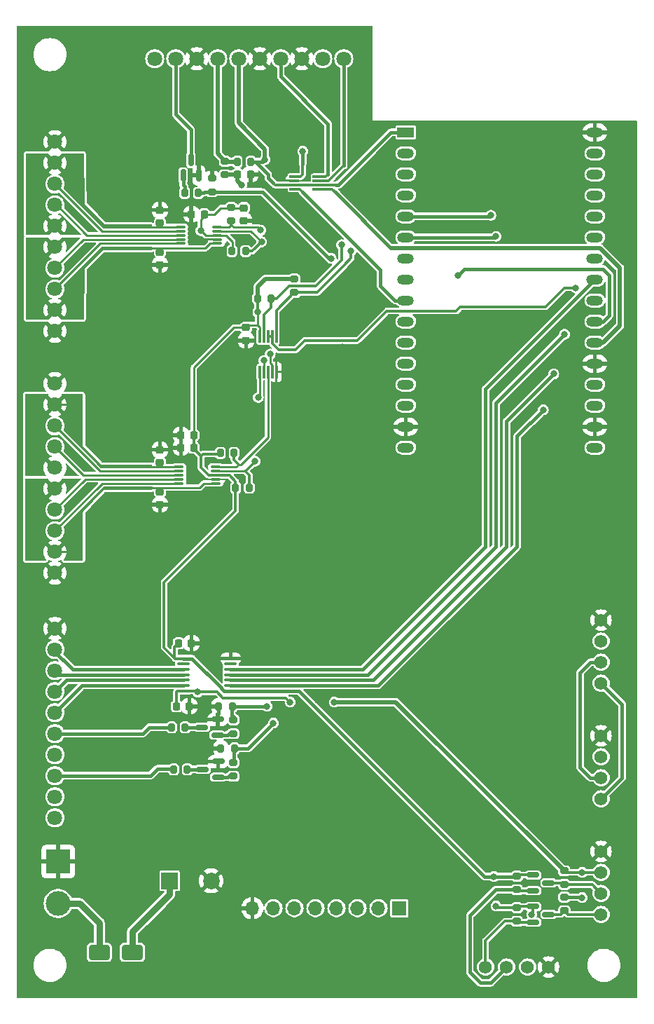
<source format=gbr>
%TF.GenerationSoftware,KiCad,Pcbnew,(7.0.0)*%
%TF.CreationDate,2024-01-24T13:48:02-03:00*%
%TF.ProjectId,Ducha,44756368-612e-46b6-9963-61645f706362,rev?*%
%TF.SameCoordinates,Original*%
%TF.FileFunction,Copper,L1,Top*%
%TF.FilePolarity,Positive*%
%FSLAX46Y46*%
G04 Gerber Fmt 4.6, Leading zero omitted, Abs format (unit mm)*
G04 Created by KiCad (PCBNEW (7.0.0)) date 2024-01-24 13:48:02*
%MOMM*%
%LPD*%
G01*
G04 APERTURE LIST*
G04 Aperture macros list*
%AMRoundRect*
0 Rectangle with rounded corners*
0 $1 Rounding radius*
0 $2 $3 $4 $5 $6 $7 $8 $9 X,Y pos of 4 corners*
0 Add a 4 corners polygon primitive as box body*
4,1,4,$2,$3,$4,$5,$6,$7,$8,$9,$2,$3,0*
0 Add four circle primitives for the rounded corners*
1,1,$1+$1,$2,$3*
1,1,$1+$1,$4,$5*
1,1,$1+$1,$6,$7*
1,1,$1+$1,$8,$9*
0 Add four rect primitives between the rounded corners*
20,1,$1+$1,$2,$3,$4,$5,0*
20,1,$1+$1,$4,$5,$6,$7,0*
20,1,$1+$1,$6,$7,$8,$9,0*
20,1,$1+$1,$8,$9,$2,$3,0*%
G04 Aperture macros list end*
%TA.AperFunction,SMDPad,CuDef*%
%ADD10RoundRect,0.200000X-0.275000X0.200000X-0.275000X-0.200000X0.275000X-0.200000X0.275000X0.200000X0*%
%TD*%
%TA.AperFunction,SMDPad,CuDef*%
%ADD11RoundRect,0.225000X0.225000X0.250000X-0.225000X0.250000X-0.225000X-0.250000X0.225000X-0.250000X0*%
%TD*%
%TA.AperFunction,SMDPad,CuDef*%
%ADD12RoundRect,0.225000X-0.225000X-0.250000X0.225000X-0.250000X0.225000X0.250000X-0.225000X0.250000X0*%
%TD*%
%TA.AperFunction,SMDPad,CuDef*%
%ADD13RoundRect,0.150000X0.587500X0.150000X-0.587500X0.150000X-0.587500X-0.150000X0.587500X-0.150000X0*%
%TD*%
%TA.AperFunction,SMDPad,CuDef*%
%ADD14RoundRect,0.200000X0.275000X-0.200000X0.275000X0.200000X-0.275000X0.200000X-0.275000X-0.200000X0*%
%TD*%
%TA.AperFunction,SMDPad,CuDef*%
%ADD15RoundRect,0.100000X0.637500X0.100000X-0.637500X0.100000X-0.637500X-0.100000X0.637500X-0.100000X0*%
%TD*%
%TA.AperFunction,SMDPad,CuDef*%
%ADD16RoundRect,0.200000X-0.200000X-0.275000X0.200000X-0.275000X0.200000X0.275000X-0.200000X0.275000X0*%
%TD*%
%TA.AperFunction,SMDPad,CuDef*%
%ADD17RoundRect,0.225000X-0.250000X0.225000X-0.250000X-0.225000X0.250000X-0.225000X0.250000X0.225000X0*%
%TD*%
%TA.AperFunction,SMDPad,CuDef*%
%ADD18RoundRect,0.150000X-0.587500X-0.150000X0.587500X-0.150000X0.587500X0.150000X-0.587500X0.150000X0*%
%TD*%
%TA.AperFunction,ComponentPad*%
%ADD19C,1.803400*%
%TD*%
%TA.AperFunction,SMDPad,CuDef*%
%ADD20RoundRect,0.225000X0.250000X-0.225000X0.250000X0.225000X-0.250000X0.225000X-0.250000X-0.225000X0*%
%TD*%
%TA.AperFunction,SMDPad,CuDef*%
%ADD21RoundRect,0.200000X0.200000X0.275000X-0.200000X0.275000X-0.200000X-0.275000X0.200000X-0.275000X0*%
%TD*%
%TA.AperFunction,ComponentPad*%
%ADD22C,1.574800*%
%TD*%
%TA.AperFunction,SMDPad,CuDef*%
%ADD23RoundRect,0.150000X0.150000X-0.587500X0.150000X0.587500X-0.150000X0.587500X-0.150000X-0.587500X0*%
%TD*%
%TA.AperFunction,ComponentPad*%
%ADD24R,2.000000X2.000000*%
%TD*%
%TA.AperFunction,ComponentPad*%
%ADD25C,2.000000*%
%TD*%
%TA.AperFunction,SMDPad,CuDef*%
%ADD26RoundRect,0.008100X-0.551900X-0.126900X0.551900X-0.126900X0.551900X0.126900X-0.551900X0.126900X0*%
%TD*%
%TA.AperFunction,ComponentPad*%
%ADD27R,1.700000X1.700000*%
%TD*%
%TA.AperFunction,ComponentPad*%
%ADD28O,1.700000X1.700000*%
%TD*%
%TA.AperFunction,SMDPad,CuDef*%
%ADD29RoundRect,0.011200X0.128800X-0.723800X0.128800X0.723800X-0.128800X0.723800X-0.128800X-0.723800X0*%
%TD*%
%TA.AperFunction,SMDPad,CuDef*%
%ADD30O,1.350000X0.299999*%
%TD*%
%TA.AperFunction,ComponentPad*%
%ADD31R,2.000000X1.200000*%
%TD*%
%TA.AperFunction,ComponentPad*%
%ADD32O,2.000000X1.200000*%
%TD*%
%TA.AperFunction,ComponentPad*%
%ADD33R,3.000000X3.000000*%
%TD*%
%TA.AperFunction,ComponentPad*%
%ADD34C,3.000000*%
%TD*%
%TA.AperFunction,SMDPad,CuDef*%
%ADD35RoundRect,0.250000X1.000000X0.650000X-1.000000X0.650000X-1.000000X-0.650000X1.000000X-0.650000X0*%
%TD*%
%TA.AperFunction,ViaPad*%
%ADD36C,0.800000*%
%TD*%
%TA.AperFunction,Conductor*%
%ADD37C,0.400000*%
%TD*%
%TA.AperFunction,Conductor*%
%ADD38C,0.500000*%
%TD*%
%TA.AperFunction,Conductor*%
%ADD39C,0.300000*%
%TD*%
%TA.AperFunction,Conductor*%
%ADD40C,0.250000*%
%TD*%
%TA.AperFunction,Conductor*%
%ADD41C,0.800000*%
%TD*%
G04 APERTURE END LIST*
D10*
%TO.P,R4,1*%
%TO.N,GPIO18*%
X76200000Y-126366000D03*
%TO.P,R4,2*%
%TO.N,Net-(Q1-G)*%
X76200000Y-128016000D03*
%TD*%
D11*
%TO.P,C7,1*%
%TO.N,+3.3V*%
X71400000Y-93472000D03*
%TO.P,C7,2*%
%TO.N,GND*%
X69850000Y-93472000D03*
%TD*%
D12*
%TO.P,C5,1*%
%TO.N,+5V*%
X69316000Y-124714000D03*
%TO.P,C5,2*%
%TO.N,GND*%
X70866000Y-124714000D03*
%TD*%
D13*
%TO.P,Q2,1,G*%
%TO.N,Net-(Q2-G)*%
X74343500Y-133284000D03*
%TO.P,Q2,2,S*%
%TO.N,GND*%
X74343500Y-131384000D03*
%TO.P,Q2,3,D*%
%TO.N,Net-(Q2-D)*%
X72468500Y-132334000D03*
%TD*%
D14*
%TO.P,R15,1*%
%TO.N,SCL_2*%
X75946000Y-66103000D03*
%TO.P,R15,2*%
%TO.N,+3.3V*%
X75946000Y-64453000D03*
%TD*%
D15*
%TO.P,U4,1,VCCA*%
%TO.N,+3.3V*%
X75862100Y-122854000D03*
%TO.P,U4,2,A1*%
%TO.N,GPIO23*%
X75862100Y-122204000D03*
%TO.P,U4,3,A2*%
%TO.N,GPIO22*%
X75862100Y-121554000D03*
%TO.P,U4,4,A3*%
%TO.N,GPIO21*%
X75862100Y-120904000D03*
%TO.P,U4,5,A4*%
%TO.N,GPIO20*%
X75862100Y-120254000D03*
%TO.P,U4,6,NC*%
%TO.N,unconnected-(U4-NC-Pad6)*%
X75862100Y-119604000D03*
%TO.P,U4,7,GND*%
%TO.N,GND*%
X75862100Y-118954000D03*
%TO.P,U4,8,OE*%
%TO.N,+3.3V*%
X70137100Y-118954000D03*
%TO.P,U4,9,NC*%
%TO.N,unconnected-(U4-NC-Pad9)*%
X70137100Y-119604000D03*
%TO.P,U4,10,B4*%
%TO.N,Net-(J10-Pin_2)*%
X70137100Y-120254000D03*
%TO.P,U4,11,B3*%
%TO.N,Net-(J10-Pin_3)*%
X70137100Y-120904000D03*
%TO.P,U4,12,B2*%
%TO.N,Net-(J10-Pin_4)*%
X70137100Y-121554000D03*
%TO.P,U4,13,B1*%
%TO.N,Net-(J10-Pin_5)*%
X70137100Y-122204000D03*
%TO.P,U4,14,VCCB*%
%TO.N,+5V*%
X70137100Y-122854000D03*
%TD*%
D16*
%TO.P,R14,1*%
%TO.N,LED_2*%
X68962000Y-132334000D03*
%TO.P,R14,2*%
%TO.N,Net-(Q2-D)*%
X70612000Y-132334000D03*
%TD*%
D13*
%TO.P,Q1,1,G*%
%TO.N,Net-(Q1-G)*%
X74265000Y-128204000D03*
%TO.P,Q1,2,S*%
%TO.N,GND*%
X74265000Y-126304000D03*
%TO.P,Q1,3,D*%
%TO.N,Net-(Q1-D)*%
X72390000Y-127254000D03*
%TD*%
D17*
%TO.P,C12,1*%
%TO.N,+3.3V*%
X77470000Y-64503000D03*
%TO.P,C12,2*%
%TO.N,GND*%
X77470000Y-66053000D03*
%TD*%
D18*
%TO.P,Q4,1,G*%
%TO.N,+3.3V*%
X112425000Y-145100000D03*
%TO.P,Q4,2,S*%
%TO.N,SDA*%
X112425000Y-147000000D03*
%TO.P,Q4,3,D*%
%TO.N,SDA_5V*%
X114300000Y-146050000D03*
%TD*%
D17*
%TO.P,C2,1*%
%TO.N,+3.3V*%
X77724000Y-78968000D03*
%TO.P,C2,2*%
%TO.N,GND*%
X77724000Y-80518000D03*
%TD*%
D19*
%TO.P,J10,1,Pin_1*%
%TO.N,GND*%
X54610000Y-115316000D03*
%TO.P,J10,2,Pin_2*%
%TO.N,Net-(J10-Pin_2)*%
X54610000Y-117856000D03*
%TO.P,J10,3,Pin_3*%
%TO.N,Net-(J10-Pin_3)*%
X54610000Y-120396000D03*
%TO.P,J10,4,Pin_4*%
%TO.N,Net-(J10-Pin_4)*%
X54610000Y-122936000D03*
%TO.P,J10,5,Pin_5*%
%TO.N,Net-(J10-Pin_5)*%
X54610000Y-125476000D03*
%TO.P,J10,6,Pin_6*%
%TO.N,LED_1*%
X54610000Y-128016000D03*
%TO.P,J10,7,Pin_7*%
%TO.N,+5V*%
X54610000Y-130556000D03*
%TO.P,J10,8,Pin_8*%
%TO.N,LED_2*%
X54610000Y-133096000D03*
%TO.P,J10,9,Pin_9*%
%TO.N,+5V*%
X54610000Y-135636000D03*
%TO.P,J10,10,Pin_10*%
X54610000Y-138176000D03*
%TD*%
D20*
%TO.P,C10,1*%
%TO.N,/SHLD1_3*%
X67310000Y-66307000D03*
%TO.P,C10,2*%
%TO.N,GND*%
X67310000Y-64757000D03*
%TD*%
D21*
%TO.P,R16,1*%
%TO.N,SDA*%
X80771000Y-75438000D03*
%TO.P,R16,2*%
%TO.N,+3.3V*%
X79121000Y-75438000D03*
%TD*%
D22*
%TO.P,J4,1,Pin_1*%
%TO.N,GND*%
X120650000Y-114300000D03*
%TO.P,J4,2,Pin_2*%
%TO.N,+3.3V*%
X120650000Y-116840000D03*
%TO.P,J4,3,Pin_3*%
%TO.N,SDA*%
X120650000Y-119380000D03*
%TO.P,J4,4,Pin_4*%
%TO.N,SCL*%
X120650000Y-121920000D03*
%TD*%
D12*
%TO.P,C1,1*%
%TO.N,GPIO1*%
X76695000Y-60452000D03*
%TO.P,C1,2*%
%TO.N,GND*%
X78245000Y-60452000D03*
%TD*%
D21*
%TO.P,R11,1*%
%TO.N,SDA_2*%
X77660000Y-69723000D03*
%TO.P,R11,2*%
%TO.N,+3.3V*%
X76010000Y-69723000D03*
%TD*%
D14*
%TO.P,R9,1*%
%TO.N,GPIO1*%
X75184000Y-60515000D03*
%TO.P,R9,2*%
%TO.N,Net-(J1-Pin_4)*%
X75184000Y-58865000D03*
%TD*%
D16*
%TO.P,R3,1*%
%TO.N,LED_1*%
X68708000Y-127254000D03*
%TO.P,R3,2*%
%TO.N,Net-(Q1-D)*%
X70358000Y-127254000D03*
%TD*%
D23*
%TO.P,Q5,1,G*%
%TO.N,Net-(Q5-G)*%
X70109000Y-60579000D03*
%TO.P,Q5,2,S*%
%TO.N,GND*%
X72009000Y-60579000D03*
%TO.P,Q5,3,D*%
%TO.N,Piezo*%
X71059000Y-58704000D03*
%TD*%
D21*
%TO.P,R26,1*%
%TO.N,SCL_1*%
X76263000Y-94107000D03*
%TO.P,R26,2*%
%TO.N,+3.3V*%
X74613000Y-94107000D03*
%TD*%
D14*
%TO.P,R2,1*%
%TO.N,SCL_5V*%
X116205000Y-149415000D03*
%TO.P,R2,2*%
%TO.N,+5V*%
X116205000Y-147765000D03*
%TD*%
D22*
%TO.P,J5,1,Pin_1*%
%TO.N,GND*%
X120650000Y-128270000D03*
%TO.P,J5,2,Pin_2*%
%TO.N,+3.3V*%
X120650000Y-130810000D03*
%TO.P,J5,3,Pin_3*%
%TO.N,SDA*%
X120650000Y-133350000D03*
%TO.P,J5,4,Pin_4*%
%TO.N,SCL*%
X120650000Y-135890000D03*
%TD*%
D14*
%TO.P,R6,1*%
%TO.N,SDA*%
X110490000Y-146875000D03*
%TO.P,R6,2*%
%TO.N,+3.3V*%
X110490000Y-145225000D03*
%TD*%
%TO.P,R17,1*%
%TO.N,SCL*%
X83566000Y-74739000D03*
%TO.P,R17,2*%
%TO.N,+3.3V*%
X83566000Y-73089000D03*
%TD*%
D24*
%TO.P,C14,1*%
%TO.N,+5V*%
X68498322Y-145795999D03*
D25*
%TO.P,C14,2*%
%TO.N,GND*%
X73498323Y-145796000D03*
%TD*%
D18*
%TO.P,Q3,1,G*%
%TO.N,+3.3V*%
X112425000Y-148910000D03*
%TO.P,Q3,2,S*%
%TO.N,SCL*%
X112425000Y-150810000D03*
%TO.P,Q3,3,D*%
%TO.N,SCL_5V*%
X114300000Y-149860000D03*
%TD*%
D26*
%TO.P,U6,1,B2*%
%TO.N,RGB*%
X83550000Y-60730000D03*
%TO.P,U6,2,GND*%
%TO.N,GND*%
X83550000Y-61230000D03*
%TO.P,U6,3,VCCA*%
%TO.N,+3.3V*%
X83550000Y-61730000D03*
%TO.P,U6,4,A2*%
%TO.N,GPIO8*%
X83550000Y-62230000D03*
%TO.P,U6,5,A1*%
%TO.N,GPIO9*%
X86360000Y-62230000D03*
%TO.P,U6,6,OE*%
%TO.N,+3.3V*%
X86360000Y-61730000D03*
%TO.P,U6,7,VCCB*%
%TO.N,+5V*%
X86360000Y-61230000D03*
%TO.P,U6,8,B1*%
%TO.N,GPIO*%
X86360000Y-60730000D03*
%TD*%
D27*
%TO.P,J3,1,Pin_1*%
%TO.N,GPIO4*%
X96265999Y-149097999D03*
D28*
%TO.P,J3,2,Pin_2*%
%TO.N,unconnected-(J3-Pin_2-Pad2)*%
X93725999Y-149097999D03*
%TO.P,J3,3,Pin_3*%
%TO.N,unconnected-(J3-Pin_3-Pad3)*%
X91185999Y-149097999D03*
%TO.P,J3,4,Pin_4*%
%TO.N,GPIO5*%
X88645999Y-149097999D03*
%TO.P,J3,5,Pin_5*%
%TO.N,GPIO10*%
X86105999Y-149097999D03*
%TO.P,J3,6,Pin_6*%
%TO.N,GPIO11*%
X83565999Y-149097999D03*
%TO.P,J3,7,Pin_7*%
%TO.N,GPIO3*%
X81025999Y-149097999D03*
%TO.P,J3,8,Pin_8*%
%TO.N,GND*%
X78485999Y-149097999D03*
%TD*%
D19*
%TO.P,J1,1,Pin_1*%
%TO.N,+5V*%
X66675000Y-46482000D03*
%TO.P,J1,2,Pin_2*%
%TO.N,Piezo*%
X69215000Y-46482000D03*
%TO.P,J1,3,Pin_3*%
%TO.N,GND*%
X71755000Y-46482000D03*
%TO.P,J1,4,Pin_4*%
%TO.N,Net-(J1-Pin_4)*%
X74295000Y-46482000D03*
%TO.P,J1,5,Pin_5*%
%TO.N,+3.3V*%
X76835000Y-46482000D03*
%TO.P,J1,6,Pin_6*%
%TO.N,GND*%
X79375000Y-46482000D03*
%TO.P,J1,7,Pin_7*%
%TO.N,GPIO*%
X81915000Y-46482000D03*
%TO.P,J1,8,Pin_8*%
%TO.N,GND*%
X84455000Y-46482000D03*
%TO.P,J1,9,Pin_9*%
%TO.N,RGB*%
X86995000Y-46482000D03*
%TO.P,J1,10,Pin_10*%
%TO.N,+5V*%
X89535000Y-46482000D03*
%TD*%
D10*
%TO.P,R13,1*%
%TO.N,GPIO2*%
X76200000Y-131509000D03*
%TO.P,R13,2*%
%TO.N,Net-(Q2-G)*%
X76200000Y-133159000D03*
%TD*%
D19*
%TO.P,J7,1,Pin_1*%
%TO.N,GND*%
X54610000Y-56540400D03*
%TO.P,J7,2,Pin_2*%
%TO.N,/SHLD1_3*%
X54610000Y-59080400D03*
%TO.P,J7,3,Pin_3*%
%TO.N,Net-(J7-Pin_3)*%
X54610000Y-61620400D03*
%TO.P,J7,4,Pin_4*%
%TO.N,Net-(J7-Pin_4)*%
X54610000Y-64160400D03*
%TO.P,J7,5,Pin_5*%
%TO.N,/SHLD1_3*%
X54610000Y-66700400D03*
%TO.P,J7,6,Pin_6*%
%TO.N,/SHLD2_3*%
X54610000Y-69240400D03*
%TO.P,J7,7,Pin_7*%
%TO.N,Net-(J7-Pin_7)*%
X54610000Y-71780400D03*
%TO.P,J7,8,Pin_8*%
%TO.N,Net-(J7-Pin_8)*%
X54610000Y-74320400D03*
%TO.P,J7,9,Pin_9*%
%TO.N,/SHLD2_3*%
X54610000Y-76860400D03*
%TO.P,J7,10,Pin_10*%
%TO.N,GND*%
X54610000Y-79400400D03*
%TD*%
D29*
%TO.P,U5,1,NC1*%
%TO.N,SDA_1*%
X79384000Y-84342000D03*
%TO.P,U5,2,NO1*%
%TO.N,SDA_2*%
X79884000Y-84342000D03*
%TO.P,U5,3,NC2*%
%TO.N,SCL_1*%
X80384000Y-84342000D03*
%TO.P,U5,4,NO2*%
%TO.N,SCL_2*%
X80884000Y-84342000D03*
%TO.P,U5,5,GND*%
%TO.N,GND*%
X81384000Y-84342000D03*
%TO.P,U5,6,COM2*%
%TO.N,SCL*%
X81384000Y-80042000D03*
%TO.P,U5,7,IN2*%
%TO.N,GPIO19*%
X80884000Y-80042000D03*
%TO.P,U5,8,IN1*%
X80384000Y-80042000D03*
%TO.P,U5,9,COM1*%
%TO.N,SDA*%
X79884000Y-80042000D03*
%TO.P,U5,10,VCC*%
%TO.N,+3.3V*%
X79384000Y-80042000D03*
%TD*%
D14*
%TO.P,R1,1*%
%TO.N,SCL*%
X110490000Y-150685000D03*
%TO.P,R1,2*%
%TO.N,+3.3V*%
X110490000Y-149035000D03*
%TD*%
D11*
%TO.P,C3,1*%
%TO.N,+3.3V*%
X71400000Y-91948000D03*
%TO.P,C3,2*%
%TO.N,GND*%
X69850000Y-91948000D03*
%TD*%
D14*
%TO.P,R7,1*%
%TO.N,SDA_5V*%
X116205000Y-146240000D03*
%TO.P,R7,2*%
%TO.N,+5V*%
X116205000Y-144590000D03*
%TD*%
%TO.P,R18,1*%
%TO.N,GPIO0*%
X73599000Y-62561500D03*
%TO.P,R18,2*%
%TO.N,GND*%
X73599000Y-60911500D03*
%TD*%
D17*
%TO.P,C11,1*%
%TO.N,/SHLD2_3*%
X67310000Y-69837000D03*
%TO.P,C11,2*%
%TO.N,GND*%
X67310000Y-71387000D03*
%TD*%
D21*
%TO.P,R8,1*%
%TO.N,SDA_1*%
X78105000Y-98298000D03*
%TO.P,R8,2*%
%TO.N,+3.3V*%
X76455000Y-98298000D03*
%TD*%
%TO.P,R12,1*%
%TO.N,GPIO2*%
X76326000Y-129794000D03*
%TO.P,R12,2*%
%TO.N,GND*%
X74676000Y-129794000D03*
%TD*%
D20*
%TO.P,C6,1*%
%TO.N,/SHLD1_2*%
X67310000Y-95263000D03*
%TO.P,C6,2*%
%TO.N,GND*%
X67310000Y-93713000D03*
%TD*%
D30*
%TO.P,U3,1,SHLD1*%
%TO.N,/SHLD1_3*%
X69784000Y-66817998D03*
%TO.P,U3,2,CIN1*%
%TO.N,Net-(J7-Pin_3)*%
X69784000Y-67317997D03*
%TO.P,U3,3,CIN2*%
%TO.N,Net-(J7-Pin_4)*%
X69784000Y-67817999D03*
%TO.P,U3,4,CIN3*%
%TO.N,Net-(J7-Pin_7)*%
X69784000Y-68317998D03*
%TO.P,U3,5,CIN4*%
%TO.N,Net-(J7-Pin_8)*%
X69784000Y-68818000D03*
%TO.P,U3,6,SHLD2*%
%TO.N,/SHLD2_3*%
X74234001Y-68818000D03*
%TO.P,U3,7,GND*%
%TO.N,GND*%
X74234001Y-68317998D03*
%TO.P,U3,8,VDD*%
%TO.N,+3.3V*%
X74234001Y-67817999D03*
%TO.P,U3,9,SCL*%
%TO.N,SDA_2*%
X74234001Y-67317997D03*
%TO.P,U3,10,SDA*%
%TO.N,SCL_2*%
X74234001Y-66817998D03*
%TD*%
D16*
%TO.P,R10,1*%
%TO.N,Net-(J1-Pin_4)*%
X76645000Y-58928000D03*
%TO.P,R10,2*%
%TO.N,+3.3V*%
X78295000Y-58928000D03*
%TD*%
D31*
%TO.P,U1,1,3V3*%
%TO.N,+3.3V*%
X97027999Y-55371999D03*
D32*
%TO.P,U1,2,EN/RESET*%
%TO.N,unconnected-(U1-EN{slash}RESET-Pad2)*%
X97027999Y-57911999D03*
%TO.P,U1,3,GPIO4/MTMS*%
%TO.N,GPIO4*%
X97027999Y-60451999D03*
%TO.P,U1,4,GPIO5/MTDI*%
%TO.N,GPIO5*%
X97027999Y-62991999D03*
%TO.P,U1,5,GPIO6*%
%TO.N,SDA*%
X97027999Y-65531999D03*
%TO.P,U1,6,GPIO7*%
%TO.N,SCL*%
X97027999Y-68071999D03*
%TO.P,U1,7,GPIO0*%
%TO.N,GPIO0*%
X97027999Y-70611999D03*
%TO.P,U1,8,GPIO1*%
%TO.N,GPIO1*%
X97027999Y-73151999D03*
%TO.P,U1,9,GPIO8/BOOT*%
%TO.N,GPIO8*%
X97027999Y-75691999D03*
%TO.P,U1,10,GPIO10*%
%TO.N,GPIO10*%
X97027999Y-78231999D03*
%TO.P,U1,11,GPIO11*%
%TO.N,GPIO11*%
X97027999Y-80771999D03*
%TO.P,U1,12,GPIO2*%
%TO.N,GPIO2*%
X97027999Y-83311999D03*
%TO.P,U1,13,GPIO3*%
%TO.N,GPIO3*%
X97027999Y-85851999D03*
%TO.P,U1,14,5V*%
%TO.N,+5V*%
X97027999Y-88391999D03*
%TO.P,U1,15,GND*%
%TO.N,GND*%
X97027999Y-90931999D03*
%TO.P,U1,16,NC*%
%TO.N,unconnected-(U1-NC-Pad16)*%
X97027999Y-93471999D03*
%TO.P,U1,17,NC*%
%TO.N,unconnected-(U1-NC-Pad17)*%
X119887999Y-93471999D03*
%TO.P,U1,18,GND*%
%TO.N,GND*%
X119887999Y-90931999D03*
%TO.P,U1,19,GPIO12/USB_D-*%
%TO.N,GPIO12*%
X119887999Y-88391999D03*
%TO.P,U1,20,GPIO13/USB_D+*%
%TO.N,GPIO13*%
X119887999Y-85851999D03*
%TO.P,U1,21,GND*%
%TO.N,GND*%
X119887999Y-83311999D03*
%TO.P,U1,22,GPIO9/BOOT*%
%TO.N,GPIO9*%
X119887999Y-80771999D03*
%TO.P,U1,23,GPIO18*%
%TO.N,GPIO18*%
X119887999Y-78231999D03*
%TO.P,U1,24,GPIO19*%
%TO.N,GPIO19*%
X119887999Y-75691999D03*
%TO.P,U1,25,GPIO20*%
%TO.N,GPIO20*%
X119887999Y-73151999D03*
%TO.P,U1,26,GPIO21*%
%TO.N,GPIO21*%
X119887999Y-70611999D03*
%TO.P,U1,27,GPIO22*%
%TO.N,GPIO22*%
X119887999Y-68071999D03*
%TO.P,U1,28,GPIO23*%
%TO.N,GPIO23*%
X119887999Y-65531999D03*
%TO.P,U1,29,GPIO15/JTAG*%
%TO.N,GPIO15*%
X119887999Y-62991999D03*
%TO.P,U1,30,GPIO17/U0RXD*%
%TO.N,GPIO17*%
X119887999Y-60451999D03*
%TO.P,U1,31,GPIO16/U0TXD*%
%TO.N,GPIO16*%
X119887999Y-57911999D03*
%TO.P,U1,32,GND*%
%TO.N,GND*%
X119887999Y-55371999D03*
%TD*%
D17*
%TO.P,C4,1*%
%TO.N,/SHLD2_2*%
X67310000Y-98806000D03*
%TO.P,C4,2*%
%TO.N,GND*%
X67310000Y-100356000D03*
%TD*%
D21*
%TO.P,R5,1*%
%TO.N,GPIO18*%
X76072000Y-124714000D03*
%TO.P,R5,2*%
%TO.N,GND*%
X74422000Y-124714000D03*
%TD*%
D33*
%TO.P,J9,1,Pin_1*%
%TO.N,GND*%
X54999999Y-143459999D03*
D34*
%TO.P,J9,2,Pin_2*%
%TO.N,Net-(D1-A)*%
X55000000Y-148540000D03*
%TD*%
D22*
%TO.P,J8,1,Pin_1*%
%TO.N,GND*%
X120650000Y-142240000D03*
%TO.P,J8,2,Pin_2*%
%TO.N,+5V*%
X120650000Y-144780000D03*
%TO.P,J8,3,Pin_3*%
%TO.N,SDA_5V*%
X120650000Y-147320000D03*
%TO.P,J8,4,Pin_4*%
%TO.N,SCL_5V*%
X120650000Y-149860000D03*
%TD*%
D35*
%TO.P,D1,1,K*%
%TO.N,+5V*%
X63976000Y-154432000D03*
%TO.P,D1,2,A*%
%TO.N,Net-(D1-A)*%
X59976000Y-154432000D03*
%TD*%
D21*
%TO.P,R19,1*%
%TO.N,GPIO0*%
X71947000Y-62689500D03*
%TO.P,R19,2*%
%TO.N,Net-(Q5-G)*%
X70297000Y-62689500D03*
%TD*%
D22*
%TO.P,J6,1,Pin_1*%
%TO.N,GND*%
X114300000Y-156210000D03*
%TO.P,J6,2,Pin_2*%
%TO.N,+3.3V*%
X111760000Y-156210000D03*
%TO.P,J6,3,Pin_3*%
%TO.N,SDA*%
X109220000Y-156210000D03*
%TO.P,J6,4,Pin_4*%
%TO.N,SCL*%
X106680000Y-156210000D03*
%TD*%
D30*
%TO.P,U2,1,SHLD1*%
%TO.N,/SHLD1_2*%
X69590998Y-95781999D03*
%TO.P,U2,2,CIN1*%
%TO.N,Net-(J2-Pin_3)*%
X69590998Y-96281998D03*
%TO.P,U2,3,CIN2*%
%TO.N,Net-(J2-Pin_4)*%
X69590998Y-96782000D03*
%TO.P,U2,4,CIN3*%
%TO.N,Net-(J2-Pin_7)*%
X69590998Y-97281999D03*
%TO.P,U2,5,CIN4*%
%TO.N,Net-(J2-Pin_8)*%
X69590998Y-97782001D03*
%TO.P,U2,6,SHLD2*%
%TO.N,/SHLD2_2*%
X74040999Y-97782001D03*
%TO.P,U2,7,GND*%
%TO.N,GND*%
X74040999Y-97281999D03*
%TO.P,U2,8,VDD*%
%TO.N,+3.3V*%
X74040999Y-96782000D03*
%TO.P,U2,9,SCL*%
%TO.N,SDA_1*%
X74040999Y-96281998D03*
%TO.P,U2,10,SDA*%
%TO.N,SCL_1*%
X74040999Y-95781999D03*
%TD*%
D19*
%TO.P,J2,1,Pin_1*%
%TO.N,GND*%
X54610000Y-85750400D03*
%TO.P,J2,2,Pin_2*%
%TO.N,/SHLD1_2*%
X54610000Y-88290400D03*
%TO.P,J2,3,Pin_3*%
%TO.N,Net-(J2-Pin_3)*%
X54610000Y-90830400D03*
%TO.P,J2,4,Pin_4*%
%TO.N,Net-(J2-Pin_4)*%
X54610000Y-93370400D03*
%TO.P,J2,5,Pin_5*%
%TO.N,/SHLD1_2*%
X54610000Y-95910400D03*
%TO.P,J2,6,Pin_6*%
%TO.N,/SHLD2_2*%
X54610000Y-98450400D03*
%TO.P,J2,7,Pin_7*%
%TO.N,Net-(J2-Pin_7)*%
X54610000Y-100990400D03*
%TO.P,J2,8,Pin_8*%
%TO.N,Net-(J2-Pin_8)*%
X54610000Y-103530400D03*
%TO.P,J2,9,Pin_9*%
%TO.N,/SHLD2_2*%
X54610000Y-106070400D03*
%TO.P,J2,10,Pin_10*%
%TO.N,GND*%
X54610000Y-108610400D03*
%TD*%
D12*
%TO.P,C8,1*%
%TO.N,+3.3V*%
X69570000Y-117094000D03*
%TO.P,C8,2*%
%TO.N,GND*%
X71120000Y-117094000D03*
%TD*%
D11*
%TO.P,C13,1*%
%TO.N,+3.3V*%
X72657000Y-65278000D03*
%TO.P,C13,2*%
%TO.N,GND*%
X71107000Y-65278000D03*
%TD*%
D36*
%TO.N,GPIO2*%
X81026000Y-126746000D03*
%TO.N,GPIO1*%
X77216000Y-61722000D03*
%TO.N,GPIO0*%
X88011000Y-70612000D03*
%TO.N,GPIO23*%
X113665000Y-88900000D03*
%TO.N,GPIO22*%
X114935000Y-84565000D03*
%TO.N,GPIO21*%
X116224500Y-79775500D03*
%TO.N,GPIO19*%
X117602000Y-74168000D03*
%TO.N,GPIO18*%
X103378000Y-72644000D03*
X80264000Y-124714000D03*
%TO.N,GND*%
X83820000Y-71882000D03*
X89408000Y-81280000D03*
X82550000Y-83058000D03*
X79756000Y-61722000D03*
X77216000Y-84074000D03*
X87630000Y-78486000D03*
%TO.N,+3.3V*%
X72250000Y-67250000D03*
X107696000Y-145288000D03*
X80010000Y-58674000D03*
X107950000Y-148844000D03*
X79151500Y-77112000D03*
X112268000Y-149860000D03*
%TO.N,+5V*%
X118364000Y-147828000D03*
X71882000Y-123000000D03*
X83058000Y-124206000D03*
X88392000Y-124206000D03*
X118364000Y-144780000D03*
%TO.N,SDA*%
X89281000Y-68961000D03*
X107315000Y-65405000D03*
%TO.N,SCL*%
X90424000Y-69723000D03*
X107950000Y-67945000D03*
%TO.N,SDA_1*%
X79200000Y-87400000D03*
X78800000Y-95100000D03*
%TO.N,SDA_2*%
X79876000Y-82954000D03*
X79600000Y-68600000D03*
%TO.N,SCL_2*%
X80638000Y-82169000D03*
X79500000Y-67200000D03*
%TO.N,RGB*%
X84582000Y-57658000D03*
%TO.N,/SHLD2_2*%
X56500000Y-103250000D03*
X56500000Y-100250000D03*
X56500000Y-97750000D03*
X56500000Y-106000000D03*
%TO.N,/SHLD1_2*%
X56500000Y-96500000D03*
X56500000Y-94000000D03*
X56500000Y-88250000D03*
X56500000Y-91000000D03*
%TO.N,/SHLD1_3*%
X56500000Y-58750000D03*
X56500000Y-64750000D03*
X56500000Y-67250000D03*
X56500000Y-61750000D03*
%TO.N,/SHLD2_3*%
X56500000Y-68750000D03*
X56500000Y-71250000D03*
X56500000Y-74000000D03*
X56500000Y-76500000D03*
%TD*%
D37*
%TO.N,GPIO2*%
X77978000Y-129794000D02*
X81026000Y-126746000D01*
X76250000Y-129870000D02*
X76326000Y-129794000D01*
X76326000Y-129794000D02*
X77978000Y-129794000D01*
X76250000Y-131459000D02*
X76250000Y-129870000D01*
X96266000Y-83312000D02*
X97028000Y-83312000D01*
X76200000Y-131509000D02*
X76250000Y-131459000D01*
D38*
%TO.N,GPIO1*%
X75247000Y-60452000D02*
X75184000Y-60515000D01*
X76695000Y-61201000D02*
X77216000Y-61722000D01*
X76695000Y-60452000D02*
X75247000Y-60452000D01*
X76695000Y-60452000D02*
X76695000Y-61201000D01*
D37*
%TO.N,GPIO0*%
X79707500Y-62561500D02*
X73599000Y-62561500D01*
X72581000Y-62689500D02*
X72709000Y-62561500D01*
X87758000Y-70612000D02*
X79707500Y-62561500D01*
X88011000Y-70612000D02*
X87758000Y-70612000D01*
X71947000Y-62689500D02*
X72581000Y-62689500D01*
X72709000Y-62561500D02*
X73599000Y-62561500D01*
%TO.N,GPIO8*%
X93980000Y-73914000D02*
X95758000Y-75692000D01*
X95758000Y-75692000D02*
X97028000Y-75692000D01*
X84546000Y-62575000D02*
X93980000Y-72009000D01*
X93980000Y-72009000D02*
X93980000Y-73914000D01*
D39*
X84201000Y-62230000D02*
X84546000Y-62575000D01*
X83550000Y-62230000D02*
X84201000Y-62230000D01*
D37*
%TO.N,GPIO23*%
X113665000Y-88900000D02*
X110490000Y-92075000D01*
X110490000Y-92075000D02*
X110490000Y-105410000D01*
X93696000Y-122204000D02*
X75862100Y-122204000D01*
X110490000Y-105410000D02*
X93696000Y-122204000D01*
%TO.N,GPIO22*%
X93076000Y-121554000D02*
X75862100Y-121554000D01*
X109220000Y-90280000D02*
X109220000Y-105410000D01*
X114935000Y-84565000D02*
X109220000Y-90280000D01*
X109220000Y-105410000D02*
X93076000Y-121554000D01*
%TO.N,GPIO21*%
X116224500Y-79775500D02*
X107950000Y-88050000D01*
X107950000Y-88050000D02*
X107950000Y-105410000D01*
X107950000Y-105410000D02*
X92456000Y-120904000D01*
X92456000Y-120904000D02*
X75862100Y-120904000D01*
%TO.N,GPIO20*%
X106680000Y-105410000D02*
X106680000Y-86360000D01*
X106680000Y-86360000D02*
X119888000Y-73152000D01*
X91836000Y-120254000D02*
X106680000Y-105410000D01*
X75862100Y-120254000D02*
X91836000Y-120254000D01*
D39*
%TO.N,GPIO19*%
X94742000Y-76962000D02*
X103124000Y-76962000D01*
X91174000Y-80530000D02*
X94742000Y-76962000D01*
X80384000Y-80042000D02*
X80884000Y-80042000D01*
X80884000Y-80042000D02*
X80884000Y-80905414D01*
X103632000Y-76454000D02*
X113919000Y-76454000D01*
X81639586Y-81661000D02*
X83693000Y-81661000D01*
X83693000Y-81661000D02*
X84824000Y-80530000D01*
X113919000Y-76454000D02*
X116205000Y-74168000D01*
X84824000Y-80530000D02*
X91174000Y-80530000D01*
X116205000Y-74168000D02*
X117602000Y-74168000D01*
X80884000Y-80905414D02*
X81639586Y-81661000D01*
X103124000Y-76962000D02*
X103632000Y-76454000D01*
D37*
%TO.N,GPIO18*%
X121666000Y-77470000D02*
X120904000Y-78232000D01*
X120904000Y-78232000D02*
X119888000Y-78232000D01*
X121666000Y-72644000D02*
X121666000Y-77470000D01*
X76200000Y-125950000D02*
X76000000Y-125750000D01*
X76200000Y-126366000D02*
X76200000Y-125950000D01*
X76000000Y-124786000D02*
X76072000Y-124714000D01*
X103378000Y-72644000D02*
X104140000Y-71882000D01*
X76072000Y-124714000D02*
X80264000Y-124714000D01*
X104140000Y-71882000D02*
X120904000Y-71882000D01*
X76000000Y-125750000D02*
X76000000Y-124786000D01*
X120904000Y-71882000D02*
X121666000Y-72644000D01*
D39*
%TO.N,GPIO9*%
X88138000Y-62230000D02*
X88773000Y-62865000D01*
X86360000Y-62230000D02*
X88138000Y-62230000D01*
D37*
X88773000Y-62865000D02*
X95250000Y-69342000D01*
D38*
X122936000Y-71775076D02*
X120502924Y-69342000D01*
D37*
X88483000Y-62575000D02*
X88773000Y-62865000D01*
D38*
X122936000Y-78740000D02*
X122936000Y-71775076D01*
X120502924Y-69342000D02*
X95250000Y-69342000D01*
X119888000Y-80772000D02*
X120904000Y-80772000D01*
X120904000Y-80772000D02*
X122936000Y-78740000D01*
D40*
%TO.N,GND*%
X81400000Y-84326000D02*
X81384000Y-84342000D01*
D39*
%TO.N,+3.3V*%
X67818000Y-117602000D02*
X67818000Y-109728000D01*
D40*
X76226000Y-78968000D02*
X71400000Y-83794000D01*
X72898000Y-65278000D02*
X73914000Y-65278000D01*
X77153000Y-64516000D02*
X77216000Y-64453000D01*
D38*
X80073000Y-73089000D02*
X79121000Y-74041000D01*
D37*
X80391000Y-60452000D02*
X78867000Y-58928000D01*
D39*
X73160001Y-96782001D02*
X72263000Y-95885000D01*
D38*
X79121000Y-74041000D02*
X79121000Y-75438000D01*
D37*
X78295000Y-58928000D02*
X79756000Y-58928000D01*
D39*
X88892000Y-61730000D02*
X88900000Y-61722000D01*
D37*
X79756000Y-58928000D02*
X80010000Y-58674000D01*
D39*
X112425000Y-145100000D02*
X110615000Y-145100000D01*
D40*
X75311000Y-67818000D02*
X76073000Y-68580000D01*
D39*
X86360000Y-61730000D02*
X88892000Y-61730000D01*
D40*
X72250000Y-67250000D02*
X72250000Y-65926000D01*
D39*
X81255000Y-61730000D02*
X81009500Y-61484500D01*
D40*
X74676000Y-64516000D02*
X75692000Y-64516000D01*
D39*
X71400000Y-93625000D02*
X72263000Y-94488000D01*
X74486000Y-94234000D02*
X74613000Y-94107000D01*
X69088000Y-118872000D02*
X67818000Y-117602000D01*
D37*
X71202000Y-118954000D02*
X70137100Y-118954000D01*
D39*
X72263000Y-94488000D02*
X72517000Y-94234000D01*
D40*
X77724000Y-78968000D02*
X76226000Y-78968000D01*
X72250000Y-65926000D02*
X72898000Y-65278000D01*
D38*
X76835000Y-46482000D02*
X76835000Y-54229000D01*
D39*
X72517000Y-94234000D02*
X74486000Y-94234000D01*
X79121000Y-75438000D02*
X79121000Y-77081500D01*
D37*
X110427000Y-145288000D02*
X110490000Y-145225000D01*
X74724600Y-122476600D02*
X71202000Y-118954000D01*
D39*
X110615000Y-145100000D02*
X110490000Y-145225000D01*
X112425000Y-149703000D02*
X112268000Y-149860000D01*
D40*
X79151500Y-77112000D02*
X79151500Y-78673500D01*
D38*
X83566000Y-73089000D02*
X80073000Y-73089000D01*
D40*
X72818000Y-67818000D02*
X72250000Y-67250000D01*
D39*
X112425000Y-148910000D02*
X112425000Y-149703000D01*
D37*
X106553000Y-145288000D02*
X107696000Y-145288000D01*
D39*
X76454000Y-101092000D02*
X76454000Y-97536000D01*
D37*
X88900000Y-61722000D02*
X95250000Y-55372000D01*
X80391000Y-60866000D02*
X80391000Y-60452000D01*
D40*
X76073000Y-69660000D02*
X76010000Y-69723000D01*
D37*
X88646000Y-61730000D02*
X88892000Y-61730000D01*
X75862100Y-122854000D02*
X75067493Y-122854000D01*
D39*
X83550000Y-61730000D02*
X81255000Y-61730000D01*
X71400000Y-93472000D02*
X71400000Y-93625000D01*
D38*
X76835000Y-54229000D02*
X80010000Y-57404000D01*
D39*
X86360000Y-61730000D02*
X83550000Y-61730000D01*
X70137100Y-118954000D02*
X69170000Y-118954000D01*
D37*
X75067493Y-122854000D02*
X74724600Y-122511107D01*
D39*
X76454000Y-97536000D02*
X75700001Y-96782001D01*
D40*
X74234002Y-67818000D02*
X72818000Y-67818000D01*
D37*
X74724600Y-122511107D02*
X74724600Y-122476600D01*
D40*
X79151500Y-78673500D02*
X79384000Y-78906000D01*
D39*
X72263000Y-95885000D02*
X72263000Y-94488000D01*
X108141000Y-149035000D02*
X107950000Y-148844000D01*
D37*
X75862100Y-122854000D02*
X84119000Y-122854000D01*
D39*
X69570000Y-117094000D02*
X69088000Y-117576000D01*
X110615000Y-148910000D02*
X110490000Y-149035000D01*
X74041000Y-96782001D02*
X73160001Y-96782001D01*
D40*
X79384000Y-78906000D02*
X79384000Y-80042000D01*
D38*
X80010000Y-57404000D02*
X80010000Y-58674000D01*
D40*
X75692000Y-64516000D02*
X77153000Y-64516000D01*
X76073000Y-68580000D02*
X76073000Y-69660000D01*
D37*
X84119000Y-122854000D02*
X106553000Y-145288000D01*
D39*
X67818000Y-109728000D02*
X76454000Y-101092000D01*
X69088000Y-117576000D02*
X69088000Y-118872000D01*
X112425000Y-148910000D02*
X110615000Y-148910000D01*
D40*
X71400000Y-83794000D02*
X71400000Y-91948000D01*
D37*
X81009500Y-61484500D02*
X80391000Y-60866000D01*
D40*
X79151500Y-78673500D02*
X78018500Y-78673500D01*
D39*
X69170000Y-118954000D02*
X69088000Y-118872000D01*
D37*
X78867000Y-58928000D02*
X78295000Y-58928000D01*
D40*
X73914000Y-65278000D02*
X74676000Y-64516000D01*
X78018500Y-78673500D02*
X77724000Y-78968000D01*
D37*
X95250000Y-55372000D02*
X97028000Y-55372000D01*
D39*
X79121000Y-77081500D02*
X79151500Y-77112000D01*
D40*
X74234002Y-67818000D02*
X75311000Y-67818000D01*
D37*
X107696000Y-145288000D02*
X110427000Y-145288000D01*
D39*
X71400000Y-91948000D02*
X71400000Y-93472000D01*
X75700001Y-96782001D02*
X74041000Y-96782001D01*
X110490000Y-149035000D02*
X108141000Y-149035000D01*
D37*
%TO.N,Net-(Q1-G)*%
X75642000Y-128016000D02*
X76200000Y-128016000D01*
X75454000Y-128204000D02*
X75642000Y-128016000D01*
X74265000Y-128204000D02*
X75454000Y-128204000D01*
%TO.N,Net-(Q1-D)*%
X72390000Y-127254000D02*
X70358000Y-127254000D01*
%TO.N,Net-(Q2-G)*%
X76200000Y-133159000D02*
X75625000Y-133159000D01*
X74343500Y-133284000D02*
X75500000Y-133284000D01*
X75625000Y-133159000D02*
X75500000Y-133284000D01*
%TO.N,Net-(Q2-D)*%
X70612000Y-132334000D02*
X72468500Y-132334000D01*
D39*
%TO.N,+5V*%
X118364000Y-144780000D02*
X120650000Y-144780000D01*
X118364000Y-144780000D02*
X116395000Y-144780000D01*
X69316000Y-122962000D02*
X69424000Y-122854000D01*
D38*
X95821000Y-124206000D02*
X88392000Y-124206000D01*
D39*
X69316000Y-124714000D02*
X69316000Y-122962000D01*
D37*
X118301000Y-147765000D02*
X116205000Y-147765000D01*
D39*
X116395000Y-144780000D02*
X116205000Y-144590000D01*
X82550000Y-123698000D02*
X83058000Y-124206000D01*
X74930000Y-123698000D02*
X82550000Y-123698000D01*
X87700528Y-61230000D02*
X89535000Y-59395528D01*
X71736000Y-122854000D02*
X70137100Y-122854000D01*
D37*
X118364000Y-147828000D02*
X118301000Y-147765000D01*
D41*
X68498323Y-147433677D02*
X68498323Y-145796000D01*
X63976000Y-151956000D02*
X68498323Y-147433677D01*
X63976000Y-154432000D02*
X63976000Y-151956000D01*
D38*
X116205000Y-144590000D02*
X95821000Y-124206000D01*
D39*
X71882000Y-123000000D02*
X71736000Y-122854000D01*
D37*
X89535000Y-59395528D02*
X89535000Y-46482000D01*
D39*
X71882000Y-123000000D02*
X74232000Y-123000000D01*
X86360000Y-61230000D02*
X87700528Y-61230000D01*
X69424000Y-122854000D02*
X70137100Y-122854000D01*
X74232000Y-123000000D02*
X74930000Y-123698000D01*
D40*
%TO.N,Net-(J2-Pin_3)*%
X69590999Y-96281999D02*
X60061599Y-96281999D01*
X60061599Y-96281999D02*
X54610000Y-90830400D01*
%TO.N,Net-(J2-Pin_4)*%
X69590999Y-96782001D02*
X58021601Y-96782001D01*
X58021601Y-96782001D02*
X54610000Y-93370400D01*
%TO.N,Net-(J2-Pin_7)*%
X58318400Y-97282000D02*
X54610000Y-100990400D01*
X69590999Y-97282000D02*
X58318400Y-97282000D01*
%TO.N,Net-(J2-Pin_8)*%
X60358398Y-97782002D02*
X54610000Y-103530400D01*
X69590999Y-97782002D02*
X60358398Y-97782002D01*
D37*
%TO.N,Net-(J10-Pin_2)*%
X56754000Y-120254000D02*
X54356000Y-117856000D01*
X54356000Y-117856000D02*
X54610000Y-117856000D01*
X70137100Y-120254000D02*
X56754000Y-120254000D01*
%TO.N,Net-(J10-Pin_3)*%
X55118000Y-120904000D02*
X54610000Y-120396000D01*
X70137100Y-120904000D02*
X55118000Y-120904000D01*
%TO.N,Net-(J10-Pin_4)*%
X70137100Y-121554000D02*
X55992000Y-121554000D01*
X55992000Y-121554000D02*
X54610000Y-122936000D01*
%TO.N,Net-(J10-Pin_5)*%
X70137100Y-122204000D02*
X57882000Y-122204000D01*
X57882000Y-122204000D02*
X54610000Y-125476000D01*
%TO.N,LED_1*%
X68704000Y-127250000D02*
X68708000Y-127254000D01*
X65234000Y-128016000D02*
X66000000Y-127250000D01*
X54610000Y-128016000D02*
X65234000Y-128016000D01*
X66000000Y-127250000D02*
X68704000Y-127250000D01*
%TO.N,LED_2*%
X68878000Y-132250000D02*
X68962000Y-132334000D01*
X67000000Y-132250000D02*
X68878000Y-132250000D01*
X54610000Y-133096000D02*
X66154000Y-133096000D01*
X66154000Y-133096000D02*
X67000000Y-132250000D01*
%TO.N,SDA*%
X107305000Y-158115000D02*
X106045000Y-158115000D01*
D39*
X80771000Y-76553161D02*
X80771000Y-75438000D01*
X79884000Y-80042000D02*
X79884000Y-77440161D01*
X86150661Y-73914000D02*
X89281000Y-70783661D01*
D37*
X107887000Y-146875000D02*
X110490000Y-146875000D01*
X109210000Y-156210000D02*
X107305000Y-158115000D01*
D39*
X110615000Y-147000000D02*
X110490000Y-146875000D01*
X89281000Y-70783661D02*
X89281000Y-68961000D01*
D37*
X106045000Y-158115000D02*
X104775000Y-156845000D01*
X119380000Y-133350000D02*
X118110000Y-132080000D01*
X118110000Y-120650000D02*
X119380000Y-119380000D01*
X118110000Y-132080000D02*
X118110000Y-120650000D01*
X119380000Y-119380000D02*
X120650000Y-119380000D01*
D39*
X81407000Y-75438000D02*
X82931000Y-73914000D01*
D37*
X120650000Y-133350000D02*
X119380000Y-133350000D01*
D39*
X112425000Y-147000000D02*
X110615000Y-147000000D01*
D37*
X107188000Y-65532000D02*
X97028000Y-65532000D01*
X104775000Y-149987000D02*
X107887000Y-146875000D01*
D39*
X80771000Y-75438000D02*
X81407000Y-75438000D01*
X82931000Y-73914000D02*
X86150661Y-73914000D01*
D37*
X104775000Y-156845000D02*
X104775000Y-149987000D01*
X107315000Y-65405000D02*
X107188000Y-65532000D01*
D39*
X79884000Y-77440161D02*
X80771000Y-76553161D01*
%TO.N,SCL*%
X90424000Y-70570000D02*
X89620000Y-71374000D01*
D37*
X107950000Y-67945000D02*
X107823000Y-68072000D01*
D39*
X81384000Y-76921000D02*
X83566000Y-74739000D01*
X112425000Y-150810000D02*
X110615000Y-150810000D01*
X109030000Y-150685000D02*
X106670000Y-153045000D01*
X110490000Y-150685000D02*
X109030000Y-150685000D01*
X86297000Y-74739000D02*
X83566000Y-74739000D01*
X110615000Y-150810000D02*
X110490000Y-150685000D01*
X81384000Y-80042000D02*
X81384000Y-76921000D01*
X106670000Y-153045000D02*
X106670000Y-156210000D01*
D37*
X107823000Y-68072000D02*
X97028000Y-68072000D01*
X120650000Y-121920000D02*
X123190000Y-124460000D01*
X123190000Y-133350000D02*
X120650000Y-135890000D01*
D39*
X89620000Y-71374000D02*
X89620000Y-71416000D01*
X89620000Y-71416000D02*
X86297000Y-74739000D01*
D37*
X123190000Y-124460000D02*
X123190000Y-133350000D01*
D39*
X90424000Y-69723000D02*
X90424000Y-70570000D01*
D40*
%TO.N,Net-(J7-Pin_3)*%
X60307598Y-67317998D02*
X54610000Y-61620400D01*
X69784001Y-67317998D02*
X60307598Y-67317998D01*
%TO.N,Net-(J7-Pin_4)*%
X54805198Y-64160400D02*
X54610000Y-64160400D01*
X58462798Y-67818000D02*
X54805198Y-64160400D01*
X69784001Y-67818000D02*
X58462798Y-67818000D01*
%TO.N,Net-(J7-Pin_7)*%
X69776000Y-68326000D02*
X58064400Y-68326000D01*
X58064400Y-68326000D02*
X54610000Y-71780400D01*
X69784001Y-68317999D02*
X69776000Y-68326000D01*
%TO.N,Net-(J7-Pin_8)*%
X69784001Y-68818001D02*
X60112399Y-68818001D01*
X60112399Y-68818001D02*
X54610000Y-74320400D01*
D39*
%TO.N,SDA_5V*%
X114300000Y-146050000D02*
X116015000Y-146050000D01*
X116015000Y-146050000D02*
X116205000Y-146240000D01*
X116205000Y-146240000D02*
X119570000Y-146240000D01*
X119570000Y-146240000D02*
X120650000Y-147320000D01*
%TO.N,SCL_5V*%
X116650000Y-149860000D02*
X120650000Y-149860000D01*
X114300000Y-149860000D02*
X115760000Y-149860000D01*
X116205000Y-149415000D02*
X116650000Y-149860000D01*
X115760000Y-149860000D02*
X116205000Y-149415000D01*
D40*
%TO.N,SDA_1*%
X79400000Y-87200000D02*
X79400000Y-84358000D01*
X79200000Y-87400000D02*
X79400000Y-87200000D01*
X79400000Y-84358000D02*
X79384000Y-84342000D01*
X74041000Y-96281999D02*
X77618001Y-96281999D01*
X77618001Y-96281999D02*
X78800000Y-95100000D01*
D39*
X78105000Y-96768998D02*
X77618001Y-96281999D01*
X78105000Y-98298000D02*
X78105000Y-96768998D01*
D40*
%TO.N,SDA_2*%
X79876000Y-84334000D02*
X79884000Y-84342000D01*
D39*
X77469000Y-69914000D02*
X77660000Y-69723000D01*
X78477000Y-69723000D02*
X79600000Y-68600000D01*
X77660000Y-69723000D02*
X78477000Y-69723000D01*
D40*
X74234002Y-67317998D02*
X78317998Y-67317998D01*
X78317998Y-67317998D02*
X79600000Y-68600000D01*
X79876000Y-82954000D02*
X79876000Y-84334000D01*
%TO.N,SCL_2*%
X80638000Y-82169000D02*
X80638000Y-83267941D01*
D39*
X75946000Y-66563999D02*
X75946000Y-66103000D01*
D40*
X75946000Y-66563999D02*
X76210001Y-66828000D01*
X75946000Y-66563999D02*
X75692000Y-66817999D01*
X75692000Y-66817999D02*
X74234002Y-66817999D01*
X79128000Y-66828000D02*
X79500000Y-67200000D01*
X80884000Y-83513941D02*
X80884000Y-84342000D01*
X76210001Y-66828000D02*
X79128000Y-66828000D01*
X80638000Y-83267941D02*
X80884000Y-83513941D01*
D39*
%TO.N,SCL_1*%
X76818000Y-95504000D02*
X76263000Y-94949000D01*
D40*
X76540000Y-95782000D02*
X76818000Y-95504000D01*
X80384000Y-92216000D02*
X80384000Y-84342000D01*
D39*
X76263000Y-94949000D02*
X76263000Y-94107000D01*
D40*
X76818000Y-95504000D02*
X77096000Y-95504000D01*
X74041000Y-95782000D02*
X76540000Y-95782000D01*
X77096000Y-95504000D02*
X80384000Y-92216000D01*
D41*
%TO.N,Net-(D1-A)*%
X59976000Y-154432000D02*
X59976000Y-150876000D01*
X59976000Y-150876000D02*
X57640000Y-148540000D01*
X57640000Y-148540000D02*
X55000000Y-148540000D01*
D37*
%TO.N,Piezo*%
X69215000Y-53213000D02*
X71059000Y-55057000D01*
X69215000Y-46482000D02*
X69215000Y-53213000D01*
X71059000Y-55057000D02*
X71059000Y-57150000D01*
X71059000Y-56593500D02*
X71059000Y-58704000D01*
D38*
%TO.N,Net-(J1-Pin_4)*%
X74295000Y-57976000D02*
X74295000Y-46482000D01*
X75184000Y-58865000D02*
X74295000Y-57976000D01*
X76645000Y-58928000D02*
X75247000Y-58928000D01*
X75247000Y-58928000D02*
X75184000Y-58865000D01*
D39*
%TO.N,RGB*%
X84304000Y-60730000D02*
X84582000Y-60452000D01*
X83550000Y-60730000D02*
X84304000Y-60730000D01*
D37*
X84582000Y-59182000D02*
X84582000Y-57658000D01*
D39*
X84582000Y-60452000D02*
X84582000Y-59182000D01*
D37*
%TO.N,Net-(Q5-G)*%
X70109000Y-61739500D02*
X70297000Y-61927500D01*
X70297000Y-61927500D02*
X70297000Y-62689500D01*
X70109000Y-60579000D02*
X70109000Y-61739500D01*
D40*
%TO.N,/SHLD2_2*%
X74041000Y-97782002D02*
X72617998Y-97782002D01*
X56500000Y-102276796D02*
X56500000Y-106000000D01*
X56429600Y-106070400D02*
X54610000Y-106070400D01*
X72102000Y-98298000D02*
X60478796Y-98298000D01*
X72617998Y-97782002D02*
X72102000Y-98298000D01*
X60478796Y-98298000D02*
X56500000Y-102276796D01*
X56500000Y-106000000D02*
X56429600Y-106070400D01*
%TO.N,/SHLD1_2*%
X56500000Y-92084004D02*
X56500000Y-88250000D01*
X69590999Y-95782000D02*
X60197996Y-95782000D01*
X56459600Y-88290400D02*
X54610000Y-88290400D01*
X56500000Y-88250000D02*
X56459600Y-88290400D01*
X60197996Y-95782000D02*
X56500000Y-92084004D01*
%TO.N,/SHLD1_3*%
X56500000Y-62800000D02*
X56500000Y-60970400D01*
X69784001Y-66817999D02*
X60517999Y-66817999D01*
X60517999Y-66817999D02*
X56500000Y-62800000D01*
X56500000Y-60970400D02*
X54610000Y-59080400D01*
%TO.N,/SHLD2_3*%
X72800000Y-69400000D02*
X67056000Y-69400000D01*
X60300000Y-69400000D02*
X58000000Y-71700000D01*
X67056000Y-69400000D02*
X60300000Y-69400000D01*
X73381999Y-68818001D02*
X72800000Y-69400000D01*
X74234002Y-68818001D02*
X73381999Y-68818001D01*
X58000000Y-71700000D02*
X58000000Y-73470400D01*
X58000000Y-73470400D02*
X54610000Y-76860400D01*
D37*
%TO.N,GPIO*%
X87630000Y-54356000D02*
X81915000Y-48641000D01*
X87630000Y-60452000D02*
X87630000Y-54356000D01*
X81915000Y-48641000D02*
X81915000Y-46482000D01*
D39*
X86360000Y-60730000D02*
X87352000Y-60730000D01*
X87352000Y-60730000D02*
X87630000Y-60452000D01*
%TD*%
%TA.AperFunction,Conductor*%
%TO.N,/SHLD1_2*%
G36*
X56044893Y-95336330D02*
G01*
X57482237Y-96773674D01*
X57502489Y-96811563D01*
X57498278Y-96854319D01*
X57471023Y-96887529D01*
X57429911Y-96900000D01*
X55772911Y-96900000D01*
X55732436Y-96887950D01*
X55705143Y-96855724D01*
X55699921Y-96813817D01*
X55716689Y-96779520D01*
X55715974Y-96778964D01*
X55721602Y-96771731D01*
X55845307Y-96582386D01*
X55848212Y-96577018D01*
X55939065Y-96369896D01*
X55941047Y-96364124D01*
X55996571Y-96144862D01*
X55997573Y-96138856D01*
X56016251Y-95913453D01*
X56016251Y-95907347D01*
X55997573Y-95681943D01*
X55996571Y-95675937D01*
X55941047Y-95456675D01*
X55939065Y-95450903D01*
X55924800Y-95418382D01*
X55921429Y-95368275D01*
X55950821Y-95327555D01*
X55999440Y-95314976D01*
X56044893Y-95336330D01*
G37*
%TD.AperFunction*%
%TA.AperFunction,Conductor*%
G36*
X53813241Y-87013775D02*
G01*
X53840232Y-87049972D01*
X53841166Y-87095114D01*
X53823417Y-87121093D01*
X53824466Y-87121853D01*
X53813455Y-87137051D01*
X53817429Y-87144275D01*
X54603112Y-87929958D01*
X54610000Y-87933935D01*
X54616887Y-87929958D01*
X55402569Y-87144275D01*
X55406543Y-87137050D01*
X55395534Y-87121853D01*
X55396582Y-87121093D01*
X55378833Y-87095113D01*
X55379767Y-87049971D01*
X55406758Y-87013775D01*
X55449757Y-87000000D01*
X57926000Y-87000000D01*
X57963000Y-87009914D01*
X57990086Y-87037000D01*
X58000000Y-87074000D01*
X58000000Y-93250000D01*
X60198000Y-95504000D01*
X66263812Y-95494670D01*
X66298658Y-95503329D01*
X66325329Y-95527377D01*
X66337538Y-95561149D01*
X66344733Y-95631590D01*
X66346413Y-95639437D01*
X66397098Y-95792397D01*
X66401216Y-95801227D01*
X66406154Y-95849565D01*
X66380046Y-95890546D01*
X66334149Y-95906499D01*
X60247788Y-95906499D01*
X60219469Y-95900866D01*
X60195462Y-95884825D01*
X55683447Y-91372809D01*
X55662738Y-91332396D01*
X55669531Y-91287498D01*
X55688997Y-91248406D01*
X55747434Y-91043023D01*
X55767136Y-90830400D01*
X55747434Y-90617777D01*
X55688997Y-90412394D01*
X55593817Y-90221246D01*
X55465134Y-90050843D01*
X55462607Y-90048540D01*
X55462605Y-90048537D01*
X55309856Y-89909289D01*
X55307330Y-89906986D01*
X55304425Y-89905187D01*
X55304422Y-89905185D01*
X55128689Y-89796375D01*
X55128687Y-89796374D01*
X55125780Y-89794574D01*
X55042054Y-89762138D01*
X55007333Y-89734360D01*
X54994801Y-89691696D01*
X55008983Y-89649552D01*
X55044760Y-89623145D01*
X55172089Y-89579433D01*
X55177680Y-89576980D01*
X55376593Y-89469334D01*
X55381698Y-89465999D01*
X55401706Y-89450425D01*
X55406543Y-89443748D01*
X55402569Y-89436523D01*
X54616887Y-88650840D01*
X54610000Y-88646863D01*
X54603112Y-88650840D01*
X53817429Y-89436523D01*
X53813455Y-89443748D01*
X53818291Y-89450424D01*
X53838300Y-89465998D01*
X53843409Y-89469335D01*
X54042319Y-89576980D01*
X54047911Y-89579433D01*
X54175239Y-89623145D01*
X54211016Y-89649552D01*
X54225198Y-89691696D01*
X54212666Y-89734360D01*
X54177944Y-89762139D01*
X54097410Y-89793337D01*
X54097399Y-89793342D01*
X54094220Y-89794574D01*
X54091316Y-89796371D01*
X54091310Y-89796375D01*
X53915577Y-89905185D01*
X53915569Y-89905190D01*
X53912670Y-89906986D01*
X53910147Y-89909285D01*
X53910143Y-89909289D01*
X53757394Y-90048537D01*
X53757386Y-90048545D01*
X53754866Y-90050843D01*
X53752806Y-90053569D01*
X53752803Y-90053574D01*
X53628246Y-90218513D01*
X53628242Y-90218519D01*
X53626183Y-90221246D01*
X53624661Y-90224302D01*
X53624657Y-90224309D01*
X53532526Y-90409334D01*
X53532523Y-90409340D01*
X53531003Y-90412394D01*
X53530068Y-90415677D01*
X53530067Y-90415682D01*
X53473501Y-90614487D01*
X53473498Y-90614498D01*
X53472566Y-90617777D01*
X53452864Y-90830400D01*
X53472566Y-91043023D01*
X53473499Y-91046303D01*
X53473501Y-91046312D01*
X53530067Y-91245117D01*
X53531003Y-91248406D01*
X53626183Y-91439554D01*
X53754866Y-91609957D01*
X53912670Y-91753814D01*
X54094220Y-91866226D01*
X54293335Y-91943363D01*
X54398284Y-91962981D01*
X54499873Y-91981972D01*
X54499874Y-91981972D01*
X54503233Y-91982600D01*
X54713349Y-91982600D01*
X54716767Y-91982600D01*
X54926665Y-91943363D01*
X55072897Y-91886711D01*
X55114900Y-91883308D01*
X55151952Y-91903389D01*
X59528738Y-96280175D01*
X59548990Y-96318064D01*
X59544779Y-96360820D01*
X59517524Y-96394030D01*
X59476412Y-96406501D01*
X58207791Y-96406501D01*
X58179472Y-96400868D01*
X58155465Y-96384827D01*
X55683447Y-93912809D01*
X55662738Y-93872396D01*
X55669531Y-93827498D01*
X55688997Y-93788406D01*
X55747434Y-93583023D01*
X55767136Y-93370400D01*
X55747434Y-93157777D01*
X55688997Y-92952394D01*
X55593817Y-92761246D01*
X55465134Y-92590843D01*
X55462607Y-92588540D01*
X55462605Y-92588537D01*
X55309856Y-92449289D01*
X55307330Y-92446986D01*
X55304425Y-92445187D01*
X55304422Y-92445185D01*
X55128689Y-92336375D01*
X55128687Y-92336374D01*
X55125780Y-92334574D01*
X54926665Y-92257437D01*
X54923311Y-92256810D01*
X54923304Y-92256808D01*
X54720126Y-92218827D01*
X54720116Y-92218826D01*
X54716767Y-92218200D01*
X54503233Y-92218200D01*
X54499884Y-92218825D01*
X54499873Y-92218827D01*
X54296695Y-92256808D01*
X54296685Y-92256810D01*
X54293335Y-92257437D01*
X54290150Y-92258670D01*
X54290146Y-92258672D01*
X54097410Y-92333338D01*
X54097408Y-92333338D01*
X54094220Y-92334574D01*
X54091316Y-92336371D01*
X54091310Y-92336375D01*
X53915577Y-92445185D01*
X53915569Y-92445190D01*
X53912670Y-92446986D01*
X53910147Y-92449285D01*
X53910143Y-92449289D01*
X53757394Y-92588537D01*
X53757386Y-92588545D01*
X53754866Y-92590843D01*
X53752806Y-92593569D01*
X53752803Y-92593574D01*
X53628246Y-92758513D01*
X53628242Y-92758519D01*
X53626183Y-92761246D01*
X53624661Y-92764302D01*
X53624657Y-92764309D01*
X53532526Y-92949334D01*
X53532523Y-92949340D01*
X53531003Y-92952394D01*
X53530068Y-92955677D01*
X53530067Y-92955682D01*
X53473501Y-93154487D01*
X53473498Y-93154498D01*
X53472566Y-93157777D01*
X53452864Y-93370400D01*
X53472566Y-93583023D01*
X53473499Y-93586303D01*
X53473501Y-93586312D01*
X53530067Y-93785117D01*
X53531003Y-93788406D01*
X53626183Y-93979554D01*
X53628245Y-93982285D01*
X53628246Y-93982286D01*
X53671916Y-94040114D01*
X53754866Y-94149957D01*
X53912670Y-94293814D01*
X54094220Y-94406226D01*
X54177943Y-94438660D01*
X54212665Y-94466438D01*
X54225198Y-94509102D01*
X54211016Y-94551246D01*
X54175240Y-94577653D01*
X54047918Y-94621362D01*
X54042319Y-94623819D01*
X53843406Y-94731465D01*
X53838300Y-94734801D01*
X53818293Y-94750373D01*
X53813455Y-94757051D01*
X53817429Y-94764275D01*
X54911227Y-95858073D01*
X54930380Y-95891246D01*
X54930380Y-95929552D01*
X54911227Y-95962725D01*
X54662325Y-96211627D01*
X54629152Y-96230780D01*
X54590846Y-96230780D01*
X54557673Y-96211627D01*
X53465390Y-95119344D01*
X53457985Y-95115402D01*
X53451544Y-95120782D01*
X53374692Y-95238413D01*
X53371787Y-95243781D01*
X53280934Y-95450903D01*
X53278952Y-95456675D01*
X53223428Y-95675937D01*
X53222426Y-95681943D01*
X53203749Y-95907347D01*
X53203749Y-95913453D01*
X53222426Y-96138856D01*
X53223428Y-96144862D01*
X53278952Y-96364124D01*
X53280934Y-96369896D01*
X53371787Y-96577018D01*
X53374692Y-96582386D01*
X53498397Y-96771731D01*
X53504026Y-96778964D01*
X53503310Y-96779520D01*
X53520079Y-96813817D01*
X53514857Y-96855724D01*
X53487564Y-96887950D01*
X53447089Y-96900000D01*
X51074000Y-96900000D01*
X51037000Y-96890086D01*
X51009914Y-96863000D01*
X51000000Y-96826000D01*
X51000000Y-88293453D01*
X53203749Y-88293453D01*
X53222426Y-88518856D01*
X53223428Y-88524862D01*
X53278952Y-88744124D01*
X53280934Y-88749896D01*
X53371787Y-88957018D01*
X53374692Y-88962386D01*
X53451544Y-89080016D01*
X53457985Y-89085396D01*
X53465390Y-89081454D01*
X54249558Y-88297286D01*
X54253535Y-88290399D01*
X54966463Y-88290399D01*
X54970440Y-88297286D01*
X55754608Y-89081454D01*
X55762013Y-89085396D01*
X55768453Y-89080018D01*
X55845310Y-88962381D01*
X55848211Y-88957020D01*
X55939065Y-88749896D01*
X55941047Y-88744124D01*
X55996571Y-88524862D01*
X55997573Y-88518856D01*
X56016251Y-88293453D01*
X56016251Y-88287347D01*
X55997573Y-88061943D01*
X55996571Y-88055937D01*
X55941047Y-87836675D01*
X55939065Y-87830903D01*
X55848212Y-87623781D01*
X55845307Y-87618413D01*
X55768454Y-87500782D01*
X55762013Y-87495402D01*
X55754608Y-87499344D01*
X54970440Y-88283511D01*
X54966463Y-88290399D01*
X54253535Y-88290399D01*
X54249558Y-88283511D01*
X53465390Y-87499344D01*
X53457985Y-87495402D01*
X53451544Y-87500782D01*
X53374692Y-87618413D01*
X53371787Y-87623781D01*
X53280934Y-87830903D01*
X53278952Y-87836675D01*
X53223428Y-88055937D01*
X53222426Y-88061943D01*
X53203749Y-88287347D01*
X53203749Y-88293453D01*
X51000000Y-88293453D01*
X51000000Y-87074000D01*
X51009914Y-87037000D01*
X51037000Y-87009914D01*
X51074000Y-87000000D01*
X53770242Y-87000000D01*
X53813241Y-87013775D01*
G37*
%TD.AperFunction*%
%TD*%
%TA.AperFunction,Conductor*%
%TO.N,/SHLD2_2*%
G36*
X53778519Y-97210692D02*
G01*
X53805763Y-97239679D01*
X53814061Y-97278585D01*
X53812969Y-97296168D01*
X53817429Y-97304275D01*
X54603112Y-98089958D01*
X54610000Y-98093935D01*
X54616887Y-98089958D01*
X55402569Y-97304275D01*
X55407029Y-97296167D01*
X55405938Y-97278585D01*
X55414236Y-97239679D01*
X55441480Y-97210692D01*
X55479796Y-97200000D01*
X57690710Y-97200000D01*
X57731822Y-97212471D01*
X57759077Y-97245681D01*
X57763288Y-97288437D01*
X57743036Y-97326326D01*
X56044894Y-99024466D01*
X55999440Y-99045820D01*
X55950821Y-99033240D01*
X55921430Y-98992520D01*
X55924801Y-98942413D01*
X55939067Y-98909890D01*
X55941047Y-98904124D01*
X55996571Y-98684862D01*
X55997573Y-98678856D01*
X56016251Y-98453453D01*
X56016251Y-98447347D01*
X55997573Y-98221943D01*
X55996571Y-98215937D01*
X55941047Y-97996675D01*
X55939065Y-97990903D01*
X55848212Y-97783781D01*
X55845307Y-97778413D01*
X55768454Y-97660782D01*
X55762013Y-97655402D01*
X55754608Y-97659344D01*
X53817429Y-99596523D01*
X53813455Y-99603748D01*
X53818291Y-99610424D01*
X53838300Y-99625998D01*
X53843409Y-99629335D01*
X54042319Y-99736980D01*
X54047911Y-99739433D01*
X54175239Y-99783145D01*
X54211016Y-99809552D01*
X54225198Y-99851696D01*
X54212666Y-99894360D01*
X54177944Y-99922139D01*
X54097410Y-99953337D01*
X54097399Y-99953342D01*
X54094220Y-99954574D01*
X54091316Y-99956371D01*
X54091310Y-99956375D01*
X53915577Y-100065185D01*
X53915569Y-100065190D01*
X53912670Y-100066986D01*
X53910147Y-100069285D01*
X53910143Y-100069289D01*
X53757394Y-100208537D01*
X53757386Y-100208545D01*
X53754866Y-100210843D01*
X53752806Y-100213569D01*
X53752803Y-100213574D01*
X53628246Y-100378513D01*
X53628242Y-100378519D01*
X53626183Y-100381246D01*
X53624661Y-100384302D01*
X53624657Y-100384309D01*
X53532526Y-100569334D01*
X53532523Y-100569340D01*
X53531003Y-100572394D01*
X53530068Y-100575677D01*
X53530067Y-100575682D01*
X53473501Y-100774487D01*
X53473498Y-100774498D01*
X53472566Y-100777777D01*
X53472250Y-100781178D01*
X53472250Y-100781183D01*
X53459324Y-100920687D01*
X53452864Y-100990400D01*
X53472566Y-101203023D01*
X53473499Y-101206303D01*
X53473501Y-101206312D01*
X53530067Y-101405117D01*
X53531003Y-101408406D01*
X53626183Y-101599554D01*
X53754866Y-101769957D01*
X53912670Y-101913814D01*
X54094220Y-102026226D01*
X54293335Y-102103363D01*
X54398284Y-102122981D01*
X54499873Y-102141972D01*
X54499874Y-102141972D01*
X54503233Y-102142600D01*
X54713349Y-102142600D01*
X54716767Y-102142600D01*
X54926665Y-102103363D01*
X55125780Y-102026226D01*
X55307330Y-101913814D01*
X55465134Y-101769957D01*
X55593817Y-101599554D01*
X55688997Y-101408406D01*
X55747434Y-101203023D01*
X55767136Y-100990400D01*
X55747434Y-100777777D01*
X55734040Y-100730704D01*
X55689935Y-100575691D01*
X55688997Y-100572394D01*
X55669529Y-100533298D01*
X55662737Y-100488401D01*
X55683444Y-100447991D01*
X58452262Y-97679174D01*
X58476270Y-97663133D01*
X58504589Y-97657500D01*
X59773210Y-97657500D01*
X59814322Y-97669971D01*
X59841577Y-97703181D01*
X59845788Y-97745937D01*
X59825536Y-97783826D01*
X55151952Y-102457408D01*
X55114900Y-102477488D01*
X55072895Y-102474085D01*
X54929857Y-102418673D01*
X54929851Y-102418671D01*
X54926665Y-102417437D01*
X54923311Y-102416810D01*
X54923304Y-102416808D01*
X54720126Y-102378827D01*
X54720116Y-102378826D01*
X54716767Y-102378200D01*
X54503233Y-102378200D01*
X54499884Y-102378825D01*
X54499873Y-102378827D01*
X54296695Y-102416808D01*
X54296685Y-102416810D01*
X54293335Y-102417437D01*
X54290150Y-102418670D01*
X54290146Y-102418672D01*
X54097410Y-102493338D01*
X54097408Y-102493338D01*
X54094220Y-102494574D01*
X54091316Y-102496371D01*
X54091310Y-102496375D01*
X53915577Y-102605185D01*
X53915569Y-102605190D01*
X53912670Y-102606986D01*
X53910147Y-102609285D01*
X53910143Y-102609289D01*
X53757394Y-102748537D01*
X53757386Y-102748545D01*
X53754866Y-102750843D01*
X53752806Y-102753569D01*
X53752803Y-102753574D01*
X53628246Y-102918513D01*
X53628242Y-102918519D01*
X53626183Y-102921246D01*
X53624661Y-102924302D01*
X53624657Y-102924309D01*
X53532526Y-103109334D01*
X53532523Y-103109340D01*
X53531003Y-103112394D01*
X53530068Y-103115677D01*
X53530067Y-103115682D01*
X53473501Y-103314487D01*
X53473498Y-103314498D01*
X53472566Y-103317777D01*
X53452864Y-103530400D01*
X53472566Y-103743023D01*
X53473499Y-103746303D01*
X53473501Y-103746312D01*
X53530067Y-103945117D01*
X53531003Y-103948406D01*
X53626183Y-104139554D01*
X53754866Y-104309957D01*
X53912670Y-104453814D01*
X54094220Y-104566226D01*
X54177943Y-104598660D01*
X54212665Y-104626438D01*
X54225198Y-104669102D01*
X54211016Y-104711246D01*
X54175240Y-104737653D01*
X54047918Y-104781362D01*
X54042319Y-104783819D01*
X53843406Y-104891465D01*
X53838300Y-104894801D01*
X53818293Y-104910373D01*
X53813455Y-104917051D01*
X53817429Y-104924275D01*
X54603112Y-105709958D01*
X54610000Y-105713935D01*
X54616887Y-105709958D01*
X55402569Y-104924275D01*
X55406543Y-104917050D01*
X55401706Y-104910374D01*
X55381703Y-104894804D01*
X55376589Y-104891463D01*
X55177680Y-104783819D01*
X55172081Y-104781363D01*
X55044759Y-104737653D01*
X55008983Y-104711246D01*
X54994801Y-104669102D01*
X55007334Y-104626438D01*
X55042054Y-104598661D01*
X55125780Y-104566226D01*
X55307330Y-104453814D01*
X55465134Y-104309957D01*
X55593817Y-104139554D01*
X55688997Y-103948406D01*
X55747434Y-103743023D01*
X55767136Y-103530400D01*
X55747434Y-103317777D01*
X55688997Y-103112394D01*
X55669529Y-103073298D01*
X55662737Y-103028401D01*
X55683444Y-102987991D01*
X60492260Y-98179176D01*
X60516268Y-98163135D01*
X60544587Y-98157502D01*
X66336806Y-98157502D01*
X66374271Y-98167687D01*
X66401423Y-98195438D01*
X66410788Y-98233116D01*
X66401526Y-98264469D01*
X66402537Y-98264941D01*
X66397097Y-98276606D01*
X66346414Y-98429560D01*
X66344733Y-98437410D01*
X66335190Y-98530817D01*
X66334904Y-98536449D01*
X66334351Y-98536420D01*
X66325086Y-98571000D01*
X66298000Y-98598086D01*
X66261000Y-98608000D01*
X60500000Y-98608000D01*
X60494812Y-98613482D01*
X60494810Y-98613484D01*
X58047676Y-101199616D01*
X58000000Y-101250000D01*
X58000000Y-101257033D01*
X58000000Y-107026000D01*
X57990086Y-107063000D01*
X57963000Y-107090086D01*
X57926000Y-107100000D01*
X55736089Y-107100000D01*
X55695615Y-107087950D01*
X55668322Y-107055726D01*
X55663098Y-107013820D01*
X55681645Y-106975881D01*
X55717859Y-106936540D01*
X55721602Y-106931731D01*
X55845307Y-106742386D01*
X55848212Y-106737018D01*
X55939065Y-106529896D01*
X55941047Y-106524124D01*
X55996571Y-106304862D01*
X55997573Y-106298856D01*
X56016251Y-106073453D01*
X56016251Y-106067347D01*
X55997573Y-105841943D01*
X55996571Y-105835937D01*
X55941047Y-105616675D01*
X55939065Y-105610903D01*
X55848212Y-105403781D01*
X55845307Y-105398413D01*
X55768454Y-105280782D01*
X55762013Y-105275402D01*
X55754608Y-105279344D01*
X54662325Y-106371627D01*
X54629152Y-106390780D01*
X54590846Y-106390780D01*
X54557673Y-106371627D01*
X53465390Y-105279344D01*
X53457985Y-105275402D01*
X53451544Y-105280782D01*
X53374692Y-105398413D01*
X53371787Y-105403781D01*
X53280934Y-105610903D01*
X53278952Y-105616675D01*
X53223428Y-105835937D01*
X53222426Y-105841943D01*
X53203749Y-106067347D01*
X53203749Y-106073453D01*
X53222426Y-106298856D01*
X53223428Y-106304862D01*
X53278952Y-106524124D01*
X53280934Y-106529896D01*
X53371787Y-106737018D01*
X53374692Y-106742386D01*
X53498397Y-106931731D01*
X53502140Y-106936540D01*
X53538355Y-106975881D01*
X53556902Y-107013820D01*
X53551678Y-107055726D01*
X53524385Y-107087950D01*
X53483911Y-107100000D01*
X51074000Y-107100000D01*
X51037000Y-107090086D01*
X51009914Y-107063000D01*
X51000000Y-107026000D01*
X51000000Y-98453453D01*
X53203749Y-98453453D01*
X53222426Y-98678856D01*
X53223428Y-98684862D01*
X53278952Y-98904124D01*
X53280934Y-98909896D01*
X53371787Y-99117018D01*
X53374692Y-99122386D01*
X53451544Y-99240016D01*
X53457985Y-99245396D01*
X53465390Y-99241454D01*
X54249558Y-98457287D01*
X54253535Y-98450400D01*
X54249558Y-98443512D01*
X53465390Y-97659344D01*
X53457985Y-97655402D01*
X53451544Y-97660782D01*
X53374692Y-97778413D01*
X53371787Y-97783781D01*
X53280934Y-97990903D01*
X53278952Y-97996675D01*
X53223428Y-98215937D01*
X53222426Y-98221943D01*
X53203749Y-98447347D01*
X53203749Y-98453453D01*
X51000000Y-98453453D01*
X51000000Y-97274000D01*
X51009914Y-97237000D01*
X51037000Y-97209914D01*
X51074000Y-97200000D01*
X53740203Y-97200000D01*
X53778519Y-97210692D01*
G37*
%TD.AperFunction*%
%TD*%
%TA.AperFunction,Conductor*%
%TO.N,/SHLD1_3*%
G36*
X53751528Y-57902214D02*
G01*
X53785725Y-57906319D01*
X53808869Y-57927956D01*
X53809990Y-57926836D01*
X54603112Y-58719958D01*
X54610000Y-58723935D01*
X54616887Y-58719958D01*
X55410009Y-57926836D01*
X55411130Y-57927957D01*
X55434265Y-57906323D01*
X55468472Y-57902212D01*
X55468472Y-57900000D01*
X58027203Y-57900000D01*
X58063852Y-57909713D01*
X58090881Y-57936302D01*
X58101193Y-57972787D01*
X58195727Y-63739334D01*
X58200000Y-64000000D01*
X58935830Y-64766490D01*
X60594822Y-66494607D01*
X60594824Y-66494608D01*
X60600000Y-66500000D01*
X66261001Y-66500000D01*
X66298001Y-66509914D01*
X66325087Y-66537000D01*
X66335001Y-66574000D01*
X66335001Y-66578435D01*
X66335191Y-66582182D01*
X66344733Y-66675590D01*
X66346413Y-66683437D01*
X66397097Y-66836394D01*
X66397487Y-66837229D01*
X66397537Y-66837720D01*
X66398453Y-66840484D01*
X66397840Y-66840687D01*
X66402423Y-66885567D01*
X66376314Y-66926546D01*
X66330418Y-66942498D01*
X60493788Y-66942498D01*
X60465469Y-66936865D01*
X60441462Y-66920824D01*
X55683447Y-62162809D01*
X55662738Y-62122396D01*
X55669531Y-62077498D01*
X55688997Y-62038406D01*
X55747434Y-61833023D01*
X55767136Y-61620400D01*
X55747434Y-61407777D01*
X55688997Y-61202394D01*
X55593817Y-61011246D01*
X55465134Y-60840843D01*
X55462607Y-60838540D01*
X55462605Y-60838537D01*
X55309856Y-60699289D01*
X55307330Y-60696986D01*
X55304425Y-60695187D01*
X55304422Y-60695185D01*
X55128689Y-60586375D01*
X55128687Y-60586374D01*
X55125780Y-60584574D01*
X55042054Y-60552138D01*
X55007333Y-60524360D01*
X54994801Y-60481696D01*
X55008983Y-60439552D01*
X55044760Y-60413145D01*
X55172089Y-60369433D01*
X55177680Y-60366980D01*
X55376593Y-60259334D01*
X55381698Y-60255999D01*
X55401706Y-60240425D01*
X55406543Y-60233748D01*
X55402569Y-60226523D01*
X54616887Y-59440840D01*
X54610000Y-59436863D01*
X54603112Y-59440840D01*
X53817429Y-60226523D01*
X53813455Y-60233748D01*
X53818291Y-60240424D01*
X53838300Y-60255998D01*
X53843409Y-60259335D01*
X54042319Y-60366980D01*
X54047911Y-60369433D01*
X54175239Y-60413145D01*
X54211016Y-60439552D01*
X54225198Y-60481696D01*
X54212666Y-60524360D01*
X54177944Y-60552139D01*
X54097410Y-60583337D01*
X54097399Y-60583342D01*
X54094220Y-60584574D01*
X54091316Y-60586371D01*
X54091310Y-60586375D01*
X53915577Y-60695185D01*
X53915569Y-60695190D01*
X53912670Y-60696986D01*
X53910147Y-60699285D01*
X53910143Y-60699289D01*
X53757394Y-60838537D01*
X53757386Y-60838545D01*
X53754866Y-60840843D01*
X53752806Y-60843569D01*
X53752803Y-60843574D01*
X53628246Y-61008513D01*
X53628242Y-61008519D01*
X53626183Y-61011246D01*
X53624661Y-61014302D01*
X53624657Y-61014309D01*
X53532526Y-61199334D01*
X53532523Y-61199340D01*
X53531003Y-61202394D01*
X53530068Y-61205677D01*
X53530067Y-61205682D01*
X53473501Y-61404487D01*
X53473498Y-61404498D01*
X53472566Y-61407777D01*
X53452864Y-61620400D01*
X53472566Y-61833023D01*
X53473499Y-61836303D01*
X53473501Y-61836312D01*
X53530067Y-62035117D01*
X53531003Y-62038406D01*
X53626183Y-62229554D01*
X53754866Y-62399957D01*
X53912670Y-62543814D01*
X54094220Y-62656226D01*
X54293335Y-62733363D01*
X54398283Y-62752981D01*
X54499873Y-62771972D01*
X54499874Y-62771972D01*
X54503233Y-62772600D01*
X54713349Y-62772600D01*
X54716767Y-62772600D01*
X54926665Y-62733363D01*
X55072897Y-62676711D01*
X55114900Y-62673308D01*
X55151952Y-62693389D01*
X59774737Y-67316174D01*
X59794989Y-67354063D01*
X59790778Y-67396819D01*
X59763523Y-67430029D01*
X59722411Y-67442500D01*
X58648987Y-67442500D01*
X58620668Y-67436867D01*
X58596661Y-67420826D01*
X55734198Y-64558363D01*
X55714900Y-64524638D01*
X55715349Y-64485785D01*
X55731255Y-64429886D01*
X55747434Y-64373023D01*
X55767136Y-64160400D01*
X55747434Y-63947777D01*
X55688997Y-63742394D01*
X55593817Y-63551246D01*
X55465134Y-63380843D01*
X55462607Y-63378540D01*
X55462605Y-63378537D01*
X55309856Y-63239289D01*
X55307330Y-63236986D01*
X55304425Y-63235187D01*
X55304422Y-63235185D01*
X55128689Y-63126375D01*
X55128687Y-63126374D01*
X55125780Y-63124574D01*
X54926665Y-63047437D01*
X54923311Y-63046810D01*
X54923304Y-63046808D01*
X54720126Y-63008827D01*
X54720116Y-63008826D01*
X54716767Y-63008200D01*
X54503233Y-63008200D01*
X54499884Y-63008825D01*
X54499873Y-63008827D01*
X54296695Y-63046808D01*
X54296685Y-63046810D01*
X54293335Y-63047437D01*
X54290150Y-63048670D01*
X54290146Y-63048672D01*
X54097410Y-63123338D01*
X54097408Y-63123338D01*
X54094220Y-63124574D01*
X54091316Y-63126371D01*
X54091310Y-63126375D01*
X53915577Y-63235185D01*
X53915569Y-63235190D01*
X53912670Y-63236986D01*
X53910147Y-63239285D01*
X53910143Y-63239289D01*
X53757394Y-63378537D01*
X53757386Y-63378545D01*
X53754866Y-63380843D01*
X53752806Y-63383569D01*
X53752803Y-63383574D01*
X53628246Y-63548513D01*
X53628242Y-63548519D01*
X53626183Y-63551246D01*
X53624661Y-63554302D01*
X53624657Y-63554309D01*
X53532526Y-63739334D01*
X53532523Y-63739340D01*
X53531003Y-63742394D01*
X53530068Y-63745677D01*
X53530067Y-63745682D01*
X53473501Y-63944487D01*
X53473498Y-63944498D01*
X53472566Y-63947777D01*
X53472250Y-63951178D01*
X53472250Y-63951183D01*
X53462491Y-64056501D01*
X53452864Y-64160400D01*
X53472566Y-64373023D01*
X53473499Y-64376303D01*
X53473501Y-64376312D01*
X53516551Y-64527613D01*
X53531003Y-64578406D01*
X53626183Y-64769554D01*
X53754866Y-64939957D01*
X53912670Y-65083814D01*
X54094220Y-65196226D01*
X54177943Y-65228660D01*
X54212665Y-65256438D01*
X54225198Y-65299102D01*
X54211016Y-65341246D01*
X54175240Y-65367653D01*
X54047918Y-65411362D01*
X54042319Y-65413819D01*
X53843406Y-65521465D01*
X53838300Y-65524801D01*
X53818293Y-65540373D01*
X53813455Y-65547051D01*
X53817429Y-65554275D01*
X54603112Y-66339958D01*
X54609999Y-66343935D01*
X54616887Y-66339958D01*
X55402569Y-65554275D01*
X55406543Y-65547050D01*
X55401706Y-65540374D01*
X55381703Y-65524804D01*
X55376589Y-65521463D01*
X55177680Y-65413819D01*
X55172081Y-65411363D01*
X55044759Y-65367653D01*
X55008983Y-65341246D01*
X54994801Y-65299102D01*
X55007334Y-65256438D01*
X55042054Y-65228661D01*
X55125780Y-65196226D01*
X55128691Y-65194423D01*
X55128694Y-65194422D01*
X55189709Y-65156642D01*
X55237193Y-65146050D01*
X55280992Y-65167231D01*
X57787435Y-67673674D01*
X57807687Y-67711563D01*
X57803476Y-67754319D01*
X57776221Y-67787529D01*
X57735109Y-67800000D01*
X55356047Y-67800000D01*
X54616887Y-67060840D01*
X54610000Y-67056863D01*
X54603112Y-67060840D01*
X53863952Y-67800000D01*
X51174000Y-67800000D01*
X51137000Y-67790086D01*
X51109914Y-67763000D01*
X51100000Y-67726000D01*
X51100000Y-66703453D01*
X53203749Y-66703453D01*
X53222426Y-66928856D01*
X53223428Y-66934862D01*
X53278952Y-67154124D01*
X53280934Y-67159896D01*
X53371787Y-67367018D01*
X53374692Y-67372386D01*
X53451544Y-67490016D01*
X53457985Y-67495396D01*
X53465390Y-67491454D01*
X54249558Y-66707287D01*
X54253534Y-66700400D01*
X54966463Y-66700400D01*
X54970440Y-66707287D01*
X55754608Y-67491454D01*
X55762013Y-67495396D01*
X55768453Y-67490018D01*
X55845310Y-67372381D01*
X55848211Y-67367020D01*
X55939065Y-67159896D01*
X55941047Y-67154124D01*
X55996571Y-66934862D01*
X55997573Y-66928856D01*
X56016251Y-66703453D01*
X56016251Y-66697347D01*
X55997573Y-66471943D01*
X55996571Y-66465937D01*
X55941047Y-66246675D01*
X55939065Y-66240903D01*
X55848212Y-66033781D01*
X55845307Y-66028413D01*
X55768454Y-65910782D01*
X55762013Y-65905402D01*
X55754608Y-65909344D01*
X54970440Y-66693512D01*
X54966463Y-66700400D01*
X54253534Y-66700400D01*
X54253535Y-66700399D01*
X54249558Y-66693512D01*
X53465390Y-65909344D01*
X53457985Y-65905402D01*
X53451544Y-65910782D01*
X53374692Y-66028413D01*
X53371787Y-66033781D01*
X53280934Y-66240903D01*
X53278952Y-66246675D01*
X53223428Y-66465937D01*
X53222426Y-66471943D01*
X53203749Y-66697347D01*
X53203749Y-66703453D01*
X51100000Y-66703453D01*
X51100000Y-59083453D01*
X53203749Y-59083453D01*
X53222426Y-59308856D01*
X53223428Y-59314862D01*
X53278952Y-59534124D01*
X53280934Y-59539896D01*
X53371787Y-59747018D01*
X53374692Y-59752386D01*
X53451544Y-59870016D01*
X53457985Y-59875396D01*
X53465390Y-59871454D01*
X54249558Y-59087287D01*
X54253535Y-59080400D01*
X54966463Y-59080400D01*
X54970440Y-59087287D01*
X55754608Y-59871454D01*
X55762013Y-59875396D01*
X55768453Y-59870018D01*
X55845310Y-59752381D01*
X55848211Y-59747020D01*
X55939065Y-59539896D01*
X55941047Y-59534124D01*
X55996571Y-59314862D01*
X55997573Y-59308856D01*
X56016251Y-59083453D01*
X56016251Y-59077347D01*
X55997573Y-58851943D01*
X55996571Y-58845937D01*
X55941047Y-58626675D01*
X55939065Y-58620903D01*
X55848212Y-58413781D01*
X55845307Y-58408413D01*
X55768454Y-58290782D01*
X55762013Y-58285402D01*
X55754608Y-58289344D01*
X54970440Y-59073512D01*
X54966463Y-59080400D01*
X54253535Y-59080400D01*
X54249558Y-59073512D01*
X53465390Y-58289344D01*
X53457985Y-58285402D01*
X53451544Y-58290782D01*
X53374692Y-58408413D01*
X53371787Y-58413781D01*
X53280934Y-58620903D01*
X53278952Y-58626675D01*
X53223428Y-58845937D01*
X53222426Y-58851943D01*
X53203749Y-59077347D01*
X53203749Y-59083453D01*
X51100000Y-59083453D01*
X51100000Y-57974000D01*
X51109914Y-57937000D01*
X51137000Y-57909914D01*
X51174000Y-57900000D01*
X53751528Y-57900000D01*
X53751528Y-57902214D01*
G37*
%TD.AperFunction*%
%TD*%
%TA.AperFunction,Conductor*%
%TO.N,/SHLD2_3*%
G36*
X54603112Y-68879958D02*
G01*
X54609999Y-68883935D01*
X54616887Y-68879958D01*
X55396846Y-68100000D01*
X55515760Y-68100000D01*
X57580709Y-68100000D01*
X57621821Y-68112471D01*
X57649076Y-68145681D01*
X57653287Y-68188437D01*
X57633035Y-68226326D01*
X56044894Y-69814466D01*
X55999440Y-69835820D01*
X55950822Y-69823240D01*
X55921430Y-69782520D01*
X55924801Y-69732413D01*
X55939067Y-69699890D01*
X55941047Y-69694124D01*
X55996571Y-69474862D01*
X55997573Y-69468856D01*
X56016251Y-69243453D01*
X56016251Y-69237347D01*
X55997573Y-69011943D01*
X55996571Y-69005937D01*
X55941047Y-68786675D01*
X55939065Y-68780903D01*
X55848212Y-68573781D01*
X55845307Y-68568413D01*
X55768454Y-68450782D01*
X55762013Y-68445402D01*
X55754608Y-68449344D01*
X53817429Y-70386523D01*
X53813455Y-70393748D01*
X53818291Y-70400424D01*
X53838300Y-70415998D01*
X53843409Y-70419335D01*
X54042319Y-70526980D01*
X54047911Y-70529433D01*
X54175239Y-70573145D01*
X54211016Y-70599552D01*
X54225198Y-70641696D01*
X54212666Y-70684360D01*
X54177944Y-70712139D01*
X54097410Y-70743337D01*
X54097399Y-70743342D01*
X54094220Y-70744574D01*
X54091316Y-70746371D01*
X54091310Y-70746375D01*
X53915577Y-70855185D01*
X53915569Y-70855190D01*
X53912670Y-70856986D01*
X53910147Y-70859285D01*
X53910143Y-70859289D01*
X53757394Y-70998537D01*
X53757386Y-70998545D01*
X53754866Y-71000843D01*
X53752806Y-71003569D01*
X53752803Y-71003574D01*
X53628246Y-71168513D01*
X53628242Y-71168519D01*
X53626183Y-71171246D01*
X53624661Y-71174302D01*
X53624657Y-71174309D01*
X53532526Y-71359334D01*
X53532523Y-71359340D01*
X53531003Y-71362394D01*
X53530068Y-71365677D01*
X53530067Y-71365682D01*
X53473501Y-71564487D01*
X53473498Y-71564498D01*
X53472566Y-71567777D01*
X53472250Y-71571178D01*
X53472250Y-71571183D01*
X53459006Y-71714114D01*
X53452864Y-71780400D01*
X53453180Y-71783810D01*
X53468735Y-71951687D01*
X53472566Y-71993023D01*
X53473499Y-71996303D01*
X53473501Y-71996312D01*
X53499447Y-72087500D01*
X53531003Y-72198406D01*
X53626183Y-72389554D01*
X53754866Y-72559957D01*
X53912670Y-72703814D01*
X54094220Y-72816226D01*
X54293335Y-72893363D01*
X54398284Y-72912981D01*
X54499873Y-72931972D01*
X54499874Y-72931972D01*
X54503233Y-72932600D01*
X54713349Y-72932600D01*
X54716767Y-72932600D01*
X54926665Y-72893363D01*
X55125780Y-72816226D01*
X55307330Y-72703814D01*
X55465134Y-72559957D01*
X55593817Y-72389554D01*
X55688997Y-72198406D01*
X55747434Y-71993023D01*
X55767136Y-71780400D01*
X55747434Y-71567777D01*
X55688997Y-71362394D01*
X55669529Y-71323298D01*
X55662737Y-71278401D01*
X55683444Y-71237991D01*
X58198262Y-68723174D01*
X58222270Y-68707133D01*
X58250589Y-68701500D01*
X59519211Y-68701500D01*
X59560323Y-68713971D01*
X59587578Y-68747181D01*
X59591789Y-68789937D01*
X59571537Y-68827826D01*
X55151952Y-73247408D01*
X55114900Y-73267488D01*
X55072895Y-73264085D01*
X54929857Y-73208673D01*
X54929851Y-73208671D01*
X54926665Y-73207437D01*
X54923311Y-73206810D01*
X54923304Y-73206808D01*
X54720126Y-73168827D01*
X54720116Y-73168826D01*
X54716767Y-73168200D01*
X54503233Y-73168200D01*
X54499884Y-73168825D01*
X54499873Y-73168827D01*
X54296695Y-73206808D01*
X54296685Y-73206810D01*
X54293335Y-73207437D01*
X54290150Y-73208670D01*
X54290146Y-73208672D01*
X54097410Y-73283338D01*
X54097408Y-73283338D01*
X54094220Y-73284574D01*
X54091316Y-73286371D01*
X54091310Y-73286375D01*
X53915577Y-73395185D01*
X53915569Y-73395190D01*
X53912670Y-73396986D01*
X53910147Y-73399285D01*
X53910143Y-73399289D01*
X53757394Y-73538537D01*
X53757386Y-73538545D01*
X53754866Y-73540843D01*
X53752806Y-73543569D01*
X53752803Y-73543574D01*
X53628246Y-73708513D01*
X53628242Y-73708519D01*
X53626183Y-73711246D01*
X53624661Y-73714302D01*
X53624657Y-73714309D01*
X53532526Y-73899334D01*
X53532523Y-73899340D01*
X53531003Y-73902394D01*
X53530068Y-73905677D01*
X53530067Y-73905682D01*
X53473501Y-74104487D01*
X53473498Y-74104498D01*
X53472566Y-74107777D01*
X53452864Y-74320400D01*
X53472566Y-74533023D01*
X53473499Y-74536303D01*
X53473501Y-74536312D01*
X53530067Y-74735117D01*
X53531003Y-74738406D01*
X53626183Y-74929554D01*
X53754866Y-75099957D01*
X53912670Y-75243814D01*
X54094220Y-75356226D01*
X54177943Y-75388660D01*
X54212665Y-75416438D01*
X54225198Y-75459102D01*
X54211016Y-75501246D01*
X54175240Y-75527653D01*
X54047918Y-75571362D01*
X54042319Y-75573819D01*
X53843406Y-75681465D01*
X53838300Y-75684801D01*
X53818293Y-75700373D01*
X53813455Y-75707051D01*
X53817429Y-75714275D01*
X54603112Y-76499958D01*
X54610000Y-76503935D01*
X54616887Y-76499958D01*
X55402569Y-75714275D01*
X55406543Y-75707050D01*
X55401706Y-75700374D01*
X55381703Y-75684804D01*
X55376589Y-75681463D01*
X55177680Y-75573819D01*
X55172081Y-75571363D01*
X55044759Y-75527653D01*
X55008983Y-75501246D01*
X54994801Y-75459102D01*
X55007334Y-75416438D01*
X55042054Y-75388661D01*
X55125780Y-75356226D01*
X55307330Y-75243814D01*
X55465134Y-75099957D01*
X55593817Y-74929554D01*
X55688997Y-74738406D01*
X55747434Y-74533023D01*
X55767136Y-74320400D01*
X55747434Y-74107777D01*
X55688997Y-73902394D01*
X55669529Y-73863298D01*
X55662737Y-73818401D01*
X55683444Y-73777991D01*
X60246261Y-69215175D01*
X60270269Y-69199134D01*
X60298588Y-69193501D01*
X66334149Y-69193501D01*
X66380046Y-69209454D01*
X66406154Y-69250435D01*
X66401216Y-69298773D01*
X66397098Y-69307602D01*
X66346414Y-69460560D01*
X66344733Y-69468410D01*
X66338082Y-69533521D01*
X66325894Y-69567261D01*
X66299269Y-69591304D01*
X66264465Y-69600000D01*
X60400000Y-69600000D01*
X60394849Y-69605150D01*
X60394846Y-69605153D01*
X58205047Y-71794952D01*
X58205044Y-71794955D01*
X58200000Y-71800000D01*
X58199884Y-71807134D01*
X58199884Y-71807139D01*
X58101174Y-77927193D01*
X58090868Y-77963687D01*
X58063839Y-77990284D01*
X58027184Y-78000000D01*
X55396047Y-78000000D01*
X54616887Y-77220840D01*
X54609999Y-77216863D01*
X54603112Y-77220840D01*
X53823952Y-78000000D01*
X51174000Y-78000000D01*
X51137000Y-77990086D01*
X51109914Y-77963000D01*
X51100000Y-77926000D01*
X51100000Y-76863453D01*
X53203749Y-76863453D01*
X53222426Y-77088856D01*
X53223428Y-77094862D01*
X53278952Y-77314124D01*
X53280934Y-77319896D01*
X53371787Y-77527018D01*
X53374692Y-77532386D01*
X53451544Y-77650016D01*
X53457985Y-77655396D01*
X53465390Y-77651454D01*
X54249558Y-76867287D01*
X54253535Y-76860400D01*
X54966463Y-76860400D01*
X54970440Y-76867287D01*
X55754608Y-77651454D01*
X55762013Y-77655396D01*
X55768453Y-77650018D01*
X55845310Y-77532381D01*
X55848211Y-77527020D01*
X55939065Y-77319896D01*
X55941047Y-77314124D01*
X55996571Y-77094862D01*
X55997573Y-77088856D01*
X56016251Y-76863453D01*
X56016251Y-76857347D01*
X55997573Y-76631943D01*
X55996571Y-76625937D01*
X55941047Y-76406675D01*
X55939065Y-76400903D01*
X55848212Y-76193781D01*
X55845307Y-76188413D01*
X55768454Y-76070782D01*
X55762013Y-76065402D01*
X55754608Y-76069344D01*
X54970440Y-76853512D01*
X54966463Y-76860400D01*
X54253535Y-76860400D01*
X54249558Y-76853512D01*
X53465390Y-76069344D01*
X53457985Y-76065402D01*
X53451544Y-76070782D01*
X53374692Y-76188413D01*
X53371787Y-76193781D01*
X53280934Y-76400903D01*
X53278952Y-76406675D01*
X53223428Y-76625937D01*
X53222426Y-76631943D01*
X53203749Y-76857347D01*
X53203749Y-76863453D01*
X51100000Y-76863453D01*
X51100000Y-69243453D01*
X53203749Y-69243453D01*
X53222426Y-69468856D01*
X53223428Y-69474862D01*
X53278952Y-69694124D01*
X53280934Y-69699896D01*
X53371787Y-69907018D01*
X53374692Y-69912386D01*
X53451544Y-70030016D01*
X53457985Y-70035396D01*
X53465390Y-70031454D01*
X54249558Y-69247287D01*
X54253535Y-69240400D01*
X54249558Y-69233512D01*
X53465390Y-68449344D01*
X53457985Y-68445402D01*
X53451544Y-68450782D01*
X53374692Y-68568413D01*
X53371787Y-68573781D01*
X53280934Y-68780903D01*
X53278952Y-68786675D01*
X53223428Y-69005937D01*
X53222426Y-69011943D01*
X53203749Y-69237347D01*
X53203749Y-69243453D01*
X51100000Y-69243453D01*
X51100000Y-68174000D01*
X51109914Y-68137000D01*
X51137000Y-68109914D01*
X51174000Y-68100000D01*
X53704240Y-68100000D01*
X53823154Y-68100000D01*
X54603112Y-68879958D01*
G37*
%TD.AperFunction*%
%TD*%
%TA.AperFunction,Conductor*%
%TO.N,GND*%
G36*
X117083576Y-74576975D02*
G01*
X117105244Y-74596169D01*
X117106005Y-74595495D01*
X117108975Y-74598848D01*
X117111517Y-74602530D01*
X117229760Y-74707283D01*
X117369635Y-74780696D01*
X117444865Y-74799238D01*
X117478685Y-74817978D01*
X117498438Y-74851216D01*
X117498730Y-74889880D01*
X117479482Y-74923414D01*
X106382276Y-86020619D01*
X106376090Y-86026147D01*
X106350363Y-86046664D01*
X106350357Y-86046669D01*
X106346030Y-86050121D01*
X106342913Y-86054692D01*
X106342908Y-86054698D01*
X106313298Y-86098128D01*
X106311698Y-86100383D01*
X106277207Y-86147118D01*
X106275378Y-86152342D01*
X106274024Y-86154905D01*
X106273957Y-86155015D01*
X106273913Y-86155123D01*
X106272648Y-86157749D01*
X106269528Y-86162327D01*
X106267894Y-86167623D01*
X106267894Y-86167624D01*
X106252405Y-86217837D01*
X106251541Y-86220463D01*
X106234183Y-86270070D01*
X106234181Y-86270078D01*
X106232354Y-86275301D01*
X106232146Y-86280834D01*
X106231606Y-86283691D01*
X106231577Y-86283807D01*
X106231566Y-86283926D01*
X106231132Y-86286802D01*
X106229500Y-86292098D01*
X106229500Y-86297643D01*
X106229500Y-86350197D01*
X106229448Y-86352964D01*
X106227483Y-86405463D01*
X106227483Y-86405466D01*
X106227276Y-86411010D01*
X106228712Y-86416371D01*
X106229035Y-86419232D01*
X106229500Y-86427518D01*
X106229500Y-105192745D01*
X106223867Y-105221064D01*
X106207826Y-105245071D01*
X91671071Y-119781826D01*
X91647064Y-119797867D01*
X91618745Y-119803500D01*
X76924100Y-119803500D01*
X76887100Y-119793586D01*
X76860014Y-119766500D01*
X76850100Y-119729500D01*
X76850100Y-119577827D01*
X76857732Y-119545097D01*
X76879052Y-119519118D01*
X76923678Y-119484875D01*
X76930479Y-119478074D01*
X77020744Y-119360439D01*
X77025556Y-119352104D01*
X77082299Y-119215112D01*
X77084788Y-119205823D01*
X77090232Y-119164474D01*
X77088976Y-119156311D01*
X77081047Y-119154000D01*
X76539760Y-119154000D01*
X76535141Y-119153832D01*
X76532860Y-119153500D01*
X75191340Y-119153500D01*
X75189058Y-119153832D01*
X75184440Y-119154000D01*
X74643154Y-119154000D01*
X74635224Y-119156311D01*
X74633967Y-119164474D01*
X74639411Y-119205824D01*
X74641899Y-119215110D01*
X74698643Y-119352104D01*
X74703455Y-119360439D01*
X74793720Y-119478074D01*
X74800521Y-119484875D01*
X74845148Y-119519118D01*
X74866468Y-119545097D01*
X74874100Y-119577827D01*
X74874100Y-119737260D01*
X74874485Y-119739904D01*
X74874486Y-119739914D01*
X74883198Y-119799709D01*
X74883199Y-119799714D01*
X74884027Y-119805393D01*
X74886548Y-119810549D01*
X74886549Y-119810553D01*
X74928566Y-119896500D01*
X74936085Y-119929000D01*
X74928566Y-119961500D01*
X74886549Y-120047446D01*
X74886547Y-120047451D01*
X74884027Y-120052607D01*
X74883199Y-120058283D01*
X74883198Y-120058290D01*
X74874486Y-120118085D01*
X74874485Y-120118096D01*
X74874100Y-120120740D01*
X74874100Y-120387260D01*
X74874485Y-120389904D01*
X74874486Y-120389914D01*
X74883198Y-120449709D01*
X74883199Y-120449714D01*
X74884027Y-120455393D01*
X74928566Y-120546499D01*
X74936085Y-120578999D01*
X74928566Y-120611499D01*
X74886549Y-120697446D01*
X74886547Y-120697451D01*
X74884027Y-120702607D01*
X74883199Y-120708283D01*
X74883198Y-120708290D01*
X74874486Y-120768085D01*
X74874485Y-120768096D01*
X74874100Y-120770740D01*
X74874100Y-121037260D01*
X74874485Y-121039904D01*
X74874486Y-121039914D01*
X74883198Y-121099709D01*
X74883199Y-121099714D01*
X74884027Y-121105393D01*
X74886548Y-121110549D01*
X74886549Y-121110553D01*
X74928566Y-121196500D01*
X74936085Y-121229000D01*
X74928566Y-121261500D01*
X74886549Y-121347446D01*
X74886547Y-121347451D01*
X74884027Y-121352607D01*
X74883199Y-121358283D01*
X74883198Y-121358290D01*
X74874486Y-121418085D01*
X74874485Y-121418096D01*
X74874100Y-121420740D01*
X74874100Y-121687260D01*
X74874485Y-121689904D01*
X74874486Y-121689914D01*
X74883198Y-121749709D01*
X74883199Y-121749714D01*
X74884027Y-121755393D01*
X74886548Y-121760549D01*
X74886549Y-121760553D01*
X74922186Y-121833450D01*
X74929278Y-121873888D01*
X74913723Y-121911883D01*
X74880310Y-121935740D01*
X74839324Y-121938114D01*
X74803379Y-121918276D01*
X71628628Y-118743525D01*
X74633967Y-118743525D01*
X74635223Y-118751688D01*
X74643153Y-118754000D01*
X75652357Y-118754000D01*
X75660040Y-118751940D01*
X75662100Y-118744257D01*
X76062100Y-118744257D01*
X76064159Y-118751940D01*
X76071843Y-118754000D01*
X77081046Y-118754000D01*
X77088975Y-118751688D01*
X77090232Y-118743525D01*
X77084788Y-118702175D01*
X77082300Y-118692889D01*
X77025556Y-118555895D01*
X77020744Y-118547560D01*
X76930479Y-118429925D01*
X76923674Y-118423120D01*
X76806039Y-118332855D01*
X76797704Y-118328043D01*
X76660712Y-118271300D01*
X76651423Y-118268811D01*
X76541329Y-118254316D01*
X76536495Y-118254000D01*
X76071843Y-118254000D01*
X76064159Y-118256059D01*
X76062100Y-118263743D01*
X76062100Y-118744257D01*
X75662100Y-118744257D01*
X75662100Y-118263744D01*
X75660040Y-118256060D01*
X75652357Y-118254001D01*
X75187707Y-118254001D01*
X75182869Y-118254318D01*
X75072775Y-118268811D01*
X75063489Y-118271299D01*
X74926495Y-118328043D01*
X74918160Y-118332855D01*
X74800525Y-118423120D01*
X74793720Y-118429925D01*
X74703455Y-118547560D01*
X74698643Y-118555895D01*
X74641900Y-118692887D01*
X74639411Y-118702176D01*
X74633967Y-118743525D01*
X71628628Y-118743525D01*
X71541381Y-118656278D01*
X71535851Y-118650090D01*
X71529832Y-118642543D01*
X71511879Y-118620030D01*
X71463878Y-118587303D01*
X71461623Y-118585703D01*
X71419345Y-118554501D01*
X71414882Y-118551207D01*
X71409645Y-118549374D01*
X71407098Y-118548028D01*
X71406975Y-118547954D01*
X71406864Y-118547908D01*
X71404253Y-118546651D01*
X71399673Y-118543528D01*
X71382249Y-118538153D01*
X71344137Y-118526397D01*
X71341511Y-118525533D01*
X71291932Y-118508185D01*
X71291931Y-118508184D01*
X71286699Y-118506354D01*
X71281159Y-118506146D01*
X71278305Y-118505606D01*
X71278184Y-118505576D01*
X71278067Y-118505565D01*
X71275195Y-118505132D01*
X71269902Y-118503500D01*
X71264361Y-118503500D01*
X71211803Y-118503500D01*
X71209036Y-118503448D01*
X71156536Y-118501483D01*
X71156532Y-118501483D01*
X71150990Y-118501276D01*
X71145628Y-118502712D01*
X71142768Y-118503035D01*
X71134482Y-118503500D01*
X70807860Y-118503500D01*
X69562500Y-118503500D01*
X69525500Y-118493586D01*
X69498414Y-118466500D01*
X69488500Y-118429500D01*
X69488500Y-117893500D01*
X69498414Y-117856500D01*
X69525500Y-117829414D01*
X69562500Y-117819500D01*
X69831284Y-117819499D01*
X69840484Y-117819499D01*
X69897114Y-117813412D01*
X70025226Y-117765628D01*
X70134687Y-117683687D01*
X70137864Y-117679441D01*
X70141092Y-117676215D01*
X70179862Y-117655792D01*
X70223387Y-117660878D01*
X70256403Y-117689691D01*
X70320165Y-117793065D01*
X70325473Y-117799778D01*
X70439221Y-117913526D01*
X70445934Y-117918834D01*
X70582849Y-118003285D01*
X70590606Y-118006902D01*
X70743560Y-118057585D01*
X70751410Y-118059266D01*
X70844817Y-118068809D01*
X70848564Y-118069000D01*
X70860257Y-118069000D01*
X70867940Y-118066940D01*
X70870000Y-118059257D01*
X70870000Y-118059256D01*
X71370000Y-118059256D01*
X71372059Y-118066939D01*
X71379743Y-118068999D01*
X71391435Y-118068999D01*
X71395182Y-118068808D01*
X71488590Y-118059266D01*
X71496437Y-118057586D01*
X71649393Y-118006902D01*
X71657150Y-118003285D01*
X71794065Y-117918834D01*
X71800778Y-117913526D01*
X71914526Y-117799778D01*
X71919834Y-117793065D01*
X72004285Y-117656150D01*
X72007902Y-117648393D01*
X72058585Y-117495439D01*
X72060266Y-117487589D01*
X72069809Y-117394182D01*
X72070000Y-117390436D01*
X72070000Y-117353743D01*
X72067940Y-117346059D01*
X72060257Y-117344000D01*
X71379743Y-117344000D01*
X71372059Y-117346059D01*
X71370000Y-117353743D01*
X71370000Y-118059256D01*
X70870000Y-118059256D01*
X70870000Y-116834257D01*
X71370000Y-116834257D01*
X71372059Y-116841940D01*
X71379743Y-116844000D01*
X72060256Y-116844000D01*
X72067939Y-116841940D01*
X72069999Y-116834257D01*
X72069999Y-116797565D01*
X72069808Y-116793817D01*
X72060266Y-116700409D01*
X72058586Y-116692562D01*
X72007902Y-116539606D01*
X72004285Y-116531849D01*
X71919834Y-116394934D01*
X71914526Y-116388221D01*
X71800778Y-116274473D01*
X71794065Y-116269165D01*
X71657150Y-116184714D01*
X71649393Y-116181097D01*
X71496439Y-116130414D01*
X71488589Y-116128733D01*
X71395182Y-116119190D01*
X71391436Y-116119000D01*
X71379743Y-116119000D01*
X71372059Y-116121059D01*
X71370000Y-116128743D01*
X71370000Y-116834257D01*
X70870000Y-116834257D01*
X70870000Y-116128744D01*
X70867940Y-116121060D01*
X70860257Y-116119001D01*
X70848565Y-116119001D01*
X70844817Y-116119191D01*
X70751409Y-116128733D01*
X70743562Y-116130413D01*
X70590606Y-116181097D01*
X70582849Y-116184714D01*
X70445934Y-116269165D01*
X70439221Y-116274473D01*
X70325473Y-116388221D01*
X70320163Y-116394937D01*
X70256402Y-116498309D01*
X70223387Y-116527121D01*
X70179864Y-116532208D01*
X70141094Y-116511786D01*
X70137861Y-116508553D01*
X70134687Y-116504313D01*
X70126667Y-116498309D01*
X70029467Y-116425546D01*
X70029463Y-116425543D01*
X70025226Y-116422372D01*
X70020268Y-116420522D01*
X70020263Y-116420520D01*
X69927160Y-116385795D01*
X69897114Y-116374588D01*
X69892512Y-116374093D01*
X69892507Y-116374092D01*
X69842457Y-116368712D01*
X69842456Y-116368711D01*
X69840485Y-116368500D01*
X69838501Y-116368500D01*
X69301501Y-116368500D01*
X69301482Y-116368500D01*
X69299516Y-116368501D01*
X69297547Y-116368712D01*
X69297540Y-116368713D01*
X69247490Y-116374093D01*
X69247488Y-116374093D01*
X69242886Y-116374588D01*
X69238549Y-116376205D01*
X69238547Y-116376206D01*
X69119736Y-116420520D01*
X69119728Y-116420523D01*
X69114774Y-116422372D01*
X69110539Y-116425541D01*
X69110532Y-116425546D01*
X69009553Y-116501138D01*
X69009549Y-116501141D01*
X69005313Y-116504313D01*
X69002141Y-116508549D01*
X69002138Y-116508553D01*
X68926546Y-116609532D01*
X68926541Y-116609539D01*
X68923372Y-116613774D01*
X68921523Y-116618728D01*
X68921520Y-116618736D01*
X68877207Y-116737545D01*
X68875588Y-116741886D01*
X68875093Y-116746485D01*
X68875092Y-116746492D01*
X68870658Y-116787739D01*
X68869500Y-116798515D01*
X68869500Y-116800499D01*
X68869500Y-117197454D01*
X68863867Y-117225772D01*
X68847826Y-117249780D01*
X68782516Y-117315091D01*
X68764067Y-117333540D01*
X68764064Y-117333542D01*
X68759950Y-117337658D01*
X68751754Y-117353743D01*
X68748107Y-117360900D01*
X68742044Y-117370793D01*
X68730126Y-117387197D01*
X68730121Y-117387205D01*
X68726704Y-117391910D01*
X68724907Y-117397439D01*
X68724904Y-117397446D01*
X68718642Y-117416721D01*
X68714199Y-117427447D01*
X68704997Y-117445505D01*
X68704993Y-117445515D01*
X68702354Y-117450696D01*
X68701443Y-117456441D01*
X68701441Y-117456450D01*
X68698270Y-117476468D01*
X68695561Y-117487751D01*
X68689299Y-117507024D01*
X68689297Y-117507035D01*
X68687500Y-117512567D01*
X68687500Y-117518389D01*
X68687500Y-117726455D01*
X68675029Y-117767567D01*
X68641819Y-117794822D01*
X68599063Y-117799033D01*
X68561174Y-117778781D01*
X68240174Y-117457781D01*
X68224133Y-117433774D01*
X68218500Y-117405455D01*
X68218500Y-109924545D01*
X68224133Y-109896226D01*
X68240174Y-109872219D01*
X76759483Y-101352909D01*
X76759484Y-101352906D01*
X76782050Y-101330342D01*
X76793893Y-101307097D01*
X76799957Y-101297199D01*
X76815296Y-101276090D01*
X76823357Y-101251278D01*
X76827796Y-101240559D01*
X76839646Y-101217304D01*
X76843726Y-101191537D01*
X76846438Y-101180241D01*
X76852698Y-101160974D01*
X76854499Y-101155433D01*
X76854499Y-101123525D01*
X76854500Y-101123519D01*
X76854500Y-99023026D01*
X76862440Y-98989677D01*
X76884558Y-98963486D01*
X76972684Y-98898446D01*
X76972683Y-98898446D01*
X76977150Y-98895150D01*
X77057793Y-98785882D01*
X77102646Y-98657699D01*
X77105500Y-98627266D01*
X77105500Y-97968734D01*
X77102646Y-97938301D01*
X77057793Y-97810118D01*
X76977150Y-97700850D01*
X76972687Y-97697556D01*
X76972684Y-97697553D01*
X76884558Y-97632514D01*
X76862440Y-97606323D01*
X76854500Y-97572974D01*
X76854500Y-97478391D01*
X76854500Y-97472567D01*
X76846436Y-97447751D01*
X76843726Y-97436460D01*
X76843402Y-97434416D01*
X76839646Y-97410696D01*
X76827795Y-97387439D01*
X76823360Y-97376732D01*
X76815296Y-97351911D01*
X76811113Y-97346154D01*
X76799960Y-97330802D01*
X76793894Y-97320902D01*
X76784694Y-97302847D01*
X76784693Y-97302846D01*
X76782050Y-97297658D01*
X76759486Y-97275094D01*
X76759484Y-97275091D01*
X76268218Y-96783825D01*
X76247966Y-96745936D01*
X76252177Y-96703180D01*
X76279432Y-96669970D01*
X76320544Y-96657499D01*
X77396456Y-96657499D01*
X77424775Y-96663132D01*
X77448782Y-96679173D01*
X77682826Y-96913217D01*
X77698867Y-96937224D01*
X77704500Y-96965543D01*
X77704500Y-97573712D01*
X77696560Y-97607061D01*
X77674442Y-97633252D01*
X77587315Y-97697553D01*
X77587308Y-97697559D01*
X77582850Y-97700850D01*
X77579559Y-97705308D01*
X77579556Y-97705312D01*
X77505502Y-97805652D01*
X77505499Y-97805656D01*
X77502207Y-97810118D01*
X77500374Y-97815355D01*
X77500374Y-97815356D01*
X77466383Y-97912498D01*
X77457354Y-97938301D01*
X77456934Y-97942775D01*
X77456933Y-97942782D01*
X77454660Y-97967020D01*
X77454659Y-97967035D01*
X77454500Y-97968734D01*
X77454500Y-98627266D01*
X77454659Y-98628965D01*
X77454660Y-98628979D01*
X77456933Y-98653217D01*
X77456934Y-98653222D01*
X77457354Y-98657699D01*
X77502207Y-98785882D01*
X77505501Y-98790345D01*
X77505502Y-98790347D01*
X77578255Y-98888924D01*
X77582850Y-98895150D01*
X77587312Y-98898443D01*
X77675442Y-98963486D01*
X77692118Y-98975793D01*
X77820301Y-99020646D01*
X77850734Y-99023500D01*
X78357543Y-99023500D01*
X78359266Y-99023500D01*
X78389699Y-99020646D01*
X78517882Y-98975793D01*
X78627150Y-98895150D01*
X78707793Y-98785882D01*
X78752646Y-98657699D01*
X78755500Y-98627266D01*
X78755500Y-97968734D01*
X78752646Y-97938301D01*
X78707793Y-97810118D01*
X78627150Y-97700850D01*
X78622687Y-97697556D01*
X78622684Y-97697553D01*
X78535558Y-97633252D01*
X78513440Y-97607061D01*
X78505500Y-97573712D01*
X78505500Y-96711389D01*
X78505500Y-96705565D01*
X78497436Y-96680749D01*
X78494726Y-96669458D01*
X78494519Y-96668152D01*
X78490646Y-96643694D01*
X78478795Y-96620437D01*
X78474360Y-96609730D01*
X78466296Y-96584909D01*
X78450960Y-96563800D01*
X78444894Y-96553900D01*
X78435694Y-96535845D01*
X78435693Y-96535844D01*
X78433050Y-96530656D01*
X78410486Y-96508092D01*
X78410484Y-96508089D01*
X78219042Y-96316647D01*
X78199889Y-96283474D01*
X78199889Y-96245168D01*
X78219042Y-96211995D01*
X78432634Y-95998403D01*
X78659928Y-95771108D01*
X78688113Y-95753484D01*
X78719576Y-95750145D01*
X78721015Y-95750500D01*
X78874506Y-95750500D01*
X78878985Y-95750500D01*
X79032365Y-95712696D01*
X79172240Y-95639283D01*
X79290483Y-95534530D01*
X79380220Y-95404523D01*
X79436237Y-95256818D01*
X79455278Y-95100000D01*
X79436237Y-94943182D01*
X79380220Y-94795477D01*
X79290483Y-94665470D01*
X79280047Y-94656225D01*
X79175589Y-94563684D01*
X79172240Y-94560717D01*
X79168279Y-94558638D01*
X79036329Y-94489384D01*
X79036325Y-94489382D01*
X79032365Y-94487304D01*
X79028019Y-94486232D01*
X79028017Y-94486232D01*
X78883333Y-94450571D01*
X78883327Y-94450570D01*
X78878985Y-94449500D01*
X78860188Y-94449500D01*
X78819076Y-94437029D01*
X78791821Y-94403819D01*
X78787610Y-94361063D01*
X78807862Y-94323174D01*
X79705353Y-93425683D01*
X95773740Y-93425683D01*
X95773957Y-93429691D01*
X95773957Y-93429697D01*
X95783537Y-93606396D01*
X95783537Y-93606400D01*
X95783755Y-93610407D01*
X95784827Y-93614268D01*
X95784828Y-93614274D01*
X95832171Y-93784790D01*
X95832173Y-93784796D01*
X95833246Y-93788659D01*
X95835126Y-93792205D01*
X95890188Y-93896063D01*
X95919900Y-93952104D01*
X95922493Y-93955157D01*
X95922494Y-93955158D01*
X95989590Y-94034150D01*
X96039663Y-94093100D01*
X96042852Y-94095524D01*
X96042853Y-94095525D01*
X96176997Y-94197499D01*
X96186936Y-94205054D01*
X96354833Y-94282732D01*
X96535503Y-94322500D01*
X97472114Y-94322500D01*
X97474113Y-94322500D01*
X97611910Y-94307514D01*
X97787221Y-94248444D01*
X97945736Y-94153070D01*
X98080041Y-94025849D01*
X98183858Y-93872730D01*
X98252331Y-93700875D01*
X98282260Y-93518317D01*
X98272245Y-93333593D01*
X98228085Y-93174540D01*
X98223828Y-93159209D01*
X98223827Y-93159208D01*
X98222754Y-93155341D01*
X98136100Y-92991896D01*
X98016337Y-92850900D01*
X97947434Y-92798521D01*
X97872260Y-92741375D01*
X97872256Y-92741372D01*
X97869064Y-92738946D01*
X97701167Y-92661268D01*
X97697254Y-92660406D01*
X97697252Y-92660406D01*
X97524412Y-92622361D01*
X97524405Y-92622360D01*
X97520497Y-92621500D01*
X96581887Y-92621500D01*
X96579903Y-92621715D01*
X96579898Y-92621716D01*
X96448081Y-92636051D01*
X96448072Y-92636052D01*
X96444090Y-92636486D01*
X96440294Y-92637764D01*
X96440285Y-92637767D01*
X96272584Y-92694273D01*
X96272576Y-92694276D01*
X96268779Y-92695556D01*
X96265344Y-92697622D01*
X96265339Y-92697625D01*
X96113699Y-92788863D01*
X96110264Y-92790930D01*
X96107355Y-92793685D01*
X96107353Y-92793687D01*
X95978872Y-92915391D01*
X95978869Y-92915394D01*
X95975959Y-92918151D01*
X95973709Y-92921469D01*
X95973706Y-92921473D01*
X95874393Y-93067949D01*
X95874390Y-93067953D01*
X95872142Y-93071270D01*
X95870658Y-93074993D01*
X95870656Y-93074998D01*
X95805153Y-93239399D01*
X95805151Y-93239403D01*
X95803669Y-93243125D01*
X95803021Y-93247077D01*
X95803020Y-93247081D01*
X95780272Y-93385841D01*
X95773740Y-93425683D01*
X79705353Y-93425683D01*
X79709319Y-93421717D01*
X80616558Y-92514477D01*
X80628403Y-92504859D01*
X80641836Y-92496084D01*
X80663183Y-92468655D01*
X80669261Y-92461776D01*
X80669296Y-92461740D01*
X80671519Y-92459518D01*
X80684200Y-92441754D01*
X80686007Y-92439331D01*
X80718809Y-92397189D01*
X80720764Y-92391490D01*
X80721094Y-92390962D01*
X80722271Y-92388676D01*
X80722510Y-92388099D01*
X80726010Y-92383199D01*
X80741243Y-92332027D01*
X80742152Y-92329189D01*
X80759500Y-92278660D01*
X80759500Y-92272633D01*
X80759645Y-92272006D01*
X80760009Y-92269505D01*
X80760049Y-92268860D01*
X80761768Y-92263088D01*
X80759563Y-92209767D01*
X80759500Y-92206709D01*
X80759500Y-91192922D01*
X95559391Y-91192922D01*
X95582938Y-91289983D01*
X95585234Y-91296617D01*
X95669572Y-91481292D01*
X95673084Y-91487376D01*
X95790846Y-91652748D01*
X95795449Y-91658060D01*
X95942378Y-91798156D01*
X95947900Y-91802499D01*
X96118693Y-91912262D01*
X96124930Y-91915477D01*
X96313409Y-91990933D01*
X96320145Y-91992911D01*
X96519503Y-92031333D01*
X96526487Y-92032000D01*
X96768257Y-92032000D01*
X96775940Y-92029940D01*
X96778000Y-92022257D01*
X97278000Y-92022257D01*
X97280059Y-92029940D01*
X97287743Y-92032000D01*
X97478648Y-92032000D01*
X97482151Y-92031833D01*
X97633615Y-92017369D01*
X97640506Y-92016041D01*
X97835301Y-91958844D01*
X97841823Y-91956234D01*
X98022274Y-91863205D01*
X98028183Y-91859407D01*
X98187771Y-91733906D01*
X98192847Y-91729066D01*
X98325797Y-91575634D01*
X98329875Y-91569907D01*
X98431385Y-91394086D01*
X98434299Y-91387704D01*
X98500701Y-91195849D01*
X98501724Y-91191633D01*
X98500675Y-91184333D01*
X98492727Y-91182000D01*
X97287743Y-91182000D01*
X97280059Y-91184059D01*
X97278000Y-91191743D01*
X97278000Y-92022257D01*
X96778000Y-92022257D01*
X96778000Y-91191743D01*
X96775940Y-91184059D01*
X96768257Y-91182000D01*
X95567982Y-91182000D01*
X95559926Y-91184504D01*
X95559391Y-91192922D01*
X80759500Y-91192922D01*
X80759500Y-90672366D01*
X95554275Y-90672366D01*
X95555324Y-90679666D01*
X95563273Y-90682000D01*
X96768257Y-90682000D01*
X96775940Y-90679940D01*
X96778000Y-90672257D01*
X97278000Y-90672257D01*
X97280059Y-90679940D01*
X97287743Y-90682000D01*
X98488018Y-90682000D01*
X98496073Y-90679495D01*
X98496608Y-90671077D01*
X98473061Y-90574016D01*
X98470765Y-90567382D01*
X98386427Y-90382707D01*
X98382915Y-90376623D01*
X98265153Y-90211251D01*
X98260550Y-90205939D01*
X98113621Y-90065843D01*
X98108099Y-90061500D01*
X97937306Y-89951737D01*
X97931069Y-89948522D01*
X97742590Y-89873066D01*
X97735854Y-89871088D01*
X97536496Y-89832666D01*
X97529513Y-89832000D01*
X97287743Y-89832000D01*
X97280059Y-89834059D01*
X97278000Y-89841743D01*
X97278000Y-90672257D01*
X96778000Y-90672257D01*
X96778000Y-89841743D01*
X96775940Y-89834059D01*
X96768257Y-89832000D01*
X96577352Y-89832000D01*
X96573848Y-89832166D01*
X96422384Y-89846630D01*
X96415493Y-89847958D01*
X96220698Y-89905155D01*
X96214176Y-89907765D01*
X96033725Y-90000794D01*
X96027816Y-90004592D01*
X95868228Y-90130093D01*
X95863152Y-90134933D01*
X95730202Y-90288365D01*
X95726124Y-90294092D01*
X95624614Y-90469913D01*
X95621700Y-90476295D01*
X95555298Y-90668150D01*
X95554275Y-90672366D01*
X80759500Y-90672366D01*
X80759500Y-88345683D01*
X95773740Y-88345683D01*
X95773957Y-88349691D01*
X95773957Y-88349697D01*
X95783537Y-88526396D01*
X95783537Y-88526400D01*
X95783755Y-88530407D01*
X95784827Y-88534268D01*
X95784828Y-88534274D01*
X95832171Y-88704790D01*
X95832173Y-88704796D01*
X95833246Y-88708659D01*
X95919900Y-88872104D01*
X95922493Y-88875157D01*
X95922494Y-88875158D01*
X95984883Y-88948608D01*
X96039663Y-89013100D01*
X96042852Y-89015524D01*
X96042853Y-89015525D01*
X96102679Y-89061004D01*
X96186936Y-89125054D01*
X96354833Y-89202732D01*
X96535503Y-89242500D01*
X97472114Y-89242500D01*
X97474113Y-89242500D01*
X97611910Y-89227514D01*
X97787221Y-89168444D01*
X97945736Y-89073070D01*
X98080041Y-88945849D01*
X98183858Y-88792730D01*
X98252331Y-88620875D01*
X98282260Y-88438317D01*
X98272245Y-88253593D01*
X98222754Y-88075341D01*
X98136100Y-87911896D01*
X98016337Y-87770900D01*
X97975848Y-87740121D01*
X97872260Y-87661375D01*
X97872256Y-87661372D01*
X97869064Y-87658946D01*
X97701167Y-87581268D01*
X97697254Y-87580406D01*
X97697252Y-87580406D01*
X97524412Y-87542361D01*
X97524405Y-87542360D01*
X97520497Y-87541500D01*
X96581887Y-87541500D01*
X96579903Y-87541715D01*
X96579898Y-87541716D01*
X96448081Y-87556051D01*
X96448072Y-87556052D01*
X96444090Y-87556486D01*
X96440294Y-87557764D01*
X96440285Y-87557767D01*
X96272584Y-87614273D01*
X96272576Y-87614276D01*
X96268779Y-87615556D01*
X96265344Y-87617622D01*
X96265339Y-87617625D01*
X96114798Y-87708202D01*
X96110264Y-87710930D01*
X96107355Y-87713685D01*
X96107353Y-87713687D01*
X95978872Y-87835391D01*
X95978869Y-87835394D01*
X95975959Y-87838151D01*
X95973709Y-87841469D01*
X95973706Y-87841473D01*
X95874393Y-87987949D01*
X95874390Y-87987953D01*
X95872142Y-87991270D01*
X95870658Y-87994993D01*
X95870656Y-87994998D01*
X95805153Y-88159399D01*
X95805151Y-88159403D01*
X95803669Y-88163125D01*
X95803021Y-88167077D01*
X95803020Y-88167081D01*
X95783311Y-88287304D01*
X95773740Y-88345683D01*
X80759500Y-88345683D01*
X80759500Y-85805683D01*
X95773740Y-85805683D01*
X95773957Y-85809691D01*
X95773957Y-85809697D01*
X95783537Y-85986396D01*
X95783537Y-85986400D01*
X95783755Y-85990407D01*
X95784827Y-85994268D01*
X95784828Y-85994274D01*
X95832171Y-86164790D01*
X95832173Y-86164796D01*
X95833246Y-86168659D01*
X95919900Y-86332104D01*
X95922493Y-86335157D01*
X95922494Y-86335158D01*
X95993907Y-86419232D01*
X96039663Y-86473100D01*
X96186936Y-86585054D01*
X96354833Y-86662732D01*
X96535503Y-86702500D01*
X97472114Y-86702500D01*
X97474113Y-86702500D01*
X97611910Y-86687514D01*
X97787221Y-86628444D01*
X97945736Y-86533070D01*
X98080041Y-86405849D01*
X98183858Y-86252730D01*
X98252331Y-86080875D01*
X98282260Y-85898317D01*
X98272245Y-85713593D01*
X98246092Y-85619399D01*
X98223828Y-85539209D01*
X98223827Y-85539208D01*
X98222754Y-85535341D01*
X98136100Y-85371896D01*
X98016337Y-85230900D01*
X97996079Y-85215500D01*
X97872260Y-85121375D01*
X97872256Y-85121372D01*
X97869064Y-85118946D01*
X97701167Y-85041268D01*
X97697254Y-85040406D01*
X97697252Y-85040406D01*
X97524412Y-85002361D01*
X97524405Y-85002360D01*
X97520497Y-85001500D01*
X96581887Y-85001500D01*
X96579903Y-85001715D01*
X96579898Y-85001716D01*
X96448081Y-85016051D01*
X96448072Y-85016052D01*
X96444090Y-85016486D01*
X96440294Y-85017764D01*
X96440285Y-85017767D01*
X96272584Y-85074273D01*
X96272576Y-85074276D01*
X96268779Y-85075556D01*
X96265344Y-85077622D01*
X96265339Y-85077625D01*
X96115283Y-85167910D01*
X96110264Y-85170930D01*
X96107355Y-85173685D01*
X96107353Y-85173687D01*
X95978872Y-85295391D01*
X95978869Y-85295394D01*
X95975959Y-85298151D01*
X95973709Y-85301469D01*
X95973706Y-85301473D01*
X95874393Y-85447949D01*
X95874390Y-85447953D01*
X95872142Y-85451270D01*
X95870658Y-85454993D01*
X95870656Y-85454998D01*
X95805153Y-85619399D01*
X95805151Y-85619403D01*
X95803669Y-85623125D01*
X95803021Y-85627077D01*
X95803020Y-85627081D01*
X95774390Y-85801717D01*
X95773740Y-85805683D01*
X80759500Y-85805683D01*
X80759500Y-85478066D01*
X80771971Y-85436954D01*
X80805181Y-85409699D01*
X80847937Y-85405488D01*
X80885826Y-85425740D01*
X80894250Y-85434164D01*
X81003447Y-85515908D01*
X81012651Y-85520934D01*
X81141077Y-85568834D01*
X81150025Y-85570949D01*
X81204331Y-85576787D01*
X81208287Y-85577000D01*
X81234257Y-85577000D01*
X81241940Y-85574940D01*
X81244000Y-85567257D01*
X81524000Y-85567257D01*
X81526059Y-85574940D01*
X81533743Y-85577000D01*
X81559713Y-85577000D01*
X81563668Y-85576787D01*
X81617974Y-85570949D01*
X81626922Y-85568834D01*
X81755348Y-85520934D01*
X81764552Y-85515908D01*
X81873749Y-85434164D01*
X81881164Y-85426749D01*
X81962908Y-85317552D01*
X81967934Y-85308348D01*
X82015834Y-85179922D01*
X82017949Y-85170974D01*
X82023787Y-85116668D01*
X82024000Y-85112713D01*
X82024000Y-84491743D01*
X82021940Y-84484059D01*
X82014257Y-84482000D01*
X81533743Y-84482000D01*
X81526059Y-84484059D01*
X81524000Y-84491743D01*
X81524000Y-85567257D01*
X81244000Y-85567257D01*
X81244000Y-85213280D01*
X81253725Y-85181220D01*
X81252478Y-85180704D01*
X81255267Y-85173969D01*
X81259316Y-85167910D01*
X81274500Y-85091575D01*
X81274499Y-84192257D01*
X81524000Y-84192257D01*
X81526059Y-84199940D01*
X81533743Y-84202000D01*
X82014257Y-84202000D01*
X82021940Y-84199940D01*
X82024000Y-84192257D01*
X82024000Y-83571288D01*
X82023787Y-83567331D01*
X82017949Y-83513025D01*
X82015834Y-83504077D01*
X81967934Y-83375651D01*
X81962908Y-83366447D01*
X81887477Y-83265683D01*
X95773740Y-83265683D01*
X95773957Y-83269691D01*
X95773957Y-83269697D01*
X95783537Y-83446396D01*
X95783537Y-83446400D01*
X95783755Y-83450407D01*
X95784827Y-83454268D01*
X95784828Y-83454274D01*
X95832171Y-83624790D01*
X95832173Y-83624796D01*
X95833246Y-83628659D01*
X95835126Y-83632205D01*
X95891901Y-83739294D01*
X95919900Y-83792104D01*
X95922493Y-83795157D01*
X95922494Y-83795158D01*
X95984883Y-83868608D01*
X96039663Y-83933100D01*
X96042852Y-83935524D01*
X96042853Y-83935525D01*
X96177735Y-84038060D01*
X96186936Y-84045054D01*
X96354833Y-84122732D01*
X96535503Y-84162500D01*
X97472114Y-84162500D01*
X97474113Y-84162500D01*
X97611910Y-84147514D01*
X97787221Y-84088444D01*
X97945736Y-83993070D01*
X98080041Y-83865849D01*
X98183858Y-83712730D01*
X98252331Y-83540875D01*
X98282260Y-83358317D01*
X98272245Y-83173593D01*
X98222754Y-82995341D01*
X98136100Y-82831896D01*
X98016337Y-82690900D01*
X98006353Y-82683310D01*
X97872260Y-82581375D01*
X97872256Y-82581372D01*
X97869064Y-82578946D01*
X97701167Y-82501268D01*
X97697254Y-82500406D01*
X97697252Y-82500406D01*
X97524412Y-82462361D01*
X97524405Y-82462360D01*
X97520497Y-82461500D01*
X96581887Y-82461500D01*
X96579903Y-82461715D01*
X96579898Y-82461716D01*
X96448081Y-82476051D01*
X96448072Y-82476052D01*
X96444090Y-82476486D01*
X96440294Y-82477764D01*
X96440285Y-82477767D01*
X96272584Y-82534273D01*
X96272576Y-82534276D01*
X96268779Y-82535556D01*
X96265344Y-82537622D01*
X96265339Y-82537625D01*
X96113699Y-82628863D01*
X96110264Y-82630930D01*
X96107355Y-82633685D01*
X96107353Y-82633687D01*
X95978872Y-82755391D01*
X95978869Y-82755394D01*
X95975959Y-82758151D01*
X95973709Y-82761469D01*
X95973706Y-82761473D01*
X95874393Y-82907949D01*
X95874390Y-82907953D01*
X95872142Y-82911270D01*
X95870658Y-82914993D01*
X95870656Y-82914998D01*
X95805153Y-83079399D01*
X95805151Y-83079403D01*
X95803669Y-83083125D01*
X95803021Y-83087077D01*
X95803020Y-83087081D01*
X95774914Y-83258523D01*
X95773740Y-83265683D01*
X81887477Y-83265683D01*
X81881164Y-83257250D01*
X81873749Y-83249835D01*
X81764552Y-83168091D01*
X81755348Y-83163065D01*
X81626922Y-83115165D01*
X81617974Y-83113050D01*
X81563668Y-83107212D01*
X81559713Y-83107000D01*
X81533743Y-83107000D01*
X81526059Y-83109059D01*
X81524000Y-83116743D01*
X81524000Y-84192257D01*
X81274499Y-84192257D01*
X81274499Y-83592426D01*
X81266156Y-83550482D01*
X81264850Y-83543914D01*
X81263912Y-83531840D01*
X81264367Y-83529673D01*
X81260067Y-83495183D01*
X81259500Y-83486031D01*
X81259500Y-83485882D01*
X81259500Y-83482827D01*
X81255907Y-83461301D01*
X81255470Y-83458303D01*
X81248866Y-83405316D01*
X81246829Y-83401150D01*
X81244000Y-83381726D01*
X81244000Y-83116743D01*
X81241940Y-83109059D01*
X81234257Y-83107000D01*
X81208287Y-83107000D01*
X81204331Y-83107212D01*
X81150020Y-83113051D01*
X81141089Y-83115161D01*
X81113360Y-83125504D01*
X81066651Y-83127171D01*
X81028260Y-83100515D01*
X81013500Y-83056169D01*
X81013500Y-82738700D01*
X81020019Y-82708329D01*
X81038429Y-82683310D01*
X81048834Y-82674092D01*
X81128483Y-82603530D01*
X81218220Y-82473523D01*
X81274237Y-82325818D01*
X81293278Y-82169000D01*
X81279194Y-82053008D01*
X81286318Y-82011294D01*
X81315139Y-81980304D01*
X81356230Y-81970176D01*
X81396151Y-81984223D01*
X81397123Y-81984929D01*
X81401244Y-81989050D01*
X81424486Y-82000892D01*
X81434382Y-82006956D01*
X81455496Y-82022296D01*
X81480304Y-82030356D01*
X81480307Y-82030357D01*
X81491034Y-82034800D01*
X81514282Y-82046646D01*
X81539393Y-82050623D01*
X81540049Y-82050727D01*
X81551340Y-82053437D01*
X81576153Y-82061500D01*
X81608067Y-82061500D01*
X81703019Y-82061500D01*
X83629567Y-82061500D01*
X83724519Y-82061500D01*
X83750609Y-82061500D01*
X83756433Y-82061500D01*
X83781253Y-82053434D01*
X83792532Y-82050727D01*
X83818304Y-82046646D01*
X83841558Y-82034796D01*
X83852265Y-82030361D01*
X83877090Y-82022296D01*
X83898200Y-82006958D01*
X83908095Y-82000894D01*
X83931342Y-81989050D01*
X83953905Y-81966486D01*
X83953909Y-81966484D01*
X84968219Y-80952174D01*
X84992226Y-80936133D01*
X85020545Y-80930500D01*
X91231609Y-80930500D01*
X91237433Y-80930500D01*
X91262253Y-80922434D01*
X91273532Y-80919727D01*
X91299304Y-80915646D01*
X91322558Y-80903796D01*
X91333265Y-80899361D01*
X91358090Y-80891296D01*
X91379200Y-80875958D01*
X91389095Y-80869894D01*
X91412342Y-80858050D01*
X91434905Y-80835486D01*
X91434909Y-80835484D01*
X91544710Y-80725683D01*
X95773740Y-80725683D01*
X95773957Y-80729691D01*
X95773957Y-80729697D01*
X95783537Y-80906396D01*
X95783537Y-80906400D01*
X95783755Y-80910407D01*
X95784827Y-80914268D01*
X95784828Y-80914274D01*
X95832171Y-81084790D01*
X95832173Y-81084796D01*
X95833246Y-81088659D01*
X95835126Y-81092205D01*
X95900650Y-81215796D01*
X95919900Y-81252104D01*
X95922493Y-81255157D01*
X95922494Y-81255158D01*
X95984883Y-81328608D01*
X96039663Y-81393100D01*
X96042852Y-81395524D01*
X96042853Y-81395525D01*
X96137939Y-81467808D01*
X96186936Y-81505054D01*
X96354833Y-81582732D01*
X96535503Y-81622500D01*
X97472114Y-81622500D01*
X97474113Y-81622500D01*
X97611910Y-81607514D01*
X97787221Y-81548444D01*
X97945736Y-81453070D01*
X98080041Y-81325849D01*
X98183858Y-81172730D01*
X98252331Y-81000875D01*
X98282260Y-80818317D01*
X98272245Y-80633593D01*
X98222754Y-80455341D01*
X98136100Y-80291896D01*
X98016337Y-80150900D01*
X98013146Y-80148474D01*
X97872260Y-80041375D01*
X97872256Y-80041372D01*
X97869064Y-80038946D01*
X97701167Y-79961268D01*
X97697254Y-79960406D01*
X97697252Y-79960406D01*
X97524412Y-79922361D01*
X97524405Y-79922360D01*
X97520497Y-79921500D01*
X96581887Y-79921500D01*
X96579903Y-79921715D01*
X96579898Y-79921716D01*
X96448081Y-79936051D01*
X96448072Y-79936052D01*
X96444090Y-79936486D01*
X96440294Y-79937764D01*
X96440285Y-79937767D01*
X96272584Y-79994273D01*
X96272576Y-79994276D01*
X96268779Y-79995556D01*
X96265344Y-79997622D01*
X96265339Y-79997625D01*
X96113699Y-80088863D01*
X96110264Y-80090930D01*
X96107355Y-80093685D01*
X96107353Y-80093687D01*
X95978872Y-80215391D01*
X95978869Y-80215394D01*
X95975959Y-80218151D01*
X95973709Y-80221469D01*
X95973706Y-80221473D01*
X95874393Y-80367949D01*
X95874390Y-80367953D01*
X95872142Y-80371270D01*
X95870658Y-80374993D01*
X95870656Y-80374998D01*
X95805153Y-80539399D01*
X95805151Y-80539403D01*
X95803669Y-80543125D01*
X95803021Y-80547077D01*
X95803020Y-80547081D01*
X95788837Y-80633593D01*
X95773740Y-80725683D01*
X91544710Y-80725683D01*
X94886219Y-77384174D01*
X94910226Y-77368133D01*
X94938545Y-77362500D01*
X96156913Y-77362500D01*
X96201696Y-77377589D01*
X96228216Y-77416703D01*
X96225657Y-77463890D01*
X96195064Y-77499908D01*
X96117913Y-77546328D01*
X96110264Y-77550930D01*
X96107355Y-77553685D01*
X96107353Y-77553687D01*
X95978872Y-77675391D01*
X95978869Y-77675394D01*
X95975959Y-77678151D01*
X95973709Y-77681469D01*
X95973706Y-77681473D01*
X95874393Y-77827949D01*
X95874390Y-77827953D01*
X95872142Y-77831270D01*
X95870658Y-77834993D01*
X95870656Y-77834998D01*
X95805153Y-77999399D01*
X95805151Y-77999403D01*
X95803669Y-78003125D01*
X95803021Y-78007077D01*
X95803020Y-78007081D01*
X95776188Y-78170752D01*
X95773740Y-78185683D01*
X95773957Y-78189691D01*
X95773957Y-78189697D01*
X95783537Y-78366396D01*
X95783537Y-78366400D01*
X95783755Y-78370407D01*
X95784827Y-78374268D01*
X95784828Y-78374274D01*
X95832171Y-78544790D01*
X95832173Y-78544796D01*
X95833246Y-78548659D01*
X95835126Y-78552205D01*
X95896391Y-78667763D01*
X95919900Y-78712104D01*
X95922493Y-78715157D01*
X95922494Y-78715158D01*
X96030413Y-78842210D01*
X96039663Y-78853100D01*
X96042852Y-78855524D01*
X96042853Y-78855525D01*
X96162758Y-78946675D01*
X96186936Y-78965054D01*
X96354833Y-79042732D01*
X96535503Y-79082500D01*
X97472114Y-79082500D01*
X97474113Y-79082500D01*
X97611910Y-79067514D01*
X97787221Y-79008444D01*
X97945736Y-78913070D01*
X98080041Y-78785849D01*
X98183858Y-78632730D01*
X98252331Y-78460875D01*
X98282260Y-78278317D01*
X98272245Y-78093593D01*
X98226522Y-77928912D01*
X98223828Y-77919209D01*
X98223827Y-77919208D01*
X98222754Y-77915341D01*
X98136100Y-77751896D01*
X98016337Y-77610900D01*
X98013031Y-77608387D01*
X97872259Y-77501375D01*
X97872260Y-77501375D01*
X97869064Y-77498946D01*
X97868966Y-77498901D01*
X97839228Y-77463893D01*
X97836668Y-77416705D01*
X97863187Y-77377590D01*
X97907971Y-77362500D01*
X103181609Y-77362500D01*
X103187433Y-77362500D01*
X103212253Y-77354434D01*
X103223532Y-77351727D01*
X103249304Y-77347646D01*
X103272558Y-77335796D01*
X103283265Y-77331361D01*
X103308090Y-77323296D01*
X103329200Y-77307958D01*
X103339095Y-77301894D01*
X103362342Y-77290050D01*
X103384905Y-77267486D01*
X103384909Y-77267484D01*
X103776218Y-76876173D01*
X103800225Y-76860133D01*
X103828544Y-76854500D01*
X113976609Y-76854500D01*
X113982433Y-76854500D01*
X114007253Y-76846434D01*
X114018532Y-76843727D01*
X114044304Y-76839646D01*
X114067558Y-76827796D01*
X114078265Y-76823361D01*
X114103090Y-76815296D01*
X114124200Y-76799958D01*
X114134095Y-76793894D01*
X114157342Y-76782050D01*
X114179905Y-76759486D01*
X114179909Y-76759484D01*
X116349218Y-74590173D01*
X116373225Y-74574133D01*
X116401544Y-74568500D01*
X117049189Y-74568500D01*
X117083576Y-74576975D01*
G37*
%TD.AperFunction*%
%TA.AperFunction,Conductor*%
G36*
X78971500Y-79058914D02*
G01*
X78998586Y-79086000D01*
X79008500Y-79123000D01*
X79008500Y-79209727D01*
X79007078Y-79224163D01*
X78993500Y-79292425D01*
X78993500Y-79296063D01*
X78993500Y-79296064D01*
X78993500Y-80787934D01*
X78993500Y-80787944D01*
X78993501Y-80791574D01*
X78994210Y-80795142D01*
X78994211Y-80795145D01*
X79007261Y-80860759D01*
X79007262Y-80860762D01*
X79008684Y-80867910D01*
X79012732Y-80873968D01*
X79012733Y-80873970D01*
X79050505Y-80930500D01*
X79066525Y-80954475D01*
X79072585Y-80958524D01*
X79147031Y-81008268D01*
X79147032Y-81008268D01*
X79153090Y-81012316D01*
X79229425Y-81027500D01*
X79538574Y-81027499D01*
X79614910Y-81012316D01*
X79614995Y-81012746D01*
X79633996Y-81008966D01*
X79653004Y-81012746D01*
X79653090Y-81012316D01*
X79729425Y-81027500D01*
X80038574Y-81027499D01*
X80114910Y-81012316D01*
X80114995Y-81012746D01*
X80133996Y-81008966D01*
X80153004Y-81012746D01*
X80153090Y-81012316D01*
X80229425Y-81027500D01*
X80448793Y-81027499D01*
X80492288Y-81041631D01*
X80519170Y-81078629D01*
X80520903Y-81083963D01*
X80520904Y-81083966D01*
X80522704Y-81089504D01*
X80526124Y-81094212D01*
X80526126Y-81094215D01*
X80538038Y-81110610D01*
X80544104Y-81120508D01*
X80555950Y-81143756D01*
X80560064Y-81147870D01*
X80578513Y-81166319D01*
X80578516Y-81166323D01*
X80812894Y-81400701D01*
X80833885Y-81442999D01*
X80825023Y-81489379D01*
X80789917Y-81520958D01*
X80742860Y-81524877D01*
X80721335Y-81519572D01*
X80721333Y-81519571D01*
X80716985Y-81518500D01*
X80559015Y-81518500D01*
X80554673Y-81519570D01*
X80554666Y-81519571D01*
X80409982Y-81555232D01*
X80409977Y-81555233D01*
X80405635Y-81556304D01*
X80401676Y-81558381D01*
X80401670Y-81558384D01*
X80269720Y-81627638D01*
X80269716Y-81627640D01*
X80265760Y-81629717D01*
X80262414Y-81632681D01*
X80262410Y-81632684D01*
X80150866Y-81731502D01*
X80150861Y-81731507D01*
X80147517Y-81734470D01*
X80144977Y-81738149D01*
X80144975Y-81738152D01*
X80060319Y-81860797D01*
X80060315Y-81860803D01*
X80057780Y-81864477D01*
X80056195Y-81868655D01*
X80056194Y-81868658D01*
X80003350Y-82007995D01*
X80003348Y-82008001D01*
X80001763Y-82012182D01*
X80001223Y-82016624D01*
X80001223Y-82016627D01*
X79995993Y-82059699D01*
X79982722Y-82169000D01*
X79983262Y-82173446D01*
X79988985Y-82220580D01*
X79982380Y-82261223D01*
X79955075Y-82292044D01*
X79915525Y-82303500D01*
X79797015Y-82303500D01*
X79792673Y-82304570D01*
X79792666Y-82304571D01*
X79647982Y-82340232D01*
X79647977Y-82340233D01*
X79643635Y-82341304D01*
X79639676Y-82343381D01*
X79639670Y-82343384D01*
X79507720Y-82412638D01*
X79507716Y-82412640D01*
X79503760Y-82414717D01*
X79500414Y-82417681D01*
X79500410Y-82417684D01*
X79388866Y-82516502D01*
X79388861Y-82516507D01*
X79385517Y-82519470D01*
X79382977Y-82523149D01*
X79382975Y-82523152D01*
X79298319Y-82645797D01*
X79298315Y-82645803D01*
X79295780Y-82649477D01*
X79294195Y-82653655D01*
X79294194Y-82653658D01*
X79241350Y-82792995D01*
X79241348Y-82793001D01*
X79239763Y-82797182D01*
X79220722Y-82954000D01*
X79239763Y-83110818D01*
X79241349Y-83114999D01*
X79241350Y-83115004D01*
X79295054Y-83256610D01*
X79297577Y-83301100D01*
X79274096Y-83338972D01*
X79233124Y-83356494D01*
X79233053Y-83356500D01*
X79229426Y-83356501D01*
X79225862Y-83357209D01*
X79225860Y-83357210D01*
X79160240Y-83370261D01*
X79160235Y-83370262D01*
X79153090Y-83371684D01*
X79147032Y-83375731D01*
X79147029Y-83375733D01*
X79072585Y-83425475D01*
X79072582Y-83425477D01*
X79066525Y-83429525D01*
X79062477Y-83435582D01*
X79062475Y-83435585D01*
X79012731Y-83510031D01*
X79012728Y-83510036D01*
X79008684Y-83516090D01*
X79007263Y-83523233D01*
X79007262Y-83523236D01*
X78997614Y-83571743D01*
X78993500Y-83592425D01*
X78993500Y-83596063D01*
X78993500Y-83596064D01*
X78993500Y-85087934D01*
X78993500Y-85087944D01*
X78993501Y-85091574D01*
X78994210Y-85095142D01*
X78994211Y-85095145D01*
X79007261Y-85160759D01*
X79007262Y-85160762D01*
X79008684Y-85167910D01*
X79012733Y-85173971D01*
X79015523Y-85180704D01*
X79014518Y-85181120D01*
X79024500Y-85214028D01*
X79024500Y-86715313D01*
X79008734Y-86760973D01*
X78975360Y-86782522D01*
X78976166Y-86784646D01*
X78971980Y-86786232D01*
X78967635Y-86787304D01*
X78963676Y-86789381D01*
X78963670Y-86789384D01*
X78831720Y-86858638D01*
X78831716Y-86858640D01*
X78827760Y-86860717D01*
X78824414Y-86863681D01*
X78824410Y-86863684D01*
X78712866Y-86962502D01*
X78712861Y-86962507D01*
X78709517Y-86965470D01*
X78706977Y-86969149D01*
X78706975Y-86969152D01*
X78622319Y-87091797D01*
X78622315Y-87091803D01*
X78619780Y-87095477D01*
X78618195Y-87099655D01*
X78618194Y-87099658D01*
X78565350Y-87238995D01*
X78565348Y-87239001D01*
X78563763Y-87243182D01*
X78544722Y-87400000D01*
X78545262Y-87404447D01*
X78562007Y-87542361D01*
X78563763Y-87556818D01*
X78565349Y-87560999D01*
X78565350Y-87561004D01*
X78586039Y-87615556D01*
X78619780Y-87704523D01*
X78622317Y-87708199D01*
X78622319Y-87708202D01*
X78677488Y-87788128D01*
X78709517Y-87834530D01*
X78827760Y-87939283D01*
X78967635Y-88012696D01*
X79121015Y-88050500D01*
X79274506Y-88050500D01*
X79278985Y-88050500D01*
X79432365Y-88012696D01*
X79572240Y-87939283D01*
X79690483Y-87834530D01*
X79780220Y-87704523D01*
X79836237Y-87556818D01*
X79855278Y-87400000D01*
X79836237Y-87243182D01*
X79780308Y-87095711D01*
X79775500Y-87069471D01*
X79775500Y-85401500D01*
X79785414Y-85364500D01*
X79812499Y-85337414D01*
X79849499Y-85327500D01*
X79891998Y-85327499D01*
X79934500Y-85327499D01*
X79971499Y-85337413D01*
X79998586Y-85364499D01*
X80008500Y-85401499D01*
X80008500Y-92029811D01*
X80002867Y-92058130D01*
X79986826Y-92082137D01*
X77027003Y-95041958D01*
X76993830Y-95061111D01*
X76955524Y-95061111D01*
X76922351Y-95041958D01*
X76730531Y-94850138D01*
X76710513Y-94813377D01*
X76713641Y-94771636D01*
X76738914Y-94738273D01*
X76785150Y-94704150D01*
X76865793Y-94594882D01*
X76910646Y-94466699D01*
X76913500Y-94436266D01*
X76913500Y-93777734D01*
X76910646Y-93747301D01*
X76865793Y-93619118D01*
X76785150Y-93509850D01*
X76692627Y-93441565D01*
X76680347Y-93432502D01*
X76680345Y-93432501D01*
X76675882Y-93429207D01*
X76547699Y-93384354D01*
X76543222Y-93383934D01*
X76543217Y-93383933D01*
X76518979Y-93381660D01*
X76518965Y-93381659D01*
X76517266Y-93381500D01*
X76008734Y-93381500D01*
X76007035Y-93381659D01*
X76007020Y-93381660D01*
X75982782Y-93383933D01*
X75982775Y-93383934D01*
X75978301Y-93384354D01*
X75974053Y-93385840D01*
X75974050Y-93385841D01*
X75871523Y-93421717D01*
X75850118Y-93429207D01*
X75845656Y-93432499D01*
X75845652Y-93432502D01*
X75745312Y-93506556D01*
X75745308Y-93506559D01*
X75740850Y-93509850D01*
X75737558Y-93514311D01*
X75663502Y-93614652D01*
X75663499Y-93614656D01*
X75660207Y-93619118D01*
X75658374Y-93624355D01*
X75658374Y-93624356D01*
X75623487Y-93724059D01*
X75615354Y-93747301D01*
X75614934Y-93751775D01*
X75614933Y-93751782D01*
X75612660Y-93776020D01*
X75612659Y-93776035D01*
X75612500Y-93777734D01*
X75612500Y-94436266D01*
X75612659Y-94437965D01*
X75612660Y-94437979D01*
X75614933Y-94462217D01*
X75614934Y-94462222D01*
X75615354Y-94466699D01*
X75660207Y-94594882D01*
X75663501Y-94599345D01*
X75663502Y-94599347D01*
X75711629Y-94664557D01*
X75740850Y-94704150D01*
X75745312Y-94707443D01*
X75745315Y-94707446D01*
X75832442Y-94771748D01*
X75854560Y-94797939D01*
X75862500Y-94831288D01*
X75862500Y-94885567D01*
X75862500Y-95012433D01*
X75864298Y-95017968D01*
X75864299Y-95017972D01*
X75870561Y-95037248D01*
X75873270Y-95048532D01*
X75876441Y-95068550D01*
X75876443Y-95068559D01*
X75877354Y-95074304D01*
X75879997Y-95079491D01*
X75879998Y-95079494D01*
X75889198Y-95097550D01*
X75893642Y-95108278D01*
X75901704Y-95133090D01*
X75905124Y-95137798D01*
X75905126Y-95137801D01*
X75917038Y-95154196D01*
X75923104Y-95164094D01*
X75934950Y-95187342D01*
X75939063Y-95191455D01*
X75939064Y-95191456D01*
X75957513Y-95209905D01*
X75957516Y-95209909D01*
X76027781Y-95280174D01*
X76048033Y-95318063D01*
X76043822Y-95360819D01*
X76016567Y-95394029D01*
X75975455Y-95406500D01*
X74728982Y-95406500D01*
X74702265Y-95400085D01*
X74702034Y-95400799D01*
X74696493Y-95398998D01*
X74691305Y-95396355D01*
X74685554Y-95395444D01*
X74685551Y-95395443D01*
X74600392Y-95381955D01*
X74600381Y-95381954D01*
X74597520Y-95381501D01*
X73484480Y-95381501D01*
X73481619Y-95381953D01*
X73481607Y-95381955D01*
X73396450Y-95395443D01*
X73396446Y-95395443D01*
X73390695Y-95396355D01*
X73385503Y-95399000D01*
X73385501Y-95399001D01*
X73282849Y-95451305D01*
X73282846Y-95451306D01*
X73277657Y-95453951D01*
X73273540Y-95458067D01*
X73273537Y-95458070D01*
X73192069Y-95539538D01*
X73192066Y-95539541D01*
X73187950Y-95543658D01*
X73185305Y-95548847D01*
X73185304Y-95548850D01*
X73133000Y-95651502D01*
X73130354Y-95656696D01*
X73129442Y-95662447D01*
X73129442Y-95662451D01*
X73120469Y-95719107D01*
X73110508Y-95782000D01*
X73111419Y-95787752D01*
X73126793Y-95884825D01*
X73130354Y-95907304D01*
X73133000Y-95912497D01*
X73176772Y-95998404D01*
X73184838Y-96032000D01*
X73176772Y-96065594D01*
X73172591Y-96073801D01*
X73166715Y-96085333D01*
X73134375Y-96117671D01*
X73089204Y-96124825D01*
X73048455Y-96104062D01*
X72685174Y-95740781D01*
X72669133Y-95716774D01*
X72663500Y-95688455D01*
X72663500Y-94708500D01*
X72673414Y-94671500D01*
X72700500Y-94644414D01*
X72737500Y-94634500D01*
X74002089Y-94634500D01*
X74035437Y-94642440D01*
X74061629Y-94664557D01*
X74090850Y-94704150D01*
X74200118Y-94784793D01*
X74328301Y-94829646D01*
X74358734Y-94832500D01*
X74865543Y-94832500D01*
X74867266Y-94832500D01*
X74897699Y-94829646D01*
X75025882Y-94784793D01*
X75135150Y-94704150D01*
X75215793Y-94594882D01*
X75260646Y-94466699D01*
X75263500Y-94436266D01*
X75263500Y-93777734D01*
X75260646Y-93747301D01*
X75215793Y-93619118D01*
X75135150Y-93509850D01*
X75042627Y-93441565D01*
X75030347Y-93432502D01*
X75030345Y-93432501D01*
X75025882Y-93429207D01*
X74897699Y-93384354D01*
X74893222Y-93383934D01*
X74893217Y-93383933D01*
X74868979Y-93381660D01*
X74868965Y-93381659D01*
X74867266Y-93381500D01*
X74358734Y-93381500D01*
X74357035Y-93381659D01*
X74357020Y-93381660D01*
X74332782Y-93383933D01*
X74332775Y-93383934D01*
X74328301Y-93384354D01*
X74324053Y-93385840D01*
X74324050Y-93385841D01*
X74221523Y-93421717D01*
X74200118Y-93429207D01*
X74195656Y-93432499D01*
X74195652Y-93432502D01*
X74095312Y-93506556D01*
X74095308Y-93506559D01*
X74090850Y-93509850D01*
X74087558Y-93514311D01*
X74013502Y-93614652D01*
X74013499Y-93614656D01*
X74010207Y-93619118D01*
X74008374Y-93624355D01*
X74008374Y-93624356D01*
X73973487Y-93724059D01*
X73965354Y-93747301D01*
X73964934Y-93751775D01*
X73964933Y-93751782D01*
X73963562Y-93766410D01*
X73951541Y-93800421D01*
X73924870Y-93824708D01*
X73889885Y-93833500D01*
X72485481Y-93833500D01*
X72485477Y-93833500D01*
X72485469Y-93833501D01*
X72453567Y-93833501D01*
X72448029Y-93835300D01*
X72448024Y-93835301D01*
X72428757Y-93841561D01*
X72417472Y-93844271D01*
X72397444Y-93847443D01*
X72397440Y-93847444D01*
X72391696Y-93848354D01*
X72386512Y-93850994D01*
X72386506Y-93850997D01*
X72368448Y-93860198D01*
X72357726Y-93864639D01*
X72338450Y-93870902D01*
X72338440Y-93870907D01*
X72332910Y-93872704D01*
X72328202Y-93876124D01*
X72328199Y-93876126D01*
X72315223Y-93885554D01*
X72283304Y-93898774D01*
X72248861Y-93896063D01*
X72219404Y-93878012D01*
X72122172Y-93780780D01*
X72106132Y-93756774D01*
X72100499Y-93728455D01*
X72100499Y-93178501D01*
X72100499Y-93176516D01*
X72094412Y-93119886D01*
X72046628Y-92991774D01*
X72043454Y-92987534D01*
X72043453Y-92987532D01*
X71967861Y-92886553D01*
X71964687Y-92882313D01*
X71922724Y-92850900D01*
X71859467Y-92803546D01*
X71859463Y-92803543D01*
X71855226Y-92800372D01*
X71850265Y-92798521D01*
X71850264Y-92798521D01*
X71849419Y-92798206D01*
X71848637Y-92797914D01*
X71847418Y-92796967D01*
X71845621Y-92795986D01*
X71845780Y-92795694D01*
X71813714Y-92770784D01*
X71800500Y-92728581D01*
X71800500Y-92691419D01*
X71813714Y-92649216D01*
X71845780Y-92624305D01*
X71845621Y-92624014D01*
X71847418Y-92623032D01*
X71848637Y-92622085D01*
X71855226Y-92619628D01*
X71964687Y-92537687D01*
X72046628Y-92428226D01*
X72094412Y-92300114D01*
X72100500Y-92243485D01*
X72100499Y-91652516D01*
X72094412Y-91595886D01*
X72046628Y-91467774D01*
X72043454Y-91463534D01*
X72043453Y-91463532D01*
X71967861Y-91362553D01*
X71964687Y-91358313D01*
X71956664Y-91352307D01*
X71859467Y-91279546D01*
X71859463Y-91279543D01*
X71855226Y-91276372D01*
X71850265Y-91274521D01*
X71850264Y-91274521D01*
X71823638Y-91264590D01*
X71788714Y-91237459D01*
X71775500Y-91195256D01*
X71775500Y-83980189D01*
X71781133Y-83951870D01*
X71797174Y-83927863D01*
X74935602Y-80789435D01*
X76749001Y-80789435D01*
X76749191Y-80793182D01*
X76758733Y-80886590D01*
X76760413Y-80894437D01*
X76811097Y-81047393D01*
X76814714Y-81055150D01*
X76899165Y-81192065D01*
X76904473Y-81198778D01*
X77018221Y-81312526D01*
X77024934Y-81317834D01*
X77161849Y-81402285D01*
X77169606Y-81405902D01*
X77322560Y-81456585D01*
X77330410Y-81458266D01*
X77423817Y-81467809D01*
X77427564Y-81468000D01*
X77464257Y-81468000D01*
X77471940Y-81465940D01*
X77474000Y-81458257D01*
X77474000Y-81458256D01*
X77974000Y-81458256D01*
X77976059Y-81465939D01*
X77983743Y-81467999D01*
X78020435Y-81467999D01*
X78024182Y-81467808D01*
X78117590Y-81458266D01*
X78125437Y-81456586D01*
X78278393Y-81405902D01*
X78286150Y-81402285D01*
X78423065Y-81317834D01*
X78429778Y-81312526D01*
X78543526Y-81198778D01*
X78548834Y-81192065D01*
X78633285Y-81055150D01*
X78636902Y-81047393D01*
X78687585Y-80894439D01*
X78689266Y-80886589D01*
X78698809Y-80793182D01*
X78699000Y-80789436D01*
X78699000Y-80777743D01*
X78696940Y-80770059D01*
X78689257Y-80768000D01*
X77983743Y-80768000D01*
X77976059Y-80770059D01*
X77974000Y-80777743D01*
X77974000Y-81458256D01*
X77474000Y-81458256D01*
X77474000Y-80777743D01*
X77471940Y-80770059D01*
X77464257Y-80768000D01*
X76758744Y-80768000D01*
X76751060Y-80770059D01*
X76749001Y-80777743D01*
X76749001Y-80789435D01*
X74935602Y-80789435D01*
X76359863Y-79365174D01*
X76383870Y-79349133D01*
X76412189Y-79343500D01*
X76971256Y-79343500D01*
X77013459Y-79356714D01*
X77040589Y-79391637D01*
X77052372Y-79423226D01*
X77055543Y-79427463D01*
X77055546Y-79427467D01*
X77131137Y-79528445D01*
X77134313Y-79532687D01*
X77138553Y-79535861D01*
X77141786Y-79539094D01*
X77162208Y-79577864D01*
X77157121Y-79621387D01*
X77128309Y-79654402D01*
X77024937Y-79718163D01*
X77018221Y-79723473D01*
X76904473Y-79837221D01*
X76899165Y-79843934D01*
X76814714Y-79980849D01*
X76811097Y-79988606D01*
X76760414Y-80141560D01*
X76758733Y-80149410D01*
X76749190Y-80242817D01*
X76749000Y-80246564D01*
X76749000Y-80258257D01*
X76751059Y-80265940D01*
X76758743Y-80268000D01*
X78689256Y-80268000D01*
X78696939Y-80265940D01*
X78698999Y-80258257D01*
X78698999Y-80246565D01*
X78698808Y-80242817D01*
X78689266Y-80149409D01*
X78687586Y-80141562D01*
X78636902Y-79988606D01*
X78633285Y-79980849D01*
X78548834Y-79843934D01*
X78543526Y-79837221D01*
X78429778Y-79723473D01*
X78423065Y-79718165D01*
X78319691Y-79654403D01*
X78290878Y-79621387D01*
X78285792Y-79577862D01*
X78306215Y-79539092D01*
X78309441Y-79535864D01*
X78313687Y-79532687D01*
X78395628Y-79423226D01*
X78443412Y-79295114D01*
X78449500Y-79238485D01*
X78449500Y-79123000D01*
X78459414Y-79086000D01*
X78486500Y-79058914D01*
X78523500Y-79049000D01*
X78934500Y-79049000D01*
X78971500Y-79058914D01*
G37*
%TD.AperFunction*%
%TA.AperFunction,Conductor*%
G36*
X91182916Y-69849019D02*
G01*
X93507826Y-72173929D01*
X93523867Y-72197936D01*
X93529500Y-72226255D01*
X93529500Y-73884541D01*
X93529035Y-73892826D01*
X93525350Y-73925527D01*
X93525350Y-73925530D01*
X93524730Y-73931035D01*
X93525759Y-73936478D01*
X93525760Y-73936481D01*
X93535533Y-73988132D01*
X93535996Y-73990860D01*
X93543824Y-74042798D01*
X93543825Y-74042802D01*
X93544652Y-74048287D01*
X93547059Y-74053286D01*
X93547907Y-74056033D01*
X93547942Y-74056177D01*
X93547987Y-74056284D01*
X93548946Y-74059026D01*
X93549977Y-74064472D01*
X93577140Y-74115867D01*
X93578366Y-74118295D01*
X93603575Y-74170642D01*
X93607342Y-74174703D01*
X93608972Y-74177093D01*
X93609039Y-74177204D01*
X93609115Y-74177296D01*
X93610844Y-74179638D01*
X93613434Y-74184538D01*
X93617353Y-74188457D01*
X93654513Y-74225617D01*
X93656433Y-74227610D01*
X93695945Y-74270194D01*
X93700748Y-74272967D01*
X93703004Y-74274766D01*
X93709192Y-74280296D01*
X95418622Y-75989725D01*
X95424145Y-75995905D01*
X95448121Y-76025970D01*
X95461586Y-76035150D01*
X95496137Y-76058707D01*
X95498394Y-76060309D01*
X95508060Y-76067443D01*
X95545118Y-76094793D01*
X95550356Y-76096625D01*
X95552885Y-76097962D01*
X95553019Y-76098043D01*
X95553133Y-76098090D01*
X95555745Y-76099347D01*
X95560327Y-76102472D01*
X95615879Y-76119606D01*
X95618486Y-76120465D01*
X95673301Y-76139646D01*
X95678845Y-76139853D01*
X95681671Y-76140388D01*
X95681812Y-76140423D01*
X95681940Y-76140435D01*
X95684802Y-76140866D01*
X95690098Y-76142500D01*
X95748180Y-76142500D01*
X95750948Y-76142552D01*
X95809010Y-76144725D01*
X95814366Y-76143289D01*
X95817251Y-76142965D01*
X95825534Y-76142500D01*
X95861120Y-76142500D01*
X95895786Y-76151122D01*
X95919524Y-76172422D01*
X95919900Y-76172104D01*
X95922496Y-76175161D01*
X95922498Y-76175163D01*
X95984883Y-76248608D01*
X96039663Y-76313100D01*
X96186936Y-76425054D01*
X96187033Y-76425098D01*
X96216772Y-76460107D01*
X96219332Y-76507295D01*
X96192813Y-76546410D01*
X96148029Y-76561500D01*
X94805433Y-76561500D01*
X94678567Y-76561500D01*
X94673035Y-76563297D01*
X94673024Y-76563299D01*
X94653751Y-76569561D01*
X94642468Y-76572270D01*
X94622450Y-76575441D01*
X94622441Y-76575443D01*
X94616696Y-76576354D01*
X94611515Y-76578993D01*
X94611505Y-76578997D01*
X94593447Y-76588199D01*
X94582721Y-76592642D01*
X94563446Y-76598904D01*
X94563439Y-76598907D01*
X94557910Y-76600704D01*
X94553205Y-76604121D01*
X94553197Y-76604126D01*
X94536793Y-76616044D01*
X94526903Y-76622104D01*
X94503658Y-76633950D01*
X94499542Y-76638064D01*
X94499540Y-76638067D01*
X91029781Y-80107826D01*
X91005774Y-80123867D01*
X90977455Y-80129500D01*
X84887433Y-80129500D01*
X84760567Y-80129500D01*
X84755034Y-80131297D01*
X84755024Y-80131299D01*
X84735751Y-80137561D01*
X84724468Y-80140270D01*
X84704448Y-80143441D01*
X84704437Y-80143444D01*
X84698696Y-80144354D01*
X84693514Y-80146993D01*
X84693508Y-80146996D01*
X84675452Y-80156196D01*
X84664730Y-80160637D01*
X84645453Y-80166901D01*
X84645446Y-80166904D01*
X84639911Y-80168703D01*
X84635202Y-80172123D01*
X84635198Y-80172126D01*
X84618800Y-80184040D01*
X84608904Y-80190104D01*
X84590849Y-80199304D01*
X84590844Y-80199307D01*
X84585658Y-80201950D01*
X84581541Y-80206065D01*
X84581539Y-80206068D01*
X83548781Y-81238826D01*
X83524774Y-81254867D01*
X83496455Y-81260500D01*
X81836131Y-81260500D01*
X81807812Y-81254867D01*
X81783805Y-81238826D01*
X81644131Y-81099152D01*
X81623879Y-81061262D01*
X81628090Y-81018507D01*
X81655345Y-80985298D01*
X81701475Y-80954475D01*
X81759316Y-80867910D01*
X81774500Y-80791575D01*
X81774499Y-80142483D01*
X81775410Y-80130907D01*
X81780633Y-80097931D01*
X81784500Y-80073519D01*
X81784500Y-77117545D01*
X81790133Y-77089226D01*
X81806174Y-77065219D01*
X83460219Y-75411174D01*
X83484226Y-75395133D01*
X83512545Y-75389500D01*
X83893543Y-75389500D01*
X83895266Y-75389500D01*
X83925699Y-75386646D01*
X84053882Y-75341793D01*
X84163150Y-75261150D01*
X84201756Y-75208841D01*
X84230748Y-75169558D01*
X84256939Y-75147440D01*
X84290288Y-75139500D01*
X86354609Y-75139500D01*
X86360433Y-75139500D01*
X86385253Y-75131434D01*
X86396532Y-75128727D01*
X86422304Y-75124646D01*
X86445558Y-75112796D01*
X86456265Y-75108361D01*
X86481090Y-75100296D01*
X86502200Y-75084958D01*
X86512095Y-75078894D01*
X86535342Y-75067050D01*
X86557905Y-75044486D01*
X86557909Y-75044484D01*
X89925484Y-71676909D01*
X89925486Y-71676905D01*
X89948050Y-71654342D01*
X89959897Y-71631088D01*
X89965957Y-71621199D01*
X89981296Y-71600089D01*
X89985908Y-71585891D01*
X90003959Y-71556432D01*
X90729484Y-70830909D01*
X90729486Y-70830905D01*
X90752050Y-70808342D01*
X90763897Y-70785088D01*
X90769957Y-70775199D01*
X90785296Y-70754089D01*
X90793359Y-70729270D01*
X90797794Y-70718563D01*
X90809646Y-70695304D01*
X90813726Y-70669536D01*
X90816438Y-70658244D01*
X90822699Y-70638974D01*
X90824500Y-70633433D01*
X90824500Y-70506567D01*
X90824500Y-70270552D01*
X90831020Y-70240181D01*
X90849429Y-70215162D01*
X90857571Y-70207949D01*
X90914483Y-70157530D01*
X91004220Y-70027523D01*
X91060237Y-69879818D01*
X91060748Y-69880011D01*
X91077481Y-69849815D01*
X91110719Y-69830063D01*
X91149383Y-69829771D01*
X91182916Y-69849019D01*
G37*
%TD.AperFunction*%
%TA.AperFunction,Conductor*%
G36*
X79312432Y-60010536D02*
G01*
X79918826Y-60616930D01*
X79934867Y-60640937D01*
X79940500Y-60669256D01*
X79940500Y-60836541D01*
X79940035Y-60844826D01*
X79936350Y-60877527D01*
X79936350Y-60877530D01*
X79935730Y-60883035D01*
X79936759Y-60888478D01*
X79936760Y-60888481D01*
X79946533Y-60940132D01*
X79946996Y-60942860D01*
X79954824Y-60994798D01*
X79954825Y-60994802D01*
X79955652Y-61000287D01*
X79958059Y-61005286D01*
X79958907Y-61008033D01*
X79958942Y-61008177D01*
X79958987Y-61008284D01*
X79959946Y-61011026D01*
X79960977Y-61016472D01*
X79988140Y-61067867D01*
X79989366Y-61070295D01*
X80014575Y-61122642D01*
X80018342Y-61126703D01*
X80019972Y-61129093D01*
X80020039Y-61129204D01*
X80020115Y-61129296D01*
X80021844Y-61131638D01*
X80024434Y-61136538D01*
X80028353Y-61140457D01*
X80065513Y-61177617D01*
X80067433Y-61179610D01*
X80106945Y-61222194D01*
X80111748Y-61224967D01*
X80114004Y-61226766D01*
X80120192Y-61232296D01*
X80417490Y-61529593D01*
X80714822Y-61826925D01*
X80796618Y-61887293D01*
X80856485Y-61908241D01*
X80884370Y-61925761D01*
X80926950Y-61968342D01*
X81016658Y-62058050D01*
X81039904Y-62069894D01*
X81049801Y-62075958D01*
X81070910Y-62091296D01*
X81095720Y-62099357D01*
X81106448Y-62103801D01*
X81124500Y-62112999D01*
X81124502Y-62112999D01*
X81129696Y-62115646D01*
X81155461Y-62119726D01*
X81166755Y-62122437D01*
X81186026Y-62128699D01*
X81186029Y-62128699D01*
X81191567Y-62130499D01*
X81223469Y-62130499D01*
X81223477Y-62130499D01*
X81223481Y-62130500D01*
X82665500Y-62130500D01*
X82702500Y-62140414D01*
X82729586Y-62167500D01*
X82739500Y-62204500D01*
X82739500Y-62378726D01*
X82739500Y-62378736D01*
X82739501Y-62382368D01*
X82740210Y-62385934D01*
X82740211Y-62385941D01*
X82750047Y-62435391D01*
X82754504Y-62457801D01*
X82811660Y-62543340D01*
X82897199Y-62600496D01*
X82972631Y-62615500D01*
X83417943Y-62615499D01*
X83429519Y-62616410D01*
X83515608Y-62630045D01*
X83518481Y-62630500D01*
X84004455Y-62630500D01*
X84032774Y-62636133D01*
X84056781Y-62652174D01*
X84097790Y-62693183D01*
X84115071Y-62720685D01*
X84115977Y-62725472D01*
X84179434Y-62845538D01*
X87285375Y-65951479D01*
X89549724Y-68215827D01*
X89570715Y-68258125D01*
X89561853Y-68304505D01*
X89526746Y-68336084D01*
X89479689Y-68340003D01*
X89364333Y-68311571D01*
X89364327Y-68311570D01*
X89359985Y-68310500D01*
X89202015Y-68310500D01*
X89197673Y-68311570D01*
X89197666Y-68311571D01*
X89052982Y-68347232D01*
X89052977Y-68347233D01*
X89048635Y-68348304D01*
X89044676Y-68350381D01*
X89044670Y-68350384D01*
X88912720Y-68419638D01*
X88912716Y-68419640D01*
X88908760Y-68421717D01*
X88905414Y-68424681D01*
X88905410Y-68424684D01*
X88793866Y-68523502D01*
X88793861Y-68523507D01*
X88790517Y-68526470D01*
X88787977Y-68530149D01*
X88787975Y-68530152D01*
X88703319Y-68652797D01*
X88703315Y-68652803D01*
X88700780Y-68656477D01*
X88699195Y-68660655D01*
X88699194Y-68660658D01*
X88646350Y-68799995D01*
X88646348Y-68800001D01*
X88644763Y-68804182D01*
X88644223Y-68808624D01*
X88644223Y-68808627D01*
X88638652Y-68854510D01*
X88625722Y-68961000D01*
X88626262Y-68965447D01*
X88643850Y-69110304D01*
X88644763Y-69117818D01*
X88646349Y-69121999D01*
X88646350Y-69122004D01*
X88683963Y-69221180D01*
X88700780Y-69265523D01*
X88703317Y-69269199D01*
X88703319Y-69269202D01*
X88716619Y-69288470D01*
X88790517Y-69395530D01*
X88793865Y-69398496D01*
X88793866Y-69398497D01*
X88855571Y-69453162D01*
X88873980Y-69478181D01*
X88880500Y-69508552D01*
X88880500Y-70587116D01*
X88874867Y-70615435D01*
X88858826Y-70639442D01*
X88787509Y-70710758D01*
X88747421Y-70731413D01*
X88702788Y-70724964D01*
X88670186Y-70693807D01*
X88661723Y-70649512D01*
X88663386Y-70635822D01*
X88666278Y-70612000D01*
X88647237Y-70455182D01*
X88591220Y-70307477D01*
X88501483Y-70177470D01*
X88486068Y-70163814D01*
X88386589Y-70075684D01*
X88383240Y-70072717D01*
X88369560Y-70065537D01*
X88247329Y-70001384D01*
X88247325Y-70001382D01*
X88243365Y-69999304D01*
X88239019Y-69998232D01*
X88239017Y-69998232D01*
X88094333Y-69962571D01*
X88094327Y-69962570D01*
X88089985Y-69961500D01*
X87932015Y-69961500D01*
X87927673Y-69962570D01*
X87927666Y-69962571D01*
X87822184Y-69988570D01*
X87784603Y-69988002D01*
X87752149Y-69969046D01*
X80046881Y-62263778D01*
X80041351Y-62257590D01*
X80021402Y-62232575D01*
X80017379Y-62227530D01*
X79969378Y-62194803D01*
X79967123Y-62193203D01*
X79924845Y-62162001D01*
X79920382Y-62158707D01*
X79915145Y-62156874D01*
X79912598Y-62155528D01*
X79912475Y-62155454D01*
X79912364Y-62155408D01*
X79909753Y-62154151D01*
X79905173Y-62151028D01*
X79877075Y-62142361D01*
X79849637Y-62133897D01*
X79847011Y-62133033D01*
X79797432Y-62115685D01*
X79797431Y-62115684D01*
X79792199Y-62113854D01*
X79786659Y-62113646D01*
X79783805Y-62113106D01*
X79783684Y-62113076D01*
X79783567Y-62113065D01*
X79780695Y-62112632D01*
X79775402Y-62111000D01*
X79769861Y-62111000D01*
X79717303Y-62111000D01*
X79714536Y-62110948D01*
X79662036Y-62108983D01*
X79662032Y-62108983D01*
X79656490Y-62108776D01*
X79651128Y-62110212D01*
X79648268Y-62110535D01*
X79639982Y-62111000D01*
X77871389Y-62111000D01*
X77826934Y-62096159D01*
X77800311Y-62057588D01*
X77802198Y-62010759D01*
X77802472Y-62010038D01*
X77852237Y-61878818D01*
X77871278Y-61722000D01*
X77852237Y-61565182D01*
X77835393Y-61520770D01*
X77834246Y-61471542D01*
X77864245Y-61432492D01*
X77912106Y-61420913D01*
X77969817Y-61426809D01*
X77973564Y-61427000D01*
X77985257Y-61427000D01*
X77992940Y-61424940D01*
X77995000Y-61417257D01*
X77995000Y-61417256D01*
X78495000Y-61417256D01*
X78497059Y-61424939D01*
X78504743Y-61426999D01*
X78516435Y-61426999D01*
X78520182Y-61426808D01*
X78613590Y-61417266D01*
X78621437Y-61415586D01*
X78774393Y-61364902D01*
X78782150Y-61361285D01*
X78919065Y-61276834D01*
X78925778Y-61271526D01*
X79039526Y-61157778D01*
X79044834Y-61151065D01*
X79129285Y-61014150D01*
X79132902Y-61006393D01*
X79183585Y-60853439D01*
X79185266Y-60845589D01*
X79194809Y-60752182D01*
X79195000Y-60748436D01*
X79195000Y-60711743D01*
X79192940Y-60704059D01*
X79185257Y-60702000D01*
X78504743Y-60702000D01*
X78497059Y-60704059D01*
X78495000Y-60711743D01*
X78495000Y-61417256D01*
X77995000Y-61417256D01*
X77995000Y-60276000D01*
X78004914Y-60239000D01*
X78032000Y-60211914D01*
X78069000Y-60202000D01*
X79185256Y-60202000D01*
X79192939Y-60199940D01*
X79194999Y-60192257D01*
X79194999Y-60155565D01*
X79194808Y-60151817D01*
X79186489Y-60070382D01*
X79195621Y-60026563D01*
X79228346Y-59996024D01*
X79272691Y-59989940D01*
X79312432Y-60010536D01*
G37*
%TD.AperFunction*%
%TA.AperFunction,Conductor*%
G36*
X92963000Y-42510414D02*
G01*
X92990086Y-42537500D01*
X93000000Y-42574500D01*
X93000000Y-54000000D01*
X124925500Y-54000000D01*
X124962500Y-54009914D01*
X124989586Y-54037000D01*
X124999500Y-54074000D01*
X124999500Y-159925500D01*
X124989586Y-159962500D01*
X124962500Y-159989586D01*
X124925500Y-159999500D01*
X50074500Y-159999500D01*
X50037500Y-159989586D01*
X50010414Y-159962500D01*
X50000500Y-159925500D01*
X50000500Y-156000000D01*
X51994390Y-156000000D01*
X51994579Y-156002643D01*
X52014615Y-156282793D01*
X52014616Y-156282800D01*
X52014804Y-156285428D01*
X52015362Y-156287997D01*
X52015364Y-156288005D01*
X52075070Y-156562468D01*
X52075631Y-156565046D01*
X52076554Y-156567520D01*
X52174707Y-156830680D01*
X52174710Y-156830687D01*
X52175633Y-156833161D01*
X52312774Y-157084315D01*
X52484261Y-157313395D01*
X52686605Y-157515739D01*
X52915685Y-157687226D01*
X53166839Y-157824367D01*
X53434954Y-157924369D01*
X53714572Y-157985196D01*
X54000000Y-158005610D01*
X54285428Y-157985196D01*
X54565046Y-157924369D01*
X54833161Y-157824367D01*
X55084315Y-157687226D01*
X55313395Y-157515739D01*
X55515739Y-157313395D01*
X55687226Y-157084315D01*
X55808601Y-156862035D01*
X104319730Y-156862035D01*
X104320759Y-156867478D01*
X104320760Y-156867481D01*
X104330533Y-156919132D01*
X104330996Y-156921860D01*
X104338824Y-156973798D01*
X104338825Y-156973802D01*
X104339652Y-156979287D01*
X104342059Y-156984286D01*
X104342907Y-156987033D01*
X104342942Y-156987177D01*
X104342987Y-156987284D01*
X104343946Y-156990026D01*
X104344977Y-156995472D01*
X104372140Y-157046867D01*
X104373366Y-157049295D01*
X104398575Y-157101642D01*
X104402342Y-157105703D01*
X104403972Y-157108093D01*
X104404039Y-157108204D01*
X104404115Y-157108296D01*
X104405844Y-157110638D01*
X104408434Y-157115538D01*
X104412353Y-157119457D01*
X104449513Y-157156617D01*
X104451433Y-157158610D01*
X104490945Y-157201194D01*
X104495748Y-157203967D01*
X104498004Y-157205766D01*
X104504192Y-157211296D01*
X105705622Y-158412725D01*
X105711145Y-158418905D01*
X105735121Y-158448970D01*
X105739702Y-158452093D01*
X105783137Y-158481707D01*
X105785394Y-158483309D01*
X105788982Y-158485957D01*
X105832118Y-158517793D01*
X105837356Y-158519625D01*
X105839885Y-158520962D01*
X105840019Y-158521043D01*
X105840133Y-158521090D01*
X105842745Y-158522348D01*
X105847327Y-158525472D01*
X105852625Y-158527106D01*
X105852627Y-158527107D01*
X105902863Y-158542603D01*
X105905491Y-158543468D01*
X105943053Y-158556611D01*
X105960300Y-158562646D01*
X105965844Y-158562853D01*
X105968670Y-158563388D01*
X105968810Y-158563422D01*
X105968940Y-158563435D01*
X105971802Y-158563866D01*
X105977098Y-158565500D01*
X106035196Y-158565500D01*
X106037962Y-158565551D01*
X106096010Y-158567724D01*
X106101372Y-158566287D01*
X106104232Y-158565965D01*
X106112518Y-158565500D01*
X107275541Y-158565500D01*
X107283826Y-158565965D01*
X107322035Y-158570270D01*
X107379137Y-158559464D01*
X107381829Y-158559007D01*
X107439287Y-158550348D01*
X107444291Y-158547937D01*
X107447015Y-158547097D01*
X107447174Y-158547057D01*
X107447301Y-158547005D01*
X107450019Y-158546054D01*
X107455472Y-158545023D01*
X107506905Y-158517838D01*
X107509299Y-158516631D01*
X107561642Y-158491425D01*
X107565708Y-158487652D01*
X107568089Y-158486029D01*
X107568207Y-158485957D01*
X107568312Y-158485871D01*
X107570631Y-158484158D01*
X107575538Y-158481566D01*
X107616642Y-158440460D01*
X107618611Y-158438565D01*
X107661194Y-158399055D01*
X107663969Y-158394246D01*
X107665762Y-158391999D01*
X107671286Y-158385816D01*
X108777449Y-157279653D01*
X113587280Y-157279653D01*
X113592452Y-157286195D01*
X113651192Y-157327325D01*
X113656769Y-157330545D01*
X113855073Y-157423017D01*
X113861119Y-157425217D01*
X114072471Y-157481849D01*
X114078814Y-157482966D01*
X114296777Y-157502036D01*
X114303223Y-157502036D01*
X114521185Y-157482966D01*
X114527528Y-157481849D01*
X114738880Y-157425217D01*
X114744926Y-157423017D01*
X114943230Y-157330545D01*
X114948807Y-157327325D01*
X115007546Y-157286195D01*
X115012718Y-157279653D01*
X115008760Y-157272313D01*
X114306887Y-156570440D01*
X114300000Y-156566463D01*
X114293112Y-156570440D01*
X113591238Y-157272313D01*
X113587280Y-157279653D01*
X108777449Y-157279653D01*
X108837620Y-157219482D01*
X108871964Y-157200028D01*
X108911423Y-157200996D01*
X109016536Y-157232883D01*
X109020149Y-157233238D01*
X109020150Y-157233239D01*
X109216385Y-157252566D01*
X109220000Y-157252922D01*
X109423464Y-157232883D01*
X109619109Y-157173534D01*
X109799416Y-157077158D01*
X109957457Y-156947457D01*
X110087158Y-156789416D01*
X110183534Y-156609109D01*
X110242883Y-156413464D01*
X110262922Y-156210000D01*
X110717078Y-156210000D01*
X110737117Y-156413464D01*
X110738169Y-156416933D01*
X110738170Y-156416936D01*
X110776318Y-156542691D01*
X110796466Y-156609109D01*
X110798178Y-156612312D01*
X110798181Y-156612319D01*
X110834396Y-156680071D01*
X110892842Y-156789416D01*
X110895143Y-156792220D01*
X110895146Y-156792224D01*
X110952439Y-156862035D01*
X111022543Y-156947457D01*
X111025353Y-156949763D01*
X111145142Y-157048072D01*
X111180584Y-157077158D01*
X111252388Y-157115538D01*
X111357680Y-157171818D01*
X111357682Y-157171819D01*
X111360891Y-157173534D01*
X111556536Y-157232883D01*
X111760000Y-157252922D01*
X111963464Y-157232883D01*
X112159109Y-157173534D01*
X112339416Y-157077158D01*
X112497457Y-156947457D01*
X112627158Y-156789416D01*
X112723534Y-156609109D01*
X112782883Y-156413464D01*
X112802605Y-156213223D01*
X113007964Y-156213223D01*
X113027033Y-156431185D01*
X113028150Y-156437528D01*
X113084782Y-156648880D01*
X113086982Y-156654926D01*
X113179454Y-156853230D01*
X113182674Y-156858807D01*
X113223804Y-156917546D01*
X113230345Y-156922718D01*
X113237685Y-156918760D01*
X113939559Y-156216887D01*
X113943535Y-156210000D01*
X114656463Y-156210000D01*
X114660440Y-156216887D01*
X115362313Y-156918760D01*
X115369653Y-156922718D01*
X115376195Y-156917546D01*
X115417325Y-156858807D01*
X115420545Y-156853230D01*
X115513017Y-156654926D01*
X115515217Y-156648880D01*
X115571849Y-156437528D01*
X115572966Y-156431185D01*
X115592036Y-156213223D01*
X115592036Y-156206777D01*
X115573945Y-156000000D01*
X118994390Y-156000000D01*
X118994579Y-156002643D01*
X119014615Y-156282793D01*
X119014616Y-156282800D01*
X119014804Y-156285428D01*
X119015362Y-156287997D01*
X119015364Y-156288005D01*
X119075070Y-156562468D01*
X119075631Y-156565046D01*
X119076554Y-156567520D01*
X119174707Y-156830680D01*
X119174710Y-156830687D01*
X119175633Y-156833161D01*
X119312774Y-157084315D01*
X119484261Y-157313395D01*
X119686605Y-157515739D01*
X119915685Y-157687226D01*
X120166839Y-157824367D01*
X120434954Y-157924369D01*
X120714572Y-157985196D01*
X121000000Y-158005610D01*
X121285428Y-157985196D01*
X121565046Y-157924369D01*
X121833161Y-157824367D01*
X122084315Y-157687226D01*
X122313395Y-157515739D01*
X122515739Y-157313395D01*
X122687226Y-157084315D01*
X122824367Y-156833161D01*
X122924369Y-156565046D01*
X122985196Y-156285428D01*
X123005610Y-156000000D01*
X122985196Y-155714572D01*
X122924369Y-155434954D01*
X122824367Y-155166839D01*
X122687226Y-154915685D01*
X122515739Y-154686605D01*
X122313395Y-154484261D01*
X122084315Y-154312774D01*
X121833161Y-154175633D01*
X121830687Y-154174710D01*
X121830680Y-154174707D01*
X121580765Y-154081494D01*
X121565046Y-154075631D01*
X121562470Y-154075070D01*
X121562468Y-154075070D01*
X121288005Y-154015364D01*
X121287997Y-154015362D01*
X121285428Y-154014804D01*
X121282800Y-154014616D01*
X121282793Y-154014615D01*
X121002643Y-153994579D01*
X121000000Y-153994390D01*
X120997357Y-153994579D01*
X120717206Y-154014615D01*
X120717197Y-154014616D01*
X120714572Y-154014804D01*
X120712004Y-154015362D01*
X120711994Y-154015364D01*
X120437531Y-154075070D01*
X120437525Y-154075071D01*
X120434954Y-154075631D01*
X120432480Y-154076553D01*
X120432479Y-154076554D01*
X120169319Y-154174707D01*
X120169307Y-154174712D01*
X120166839Y-154175633D01*
X120164522Y-154176898D01*
X120164518Y-154176900D01*
X119918002Y-154311508D01*
X119917993Y-154311513D01*
X119915685Y-154312774D01*
X119913575Y-154314352D01*
X119913571Y-154314356D01*
X119688716Y-154482680D01*
X119688709Y-154482685D01*
X119686605Y-154484261D01*
X119684746Y-154486119D01*
X119684739Y-154486126D01*
X119486126Y-154684739D01*
X119486119Y-154684746D01*
X119484261Y-154686605D01*
X119482685Y-154688709D01*
X119482680Y-154688716D01*
X119314356Y-154913571D01*
X119314352Y-154913575D01*
X119312774Y-154915685D01*
X119311513Y-154917993D01*
X119311508Y-154918002D01*
X119186092Y-155147685D01*
X119175633Y-155166839D01*
X119174712Y-155169307D01*
X119174707Y-155169319D01*
X119076554Y-155432479D01*
X119075631Y-155434954D01*
X119075071Y-155437525D01*
X119075070Y-155437531D01*
X119015364Y-155711994D01*
X119015362Y-155712004D01*
X119014804Y-155714572D01*
X119014616Y-155717197D01*
X119014615Y-155717206D01*
X119004865Y-155853536D01*
X118994390Y-156000000D01*
X115573945Y-156000000D01*
X115572966Y-155988814D01*
X115571849Y-155982471D01*
X115515217Y-155771119D01*
X115513017Y-155765073D01*
X115420545Y-155566769D01*
X115417325Y-155561192D01*
X115376195Y-155502452D01*
X115369653Y-155497280D01*
X115362313Y-155501238D01*
X114660440Y-156203112D01*
X114656463Y-156210000D01*
X113943535Y-156210000D01*
X113943536Y-156209999D01*
X113939559Y-156203112D01*
X113237685Y-155501238D01*
X113230345Y-155497280D01*
X113223803Y-155502453D01*
X113182672Y-155561195D01*
X113179457Y-155566763D01*
X113086982Y-155765073D01*
X113084782Y-155771119D01*
X113028150Y-155982471D01*
X113027033Y-155988814D01*
X113007964Y-156206777D01*
X113007964Y-156213223D01*
X112802605Y-156213223D01*
X112802922Y-156210000D01*
X112782883Y-156006536D01*
X112723534Y-155810891D01*
X112702275Y-155771119D01*
X112672050Y-155714572D01*
X112627158Y-155630584D01*
X112587696Y-155582500D01*
X112534113Y-155517209D01*
X112497457Y-155472543D01*
X112448639Y-155432479D01*
X112342224Y-155345146D01*
X112342220Y-155345143D01*
X112339416Y-155342842D01*
X112295503Y-155319370D01*
X112162319Y-155248181D01*
X112162312Y-155248178D01*
X112159109Y-155246466D01*
X112155628Y-155245410D01*
X111966936Y-155188170D01*
X111966933Y-155188169D01*
X111963464Y-155187117D01*
X111959852Y-155186761D01*
X111959851Y-155186761D01*
X111763615Y-155167434D01*
X111760000Y-155167078D01*
X111756385Y-155167434D01*
X111560148Y-155186761D01*
X111560145Y-155186761D01*
X111556536Y-155187117D01*
X111553068Y-155188168D01*
X111553063Y-155188170D01*
X111364371Y-155245410D01*
X111364367Y-155245411D01*
X111360891Y-155246466D01*
X111357690Y-155248176D01*
X111357680Y-155248181D01*
X111183790Y-155341128D01*
X111183787Y-155341129D01*
X111180584Y-155342842D01*
X111177783Y-155345140D01*
X111177775Y-155345146D01*
X111025353Y-155470236D01*
X111025348Y-155470240D01*
X111022543Y-155472543D01*
X111020240Y-155475348D01*
X111020236Y-155475353D01*
X110895146Y-155627775D01*
X110895140Y-155627783D01*
X110892842Y-155630584D01*
X110891129Y-155633787D01*
X110891128Y-155633790D01*
X110798181Y-155807680D01*
X110798176Y-155807690D01*
X110796466Y-155810891D01*
X110795411Y-155814367D01*
X110795410Y-155814371D01*
X110738170Y-156003063D01*
X110738168Y-156003068D01*
X110737117Y-156006536D01*
X110717078Y-156210000D01*
X110262922Y-156210000D01*
X110242883Y-156006536D01*
X110183534Y-155810891D01*
X110162275Y-155771119D01*
X110132050Y-155714572D01*
X110087158Y-155630584D01*
X110047696Y-155582500D01*
X109994113Y-155517209D01*
X109957457Y-155472543D01*
X109908639Y-155432479D01*
X109802224Y-155345146D01*
X109802220Y-155345143D01*
X109799416Y-155342842D01*
X109755503Y-155319370D01*
X109622319Y-155248181D01*
X109622312Y-155248178D01*
X109619109Y-155246466D01*
X109615628Y-155245410D01*
X109426936Y-155188170D01*
X109426933Y-155188169D01*
X109423464Y-155187117D01*
X109419852Y-155186761D01*
X109419851Y-155186761D01*
X109223615Y-155167434D01*
X109220000Y-155167078D01*
X109216385Y-155167434D01*
X109020148Y-155186761D01*
X109020145Y-155186761D01*
X109016536Y-155187117D01*
X109013068Y-155188168D01*
X109013063Y-155188170D01*
X108824371Y-155245410D01*
X108824367Y-155245411D01*
X108820891Y-155246466D01*
X108817690Y-155248176D01*
X108817680Y-155248181D01*
X108643790Y-155341128D01*
X108643787Y-155341129D01*
X108640584Y-155342842D01*
X108637783Y-155345140D01*
X108637775Y-155345146D01*
X108485353Y-155470236D01*
X108485348Y-155470240D01*
X108482543Y-155472543D01*
X108480240Y-155475348D01*
X108480236Y-155475353D01*
X108355146Y-155627775D01*
X108355140Y-155627783D01*
X108352842Y-155630584D01*
X108351129Y-155633787D01*
X108351128Y-155633790D01*
X108258181Y-155807680D01*
X108258176Y-155807690D01*
X108256466Y-155810891D01*
X108255411Y-155814367D01*
X108255410Y-155814371D01*
X108198170Y-156003063D01*
X108198168Y-156003068D01*
X108197117Y-156006536D01*
X108177078Y-156210000D01*
X108197117Y-156413464D01*
X108198170Y-156416935D01*
X108198171Y-156416940D01*
X108224346Y-156503230D01*
X108225314Y-156542691D01*
X108205858Y-156577036D01*
X107140071Y-157642826D01*
X107116064Y-157658867D01*
X107087745Y-157664500D01*
X106262255Y-157664500D01*
X106233936Y-157658867D01*
X106209929Y-157642826D01*
X105247174Y-156680071D01*
X105231133Y-156656064D01*
X105225500Y-156627745D01*
X105225500Y-156210000D01*
X105637078Y-156210000D01*
X105657117Y-156413464D01*
X105658169Y-156416933D01*
X105658170Y-156416936D01*
X105696318Y-156542691D01*
X105716466Y-156609109D01*
X105718178Y-156612312D01*
X105718181Y-156612319D01*
X105754396Y-156680071D01*
X105812842Y-156789416D01*
X105815143Y-156792220D01*
X105815146Y-156792224D01*
X105872439Y-156862035D01*
X105942543Y-156947457D01*
X105945353Y-156949763D01*
X106065142Y-157048072D01*
X106100584Y-157077158D01*
X106172388Y-157115538D01*
X106277680Y-157171818D01*
X106277682Y-157171819D01*
X106280891Y-157173534D01*
X106476536Y-157232883D01*
X106680000Y-157252922D01*
X106883464Y-157232883D01*
X107079109Y-157173534D01*
X107259416Y-157077158D01*
X107417457Y-156947457D01*
X107547158Y-156789416D01*
X107643534Y-156609109D01*
X107702883Y-156413464D01*
X107722922Y-156210000D01*
X107702883Y-156006536D01*
X107643534Y-155810891D01*
X107622275Y-155771119D01*
X107592050Y-155714572D01*
X107547158Y-155630584D01*
X107507696Y-155582500D01*
X107454113Y-155517209D01*
X107417457Y-155472543D01*
X107368639Y-155432479D01*
X107262224Y-155345146D01*
X107262220Y-155345143D01*
X107259416Y-155342842D01*
X107109616Y-155262772D01*
X107081028Y-155235555D01*
X107070500Y-155197511D01*
X107070500Y-155140345D01*
X113587280Y-155140345D01*
X113591238Y-155147685D01*
X114293112Y-155849559D01*
X114300000Y-155853536D01*
X114306887Y-155849559D01*
X115008760Y-155147685D01*
X115012718Y-155140345D01*
X115007546Y-155133804D01*
X114948807Y-155092674D01*
X114943230Y-155089454D01*
X114744926Y-154996982D01*
X114738880Y-154994782D01*
X114527528Y-154938150D01*
X114521185Y-154937033D01*
X114303223Y-154917964D01*
X114296777Y-154917964D01*
X114078814Y-154937033D01*
X114072471Y-154938150D01*
X113861119Y-154994782D01*
X113855073Y-154996982D01*
X113656763Y-155089457D01*
X113651195Y-155092672D01*
X113592453Y-155133803D01*
X113587280Y-155140345D01*
X107070500Y-155140345D01*
X107070500Y-153241545D01*
X107076133Y-153213226D01*
X107092174Y-153189219D01*
X109174219Y-151107174D01*
X109198226Y-151091133D01*
X109226545Y-151085500D01*
X109765712Y-151085500D01*
X109799061Y-151093440D01*
X109825252Y-151115558D01*
X109889553Y-151202684D01*
X109889556Y-151202687D01*
X109892850Y-151207150D01*
X110002118Y-151287793D01*
X110130301Y-151332646D01*
X110160734Y-151335500D01*
X110817543Y-151335500D01*
X110819266Y-151335500D01*
X110849699Y-151332646D01*
X110977882Y-151287793D01*
X111063018Y-151224959D01*
X111106961Y-151210500D01*
X111490956Y-151210500D01*
X111519275Y-151216133D01*
X111543282Y-151232174D01*
X111599158Y-151288050D01*
X111712196Y-151345646D01*
X111797373Y-151359136D01*
X111803095Y-151360043D01*
X111805981Y-151360500D01*
X113044018Y-151360499D01*
X113137804Y-151345646D01*
X113250842Y-151288050D01*
X113340550Y-151198342D01*
X113398146Y-151085304D01*
X113413000Y-150991519D01*
X113412999Y-150628482D01*
X113398146Y-150534696D01*
X113340550Y-150421658D01*
X113250842Y-150331950D01*
X113137804Y-150274354D01*
X113132050Y-150273442D01*
X113132048Y-150273442D01*
X113046891Y-150259954D01*
X113046880Y-150259953D01*
X113044019Y-150259500D01*
X113041110Y-150259500D01*
X112919407Y-150259500D01*
X112874952Y-150244659D01*
X112848329Y-150206088D01*
X112850216Y-150159259D01*
X112859863Y-150133823D01*
X112895969Y-150038620D01*
X113312000Y-150038620D01*
X113312001Y-150041518D01*
X113312455Y-150044390D01*
X113312456Y-150044391D01*
X113325942Y-150129549D01*
X113325943Y-150129552D01*
X113326854Y-150135304D01*
X113329498Y-150140493D01*
X113329499Y-150140496D01*
X113359054Y-150198500D01*
X113384450Y-150248342D01*
X113474158Y-150338050D01*
X113587196Y-150395646D01*
X113672373Y-150409136D01*
X113678095Y-150410043D01*
X113680981Y-150410500D01*
X114919018Y-150410499D01*
X115012804Y-150395646D01*
X115125842Y-150338050D01*
X115181718Y-150282173D01*
X115205725Y-150266133D01*
X115234044Y-150260500D01*
X115817609Y-150260500D01*
X115823433Y-150260500D01*
X115848253Y-150252434D01*
X115859532Y-150249727D01*
X115885304Y-150245646D01*
X115908558Y-150233796D01*
X115919265Y-150229361D01*
X115944090Y-150221296D01*
X115965200Y-150205958D01*
X115975095Y-150199894D01*
X115998342Y-150188050D01*
X116020905Y-150165486D01*
X116020909Y-150165484D01*
X116099219Y-150087173D01*
X116123226Y-150071133D01*
X116151545Y-150065500D01*
X116258455Y-150065500D01*
X116286774Y-150071133D01*
X116310781Y-150087174D01*
X116389091Y-150165484D01*
X116389094Y-150165486D01*
X116411658Y-150188050D01*
X116434900Y-150199892D01*
X116444796Y-150205956D01*
X116465910Y-150221296D01*
X116490718Y-150229356D01*
X116490721Y-150229357D01*
X116501448Y-150233800D01*
X116524696Y-150245646D01*
X116549807Y-150249623D01*
X116550463Y-150249727D01*
X116561754Y-150252437D01*
X116586567Y-150260500D01*
X116618481Y-150260500D01*
X116713433Y-150260500D01*
X119642856Y-150260500D01*
X119680900Y-150271028D01*
X119708118Y-150299617D01*
X119726459Y-150333930D01*
X119782842Y-150439416D01*
X119785143Y-150442220D01*
X119785146Y-150442224D01*
X119905548Y-150588934D01*
X119912543Y-150597457D01*
X119915353Y-150599763D01*
X120053261Y-150712942D01*
X120070584Y-150727158D01*
X120190564Y-150791288D01*
X120247680Y-150821818D01*
X120247682Y-150821819D01*
X120250891Y-150823534D01*
X120446536Y-150882883D01*
X120650000Y-150902922D01*
X120853464Y-150882883D01*
X121049109Y-150823534D01*
X121229416Y-150727158D01*
X121387457Y-150597457D01*
X121517158Y-150439416D01*
X121613534Y-150259109D01*
X121672883Y-150063464D01*
X121692922Y-149860000D01*
X121672883Y-149656536D01*
X121613534Y-149460891D01*
X121610412Y-149455051D01*
X121573162Y-149385361D01*
X121517158Y-149280584D01*
X121443225Y-149190497D01*
X121417393Y-149159020D01*
X121387457Y-149122543D01*
X121384646Y-149120236D01*
X121232224Y-148995146D01*
X121232220Y-148995143D01*
X121229416Y-148992842D01*
X121194243Y-148974042D01*
X121052319Y-148898181D01*
X121052312Y-148898178D01*
X121049109Y-148896466D01*
X120890814Y-148848447D01*
X120856936Y-148838170D01*
X120856933Y-148838169D01*
X120853464Y-148837117D01*
X120849852Y-148836761D01*
X120849851Y-148836761D01*
X120653615Y-148817434D01*
X120650000Y-148817078D01*
X120646385Y-148817434D01*
X120450148Y-148836761D01*
X120450145Y-148836761D01*
X120446536Y-148837117D01*
X120443068Y-148838168D01*
X120443063Y-148838170D01*
X120254371Y-148895410D01*
X120254367Y-148895411D01*
X120250891Y-148896466D01*
X120247690Y-148898176D01*
X120247680Y-148898181D01*
X120073790Y-148991128D01*
X120073787Y-148991129D01*
X120070584Y-148992842D01*
X120067783Y-148995140D01*
X120067775Y-148995146D01*
X119915353Y-149120236D01*
X119915348Y-149120240D01*
X119912543Y-149122543D01*
X119910240Y-149125348D01*
X119910236Y-149125353D01*
X119785146Y-149277775D01*
X119785140Y-149277783D01*
X119782842Y-149280584D01*
X119781129Y-149283787D01*
X119781128Y-149283790D01*
X119708118Y-149420383D01*
X119680900Y-149448972D01*
X119642856Y-149459500D01*
X117004500Y-149459500D01*
X116967500Y-149449586D01*
X116940414Y-149422500D01*
X116930500Y-149385500D01*
X116930500Y-149162457D01*
X116930500Y-149160734D01*
X116927646Y-149130301D01*
X116882793Y-149002118D01*
X116802150Y-148892850D01*
X116797687Y-148889556D01*
X116697347Y-148815502D01*
X116697345Y-148815501D01*
X116692882Y-148812207D01*
X116564699Y-148767354D01*
X116560222Y-148766934D01*
X116560217Y-148766933D01*
X116535979Y-148764660D01*
X116535965Y-148764659D01*
X116534266Y-148764500D01*
X115875734Y-148764500D01*
X115874035Y-148764659D01*
X115874020Y-148764660D01*
X115849782Y-148766933D01*
X115849775Y-148766934D01*
X115845301Y-148767354D01*
X115841053Y-148768840D01*
X115841050Y-148768841D01*
X115722356Y-148810374D01*
X115717118Y-148812207D01*
X115712656Y-148815499D01*
X115712652Y-148815502D01*
X115612312Y-148889556D01*
X115612308Y-148889559D01*
X115607850Y-148892850D01*
X115604559Y-148897308D01*
X115604556Y-148897312D01*
X115530502Y-148997652D01*
X115530499Y-148997656D01*
X115527207Y-149002118D01*
X115525374Y-149007355D01*
X115525374Y-149007356D01*
X115485069Y-149122543D01*
X115482354Y-149130301D01*
X115481934Y-149134775D01*
X115481933Y-149134782D01*
X115479660Y-149159020D01*
X115479659Y-149159035D01*
X115479500Y-149160734D01*
X115479500Y-149162457D01*
X115479500Y-149385500D01*
X115469586Y-149422500D01*
X115442500Y-149449586D01*
X115405500Y-149459500D01*
X115234044Y-149459500D01*
X115205725Y-149453867D01*
X115181718Y-149437826D01*
X115129961Y-149386069D01*
X115125842Y-149381950D01*
X115012804Y-149324354D01*
X115007050Y-149323442D01*
X115007048Y-149323442D01*
X114921891Y-149309954D01*
X114921880Y-149309953D01*
X114919019Y-149309500D01*
X114916110Y-149309500D01*
X113683891Y-149309500D01*
X113683878Y-149309500D01*
X113680982Y-149309501D01*
X113678109Y-149309955D01*
X113678108Y-149309956D01*
X113592950Y-149323442D01*
X113592945Y-149323443D01*
X113587196Y-149324354D01*
X113582008Y-149326997D01*
X113582003Y-149326999D01*
X113479350Y-149379304D01*
X113479347Y-149379305D01*
X113474158Y-149381950D01*
X113470041Y-149386066D01*
X113470038Y-149386069D01*
X113388569Y-149467538D01*
X113388566Y-149467541D01*
X113384450Y-149471658D01*
X113381805Y-149476847D01*
X113381804Y-149476850D01*
X113339060Y-149560740D01*
X113326854Y-149584696D01*
X113325942Y-149590447D01*
X113325942Y-149590451D01*
X113312454Y-149675608D01*
X113312452Y-149675620D01*
X113312000Y-149678481D01*
X113312000Y-149681388D01*
X113312000Y-149681389D01*
X113312000Y-150038608D01*
X113312000Y-150038620D01*
X112895969Y-150038620D01*
X112904237Y-150016818D01*
X112923278Y-149860000D01*
X112904237Y-149703182D01*
X112850216Y-149560740D01*
X112848329Y-149513911D01*
X112874952Y-149475340D01*
X112919407Y-149460499D01*
X113041109Y-149460499D01*
X113044018Y-149460499D01*
X113137804Y-149445646D01*
X113250842Y-149388050D01*
X113340550Y-149298342D01*
X113398146Y-149185304D01*
X113413000Y-149091519D01*
X113412999Y-148728482D01*
X113398146Y-148634696D01*
X113340550Y-148521658D01*
X113250842Y-148431950D01*
X113137804Y-148374354D01*
X113132050Y-148373442D01*
X113132048Y-148373442D01*
X113046891Y-148359954D01*
X113046880Y-148359953D01*
X113044019Y-148359500D01*
X113041110Y-148359500D01*
X111808891Y-148359500D01*
X111808878Y-148359500D01*
X111805982Y-148359501D01*
X111803109Y-148359955D01*
X111803108Y-148359956D01*
X111717950Y-148373442D01*
X111717945Y-148373443D01*
X111712196Y-148374354D01*
X111707008Y-148376997D01*
X111707003Y-148376999D01*
X111604350Y-148429304D01*
X111604347Y-148429305D01*
X111599158Y-148431950D01*
X111595041Y-148436066D01*
X111595038Y-148436069D01*
X111543282Y-148487826D01*
X111519275Y-148503867D01*
X111490956Y-148509500D01*
X111106961Y-148509500D01*
X111063018Y-148495040D01*
X110977882Y-148432207D01*
X110849699Y-148387354D01*
X110845222Y-148386934D01*
X110845217Y-148386933D01*
X110820979Y-148384660D01*
X110820965Y-148384659D01*
X110819266Y-148384500D01*
X110160734Y-148384500D01*
X110159035Y-148384659D01*
X110159020Y-148384660D01*
X110134782Y-148386933D01*
X110134775Y-148386934D01*
X110130301Y-148387354D01*
X110126053Y-148388840D01*
X110126050Y-148388841D01*
X110010414Y-148429304D01*
X110002118Y-148432207D01*
X109997656Y-148435499D01*
X109997652Y-148435502D01*
X109897312Y-148509556D01*
X109897308Y-148509559D01*
X109892850Y-148512850D01*
X109889559Y-148517308D01*
X109889553Y-148517315D01*
X109825252Y-148604442D01*
X109799061Y-148626560D01*
X109765712Y-148634500D01*
X108617335Y-148634500D01*
X108575298Y-148621401D01*
X108548144Y-148586740D01*
X108530220Y-148539477D01*
X108440483Y-148409470D01*
X108417197Y-148388841D01*
X108325589Y-148307684D01*
X108322240Y-148304717D01*
X108295044Y-148290443D01*
X108186329Y-148233384D01*
X108186325Y-148233382D01*
X108182365Y-148231304D01*
X108178019Y-148230232D01*
X108178017Y-148230232D01*
X108033333Y-148194571D01*
X108033327Y-148194570D01*
X108028985Y-148193500D01*
X107871015Y-148193500D01*
X107866673Y-148194570D01*
X107866666Y-148194571D01*
X107721982Y-148230232D01*
X107721977Y-148230233D01*
X107717635Y-148231304D01*
X107713676Y-148233381D01*
X107713670Y-148233384D01*
X107581720Y-148302638D01*
X107581716Y-148302640D01*
X107577760Y-148304717D01*
X107574414Y-148307681D01*
X107574410Y-148307684D01*
X107462866Y-148406502D01*
X107462861Y-148406507D01*
X107459517Y-148409470D01*
X107456977Y-148413149D01*
X107456975Y-148413152D01*
X107372319Y-148535797D01*
X107372315Y-148535803D01*
X107369780Y-148539477D01*
X107368195Y-148543655D01*
X107368194Y-148543658D01*
X107315350Y-148682995D01*
X107315348Y-148683001D01*
X107313763Y-148687182D01*
X107313223Y-148691624D01*
X107313223Y-148691627D01*
X107304028Y-148767354D01*
X107294722Y-148844000D01*
X107295262Y-148848447D01*
X107312794Y-148992842D01*
X107313763Y-149000818D01*
X107315349Y-149004999D01*
X107315350Y-149005004D01*
X107347058Y-149088610D01*
X107369780Y-149148523D01*
X107372317Y-149152199D01*
X107372319Y-149152202D01*
X107407630Y-149203358D01*
X107459517Y-149278530D01*
X107462865Y-149281496D01*
X107462866Y-149281497D01*
X107488687Y-149304372D01*
X107577760Y-149383283D01*
X107717635Y-149456696D01*
X107871015Y-149494500D01*
X108024506Y-149494500D01*
X108028985Y-149494500D01*
X108182365Y-149456696D01*
X108197082Y-149448972D01*
X108206602Y-149443976D01*
X108240991Y-149435500D01*
X109765712Y-149435500D01*
X109799061Y-149443440D01*
X109825252Y-149465558D01*
X109889553Y-149552684D01*
X109889556Y-149552687D01*
X109892850Y-149557150D01*
X110002118Y-149637793D01*
X110130301Y-149682646D01*
X110160734Y-149685500D01*
X110817543Y-149685500D01*
X110819266Y-149685500D01*
X110849699Y-149682646D01*
X110977882Y-149637793D01*
X111087150Y-149557150D01*
X111167793Y-149447882D01*
X111198524Y-149360057D01*
X111225548Y-149324149D01*
X111268370Y-149310500D01*
X111490956Y-149310500D01*
X111519275Y-149316133D01*
X111543282Y-149332174D01*
X111599158Y-149388050D01*
X111662615Y-149420383D01*
X111674881Y-149426633D01*
X111705071Y-149455051D01*
X111715237Y-149495247D01*
X111702188Y-149534601D01*
X111687780Y-149555477D01*
X111686196Y-149559652D01*
X111686193Y-149559659D01*
X111633350Y-149698995D01*
X111633348Y-149699001D01*
X111631763Y-149703182D01*
X111631223Y-149707624D01*
X111631223Y-149707627D01*
X111628023Y-149733981D01*
X111612722Y-149860000D01*
X111613262Y-149864447D01*
X111625644Y-149966428D01*
X111631763Y-150016818D01*
X111633349Y-150020999D01*
X111633350Y-150021004D01*
X111686193Y-150160340D01*
X111686195Y-150160344D01*
X111687780Y-150164523D01*
X111702188Y-150185397D01*
X111715237Y-150224751D01*
X111705072Y-150264947D01*
X111674882Y-150293366D01*
X111604348Y-150329305D01*
X111604345Y-150329306D01*
X111599158Y-150331950D01*
X111595041Y-150336066D01*
X111595038Y-150336069D01*
X111543282Y-150387826D01*
X111519275Y-150403867D01*
X111490956Y-150409500D01*
X111268370Y-150409500D01*
X111225548Y-150395851D01*
X111198524Y-150359942D01*
X111167793Y-150272118D01*
X111087150Y-150162850D01*
X111082687Y-150159556D01*
X110982347Y-150085502D01*
X110982345Y-150085501D01*
X110977882Y-150082207D01*
X110849699Y-150037354D01*
X110845222Y-150036934D01*
X110845217Y-150036933D01*
X110820979Y-150034660D01*
X110820965Y-150034659D01*
X110819266Y-150034500D01*
X110160734Y-150034500D01*
X110159035Y-150034659D01*
X110159020Y-150034660D01*
X110134782Y-150036933D01*
X110134775Y-150036934D01*
X110130301Y-150037354D01*
X110126053Y-150038840D01*
X110126050Y-150038841D01*
X110007356Y-150080374D01*
X110002118Y-150082207D01*
X109997656Y-150085499D01*
X109997652Y-150085502D01*
X109897312Y-150159556D01*
X109897308Y-150159559D01*
X109892850Y-150162850D01*
X109889559Y-150167308D01*
X109889553Y-150167315D01*
X109825252Y-150254442D01*
X109799061Y-150276560D01*
X109765712Y-150284500D01*
X109093433Y-150284500D01*
X108966567Y-150284500D01*
X108961035Y-150286297D01*
X108961024Y-150286299D01*
X108941751Y-150292561D01*
X108930468Y-150295270D01*
X108910450Y-150298441D01*
X108910441Y-150298443D01*
X108904696Y-150299354D01*
X108899515Y-150301993D01*
X108899505Y-150301997D01*
X108881447Y-150311199D01*
X108870721Y-150315642D01*
X108851446Y-150321904D01*
X108851439Y-150321907D01*
X108845910Y-150323704D01*
X108841205Y-150327121D01*
X108841197Y-150327126D01*
X108824793Y-150339044D01*
X108814903Y-150345104D01*
X108791658Y-150356950D01*
X108787542Y-150361064D01*
X108787540Y-150361067D01*
X106346067Y-152802540D01*
X106346064Y-152802542D01*
X106341950Y-152806658D01*
X106330107Y-152829900D01*
X106324044Y-152839793D01*
X106312126Y-152856197D01*
X106312121Y-152856205D01*
X106308704Y-152860910D01*
X106306907Y-152866439D01*
X106306904Y-152866446D01*
X106300642Y-152885721D01*
X106296199Y-152896447D01*
X106286997Y-152914505D01*
X106286993Y-152914515D01*
X106284354Y-152919696D01*
X106283443Y-152925441D01*
X106283441Y-152925450D01*
X106280270Y-152945468D01*
X106277561Y-152956751D01*
X106271299Y-152976024D01*
X106271297Y-152976035D01*
X106269500Y-152981567D01*
X106269500Y-152987389D01*
X106269500Y-155208201D01*
X106258972Y-155246245D01*
X106230383Y-155273463D01*
X106103790Y-155341128D01*
X106103787Y-155341129D01*
X106100584Y-155342842D01*
X106097783Y-155345140D01*
X106097775Y-155345146D01*
X105945353Y-155470236D01*
X105945348Y-155470240D01*
X105942543Y-155472543D01*
X105940240Y-155475348D01*
X105940236Y-155475353D01*
X105815146Y-155627775D01*
X105815140Y-155627783D01*
X105812842Y-155630584D01*
X105811129Y-155633787D01*
X105811128Y-155633790D01*
X105718181Y-155807680D01*
X105718176Y-155807690D01*
X105716466Y-155810891D01*
X105715411Y-155814367D01*
X105715410Y-155814371D01*
X105658170Y-156003063D01*
X105658168Y-156003068D01*
X105657117Y-156006536D01*
X105637078Y-156210000D01*
X105225500Y-156210000D01*
X105225500Y-150204256D01*
X105231133Y-150175937D01*
X105247174Y-150151930D01*
X107379837Y-148019266D01*
X115479500Y-148019266D01*
X115479659Y-148020965D01*
X115479660Y-148020979D01*
X115481933Y-148045217D01*
X115481934Y-148045222D01*
X115482354Y-148049699D01*
X115483840Y-148053947D01*
X115483841Y-148053949D01*
X115490668Y-148073459D01*
X115527207Y-148177882D01*
X115530501Y-148182345D01*
X115530502Y-148182347D01*
X115601370Y-148278370D01*
X115607850Y-148287150D01*
X115612312Y-148290443D01*
X115697644Y-148353421D01*
X115717118Y-148367793D01*
X115845301Y-148412646D01*
X115875734Y-148415500D01*
X116532543Y-148415500D01*
X116534266Y-148415500D01*
X116564699Y-148412646D01*
X116692882Y-148367793D01*
X116802150Y-148287150D01*
X116832846Y-148245557D01*
X116859039Y-148223440D01*
X116892387Y-148215500D01*
X117802217Y-148215500D01*
X117836607Y-148223976D01*
X117863117Y-148247463D01*
X117873517Y-148262530D01*
X117876866Y-148265497D01*
X117876868Y-148265499D01*
X117918790Y-148302638D01*
X117991760Y-148367283D01*
X118131635Y-148440696D01*
X118285015Y-148478500D01*
X118438506Y-148478500D01*
X118442985Y-148478500D01*
X118596365Y-148440696D01*
X118736240Y-148367283D01*
X118854483Y-148262530D01*
X118944220Y-148132523D01*
X119000237Y-147984818D01*
X119019278Y-147828000D01*
X119000237Y-147671182D01*
X118944220Y-147523477D01*
X118936613Y-147512457D01*
X118857023Y-147397150D01*
X118854483Y-147393470D01*
X118798801Y-147344141D01*
X118739589Y-147291684D01*
X118736240Y-147288717D01*
X118728097Y-147284443D01*
X118600329Y-147217384D01*
X118600325Y-147217382D01*
X118596365Y-147215304D01*
X118592019Y-147214232D01*
X118592017Y-147214232D01*
X118447333Y-147178571D01*
X118447327Y-147178570D01*
X118442985Y-147177500D01*
X118285015Y-147177500D01*
X118280673Y-147178570D01*
X118280666Y-147178571D01*
X118135982Y-147214232D01*
X118135977Y-147214233D01*
X118131635Y-147215304D01*
X118127676Y-147217381D01*
X118127670Y-147217384D01*
X117995720Y-147286638D01*
X117995716Y-147286640D01*
X117991760Y-147288717D01*
X117988414Y-147291681D01*
X117988410Y-147291684D01*
X117983662Y-147295891D01*
X117960832Y-147309691D01*
X117934592Y-147314500D01*
X116892387Y-147314500D01*
X116859039Y-147306560D01*
X116832847Y-147284443D01*
X116805443Y-147247312D01*
X116802150Y-147242850D01*
X116767645Y-147217384D01*
X116697347Y-147165502D01*
X116697345Y-147165501D01*
X116692882Y-147162207D01*
X116564699Y-147117354D01*
X116560222Y-147116934D01*
X116560217Y-147116933D01*
X116535979Y-147114660D01*
X116535965Y-147114659D01*
X116534266Y-147114500D01*
X115875734Y-147114500D01*
X115874035Y-147114659D01*
X115874020Y-147114660D01*
X115849782Y-147116933D01*
X115849775Y-147116934D01*
X115845301Y-147117354D01*
X115841053Y-147118840D01*
X115841050Y-147118841D01*
X115722356Y-147160374D01*
X115717118Y-147162207D01*
X115712656Y-147165499D01*
X115712652Y-147165502D01*
X115612312Y-147239556D01*
X115612308Y-147239559D01*
X115607850Y-147242850D01*
X115604559Y-147247308D01*
X115604556Y-147247312D01*
X115530502Y-147347652D01*
X115530499Y-147347656D01*
X115527207Y-147352118D01*
X115525374Y-147357355D01*
X115525374Y-147357356D01*
X115484385Y-147474497D01*
X115482354Y-147480301D01*
X115481934Y-147484775D01*
X115481933Y-147484782D01*
X115479660Y-147509020D01*
X115479659Y-147509035D01*
X115479500Y-147510734D01*
X115479500Y-148019266D01*
X107379837Y-148019266D01*
X108051929Y-147347174D01*
X108075936Y-147331133D01*
X108104255Y-147325500D01*
X109802613Y-147325500D01*
X109835961Y-147333440D01*
X109862153Y-147355557D01*
X109887943Y-147390502D01*
X109892850Y-147397150D01*
X110002118Y-147477793D01*
X110130301Y-147522646D01*
X110160734Y-147525500D01*
X110817543Y-147525500D01*
X110819266Y-147525500D01*
X110849699Y-147522646D01*
X110977882Y-147477793D01*
X111063018Y-147414959D01*
X111106961Y-147400500D01*
X111490956Y-147400500D01*
X111519275Y-147406133D01*
X111543282Y-147422174D01*
X111599158Y-147478050D01*
X111712196Y-147535646D01*
X111796390Y-147548981D01*
X111803095Y-147550043D01*
X111805981Y-147550500D01*
X113044018Y-147550499D01*
X113137804Y-147535646D01*
X113250842Y-147478050D01*
X113340550Y-147388342D01*
X113398146Y-147275304D01*
X113413000Y-147181519D01*
X113412999Y-146818482D01*
X113398146Y-146724696D01*
X113340550Y-146611658D01*
X113250842Y-146521950D01*
X113224315Y-146508434D01*
X113142997Y-146467000D01*
X113137804Y-146464354D01*
X113132050Y-146463442D01*
X113132048Y-146463442D01*
X113046891Y-146449954D01*
X113046880Y-146449953D01*
X113044019Y-146449500D01*
X113041110Y-146449500D01*
X111808891Y-146449500D01*
X111808878Y-146449500D01*
X111805982Y-146449501D01*
X111803109Y-146449955D01*
X111803108Y-146449956D01*
X111717950Y-146463442D01*
X111717945Y-146463443D01*
X111712196Y-146464354D01*
X111707008Y-146466997D01*
X111707003Y-146466999D01*
X111604350Y-146519304D01*
X111604347Y-146519305D01*
X111599158Y-146521950D01*
X111595041Y-146526066D01*
X111595038Y-146526069D01*
X111543282Y-146577826D01*
X111519275Y-146593867D01*
X111490956Y-146599500D01*
X111268370Y-146599500D01*
X111225548Y-146585851D01*
X111198524Y-146549942D01*
X111167793Y-146462118D01*
X111087150Y-146352850D01*
X111073981Y-146343131D01*
X110982347Y-146275502D01*
X110982345Y-146275501D01*
X110977882Y-146272207D01*
X110853317Y-146228620D01*
X113312000Y-146228620D01*
X113312001Y-146231518D01*
X113312455Y-146234390D01*
X113312456Y-146234391D01*
X113325942Y-146319549D01*
X113325943Y-146319552D01*
X113326854Y-146325304D01*
X113329498Y-146330493D01*
X113329499Y-146330496D01*
X113375491Y-146420760D01*
X113384450Y-146438342D01*
X113474158Y-146528050D01*
X113587196Y-146585646D01*
X113665285Y-146598014D01*
X113678095Y-146600043D01*
X113680981Y-146600500D01*
X114919018Y-146600499D01*
X115012804Y-146585646D01*
X115125842Y-146528050D01*
X115181717Y-146472174D01*
X115205725Y-146456133D01*
X115234044Y-146450500D01*
X115408010Y-146450500D01*
X115442994Y-146459292D01*
X115469665Y-146483577D01*
X115481686Y-146517586D01*
X115481932Y-146520210D01*
X115481933Y-146520218D01*
X115482354Y-146524699D01*
X115527207Y-146652882D01*
X115530501Y-146657345D01*
X115530502Y-146657347D01*
X115594300Y-146743790D01*
X115607850Y-146762150D01*
X115717118Y-146842793D01*
X115845301Y-146887646D01*
X115875734Y-146890500D01*
X116532543Y-146890500D01*
X116534266Y-146890500D01*
X116564699Y-146887646D01*
X116692882Y-146842793D01*
X116802150Y-146762150D01*
X116818066Y-146740584D01*
X116869748Y-146670558D01*
X116895939Y-146648440D01*
X116929288Y-146640500D01*
X119373455Y-146640500D01*
X119401774Y-146646133D01*
X119425781Y-146662174D01*
X119654643Y-146891036D01*
X119674099Y-146925381D01*
X119673131Y-146964842D01*
X119628171Y-147113059D01*
X119628169Y-147113065D01*
X119627117Y-147116536D01*
X119626761Y-147120145D01*
X119626761Y-147120148D01*
X119615001Y-147239556D01*
X119607078Y-147320000D01*
X119607434Y-147323615D01*
X119620754Y-147458864D01*
X119627117Y-147523464D01*
X119628169Y-147526933D01*
X119628170Y-147526936D01*
X119671927Y-147671182D01*
X119686466Y-147719109D01*
X119688178Y-147722312D01*
X119688181Y-147722319D01*
X119758600Y-147854062D01*
X119782842Y-147899416D01*
X119785143Y-147902220D01*
X119785146Y-147902224D01*
X119893577Y-148034347D01*
X119912543Y-148057457D01*
X119957209Y-148094113D01*
X120064721Y-148182347D01*
X120070584Y-148187158D01*
X120157067Y-148233384D01*
X120247680Y-148281818D01*
X120247682Y-148281819D01*
X120250891Y-148283534D01*
X120446536Y-148342883D01*
X120650000Y-148362922D01*
X120853464Y-148342883D01*
X121049109Y-148283534D01*
X121229416Y-148187158D01*
X121387457Y-148057457D01*
X121517158Y-147899416D01*
X121613534Y-147719109D01*
X121672883Y-147523464D01*
X121692922Y-147320000D01*
X121672883Y-147116536D01*
X121613534Y-146920891D01*
X121517158Y-146740584D01*
X121508841Y-146730450D01*
X121402193Y-146600499D01*
X121387457Y-146582543D01*
X121321057Y-146528050D01*
X121232224Y-146455146D01*
X121232220Y-146455143D01*
X121229416Y-146452842D01*
X121161537Y-146416560D01*
X121052319Y-146358181D01*
X121052312Y-146358178D01*
X121049109Y-146356466D01*
X121005150Y-146343131D01*
X120856936Y-146298170D01*
X120856933Y-146298169D01*
X120853464Y-146297117D01*
X120849852Y-146296761D01*
X120849851Y-146296761D01*
X120653615Y-146277434D01*
X120650000Y-146277078D01*
X120646385Y-146277434D01*
X120450148Y-146296761D01*
X120450145Y-146296761D01*
X120446536Y-146297117D01*
X120443065Y-146298169D01*
X120443059Y-146298171D01*
X120294842Y-146343131D01*
X120255381Y-146344099D01*
X120221036Y-146324643D01*
X119830916Y-145934523D01*
X119830909Y-145934516D01*
X119830905Y-145934513D01*
X119808342Y-145911950D01*
X119785094Y-145900104D01*
X119775196Y-145894038D01*
X119758801Y-145882126D01*
X119758798Y-145882124D01*
X119754090Y-145878704D01*
X119736738Y-145873066D01*
X119729278Y-145870642D01*
X119718550Y-145866198D01*
X119700494Y-145856998D01*
X119700491Y-145856997D01*
X119695304Y-145854354D01*
X119689559Y-145853443D01*
X119689550Y-145853441D01*
X119669532Y-145850270D01*
X119658248Y-145847561D01*
X119638972Y-145841299D01*
X119638968Y-145841298D01*
X119633433Y-145839500D01*
X119627612Y-145839500D01*
X116929288Y-145839500D01*
X116895939Y-145831560D01*
X116869748Y-145809442D01*
X116805446Y-145722315D01*
X116805443Y-145722312D01*
X116802150Y-145717850D01*
X116797687Y-145714556D01*
X116697347Y-145640502D01*
X116697345Y-145640501D01*
X116692882Y-145637207D01*
X116564699Y-145592354D01*
X116560222Y-145591934D01*
X116560217Y-145591933D01*
X116535979Y-145589660D01*
X116535965Y-145589659D01*
X116534266Y-145589500D01*
X115875734Y-145589500D01*
X115874035Y-145589659D01*
X115874020Y-145589660D01*
X115849782Y-145591933D01*
X115849775Y-145591934D01*
X115845301Y-145592354D01*
X115841053Y-145593840D01*
X115841050Y-145593841D01*
X115722352Y-145635375D01*
X115722348Y-145635376D01*
X115717118Y-145637207D01*
X115712655Y-145640500D01*
X115711852Y-145640925D01*
X115677275Y-145649500D01*
X115234044Y-145649500D01*
X115205725Y-145643867D01*
X115181718Y-145627826D01*
X115129961Y-145576069D01*
X115129960Y-145576068D01*
X115125842Y-145571950D01*
X115012804Y-145514354D01*
X115007050Y-145513442D01*
X115007048Y-145513442D01*
X114921891Y-145499954D01*
X114921880Y-145499953D01*
X114919019Y-145499500D01*
X114916110Y-145499500D01*
X113683891Y-145499500D01*
X113683878Y-145499500D01*
X113680982Y-145499501D01*
X113678109Y-145499955D01*
X113678108Y-145499956D01*
X113592950Y-145513442D01*
X113592945Y-145513443D01*
X113587196Y-145514354D01*
X113582008Y-145516997D01*
X113582003Y-145516999D01*
X113479350Y-145569304D01*
X113479347Y-145569305D01*
X113474158Y-145571950D01*
X113470041Y-145576066D01*
X113470038Y-145576069D01*
X113388569Y-145657538D01*
X113388566Y-145657541D01*
X113384450Y-145661658D01*
X113381805Y-145666847D01*
X113381804Y-145666850D01*
X113329500Y-145769502D01*
X113326854Y-145774696D01*
X113325942Y-145780447D01*
X113325942Y-145780451D01*
X113312454Y-145865608D01*
X113312452Y-145865620D01*
X113312000Y-145868481D01*
X113312000Y-145871388D01*
X113312000Y-145871389D01*
X113312000Y-146228608D01*
X113312000Y-146228620D01*
X110853317Y-146228620D01*
X110849699Y-146227354D01*
X110845222Y-146226934D01*
X110845217Y-146226933D01*
X110820979Y-146224660D01*
X110820965Y-146224659D01*
X110819266Y-146224500D01*
X110160734Y-146224500D01*
X110159035Y-146224659D01*
X110159020Y-146224660D01*
X110134782Y-146226933D01*
X110134775Y-146226934D01*
X110130301Y-146227354D01*
X110126053Y-146228840D01*
X110126050Y-146228841D01*
X110007356Y-146270374D01*
X110002118Y-146272207D01*
X109997656Y-146275499D01*
X109997652Y-146275502D01*
X109897312Y-146349556D01*
X109897308Y-146349559D01*
X109892850Y-146352850D01*
X109889559Y-146357308D01*
X109889556Y-146357312D01*
X109862153Y-146394443D01*
X109835961Y-146416560D01*
X109802613Y-146424500D01*
X107916459Y-146424500D01*
X107908174Y-146424035D01*
X107875472Y-146420350D01*
X107875468Y-146420350D01*
X107869965Y-146419730D01*
X107864522Y-146420759D01*
X107864515Y-146420760D01*
X107812864Y-146430532D01*
X107810140Y-146430995D01*
X107758194Y-146438825D01*
X107758188Y-146438826D01*
X107752713Y-146439652D01*
X107747723Y-146442054D01*
X107744955Y-146442908D01*
X107744828Y-146442939D01*
X107744726Y-146442982D01*
X107741972Y-146443945D01*
X107736529Y-146444976D01*
X107731631Y-146447564D01*
X107731624Y-146447567D01*
X107685138Y-146472135D01*
X107682671Y-146473381D01*
X107635350Y-146496170D01*
X107635345Y-146496173D01*
X107630358Y-146498575D01*
X107626298Y-146502341D01*
X107623891Y-146503982D01*
X107623793Y-146504041D01*
X107623705Y-146504114D01*
X107621359Y-146505845D01*
X107616463Y-146508434D01*
X107612546Y-146512350D01*
X107612543Y-146512353D01*
X107575379Y-146549516D01*
X107573388Y-146551434D01*
X107530806Y-146590945D01*
X107528035Y-146595742D01*
X107526224Y-146598014D01*
X107520699Y-146604196D01*
X104477276Y-149647619D01*
X104471090Y-149653147D01*
X104445363Y-149673664D01*
X104445357Y-149673669D01*
X104441030Y-149677121D01*
X104437913Y-149681692D01*
X104437908Y-149681698D01*
X104408298Y-149725128D01*
X104406698Y-149727383D01*
X104400444Y-149735858D01*
X104372207Y-149774118D01*
X104370378Y-149779342D01*
X104369024Y-149781905D01*
X104368957Y-149782015D01*
X104368913Y-149782123D01*
X104367648Y-149784749D01*
X104364528Y-149789327D01*
X104362894Y-149794623D01*
X104362894Y-149794624D01*
X104347405Y-149844837D01*
X104346541Y-149847463D01*
X104329183Y-149897070D01*
X104329181Y-149897078D01*
X104327354Y-149902301D01*
X104327146Y-149907834D01*
X104326606Y-149910691D01*
X104326577Y-149910807D01*
X104326566Y-149910926D01*
X104326132Y-149913802D01*
X104324500Y-149919098D01*
X104324500Y-149924643D01*
X104324500Y-149977197D01*
X104324448Y-149979964D01*
X104322483Y-150032463D01*
X104322483Y-150032466D01*
X104322276Y-150038010D01*
X104323712Y-150043371D01*
X104324035Y-150046232D01*
X104324500Y-150054518D01*
X104324500Y-156815541D01*
X104324035Y-156823826D01*
X104320350Y-156856527D01*
X104320350Y-156856530D01*
X104319730Y-156862035D01*
X55808601Y-156862035D01*
X55824367Y-156833161D01*
X55924369Y-156565046D01*
X55985196Y-156285428D01*
X56005610Y-156000000D01*
X55985196Y-155714572D01*
X55924369Y-155434954D01*
X55824367Y-155166839D01*
X55687226Y-154915685D01*
X55515739Y-154686605D01*
X55313395Y-154484261D01*
X55084315Y-154312774D01*
X54833161Y-154175633D01*
X54830687Y-154174710D01*
X54830680Y-154174707D01*
X54580765Y-154081494D01*
X54565046Y-154075631D01*
X54562470Y-154075070D01*
X54562468Y-154075070D01*
X54288005Y-154015364D01*
X54287997Y-154015362D01*
X54285428Y-154014804D01*
X54282800Y-154014616D01*
X54282793Y-154014615D01*
X54002643Y-153994579D01*
X54000000Y-153994390D01*
X53997357Y-153994579D01*
X53717206Y-154014615D01*
X53717197Y-154014616D01*
X53714572Y-154014804D01*
X53712004Y-154015362D01*
X53711994Y-154015364D01*
X53437531Y-154075070D01*
X53437525Y-154075071D01*
X53434954Y-154075631D01*
X53432480Y-154076553D01*
X53432479Y-154076554D01*
X53169319Y-154174707D01*
X53169307Y-154174712D01*
X53166839Y-154175633D01*
X53164522Y-154176898D01*
X53164518Y-154176900D01*
X52918002Y-154311508D01*
X52917993Y-154311513D01*
X52915685Y-154312774D01*
X52913575Y-154314352D01*
X52913571Y-154314356D01*
X52688716Y-154482680D01*
X52688709Y-154482685D01*
X52686605Y-154484261D01*
X52684746Y-154486119D01*
X52684739Y-154486126D01*
X52486126Y-154684739D01*
X52486119Y-154684746D01*
X52484261Y-154686605D01*
X52482685Y-154688709D01*
X52482680Y-154688716D01*
X52314356Y-154913571D01*
X52314352Y-154913575D01*
X52312774Y-154915685D01*
X52311513Y-154917993D01*
X52311508Y-154918002D01*
X52186092Y-155147685D01*
X52175633Y-155166839D01*
X52174712Y-155169307D01*
X52174707Y-155169319D01*
X52076554Y-155432479D01*
X52075631Y-155434954D01*
X52075071Y-155437525D01*
X52075070Y-155437531D01*
X52015364Y-155711994D01*
X52015362Y-155712004D01*
X52014804Y-155714572D01*
X52014616Y-155717197D01*
X52014615Y-155717206D01*
X52004865Y-155853536D01*
X51994390Y-156000000D01*
X50000500Y-156000000D01*
X50000500Y-148540000D01*
X53244592Y-148540000D01*
X53264198Y-148801630D01*
X53264812Y-148804321D01*
X53264813Y-148804326D01*
X53307450Y-148991128D01*
X53322580Y-149057416D01*
X53323585Y-149059979D01*
X53323589Y-149059989D01*
X53409361Y-149278530D01*
X53418432Y-149301643D01*
X53419812Y-149304034D01*
X53419813Y-149304035D01*
X53423546Y-149310500D01*
X53549614Y-149528857D01*
X53551334Y-149531015D01*
X53551337Y-149531018D01*
X53692178Y-149707627D01*
X53713195Y-149733981D01*
X53905521Y-149912433D01*
X53907799Y-149913986D01*
X53907804Y-149913990D01*
X54101882Y-150046310D01*
X54122296Y-150060228D01*
X54358677Y-150174063D01*
X54609385Y-150251396D01*
X54612129Y-150251809D01*
X54612131Y-150251810D01*
X54669785Y-150260500D01*
X54868818Y-150290500D01*
X55128410Y-150290500D01*
X55131182Y-150290500D01*
X55390615Y-150251396D01*
X55641323Y-150174063D01*
X55877704Y-150060228D01*
X56094479Y-149912433D01*
X56286805Y-149733981D01*
X56450386Y-149528857D01*
X56581568Y-149301643D01*
X56606755Y-149237465D01*
X56633955Y-149203358D01*
X56675641Y-149190500D01*
X57339902Y-149190500D01*
X57368221Y-149196133D01*
X57392228Y-149212174D01*
X59303826Y-151123772D01*
X59319867Y-151147779D01*
X59325500Y-151176098D01*
X59325500Y-153207501D01*
X59315586Y-153244501D01*
X59288500Y-153271587D01*
X59251500Y-153281501D01*
X58928128Y-153281501D01*
X58926157Y-153281712D01*
X58926154Y-153281713D01*
X58873124Y-153287413D01*
X58873118Y-153287414D01*
X58868517Y-153287909D01*
X58864181Y-153289525D01*
X58864173Y-153289528D01*
X58738629Y-153336353D01*
X58738622Y-153336356D01*
X58733669Y-153338204D01*
X58729436Y-153341372D01*
X58729432Y-153341375D01*
X58622690Y-153421282D01*
X58622686Y-153421285D01*
X58618454Y-153424454D01*
X58615285Y-153428686D01*
X58615282Y-153428690D01*
X58535375Y-153535432D01*
X58535372Y-153535436D01*
X58532204Y-153539669D01*
X58530356Y-153544622D01*
X58530353Y-153544629D01*
X58483529Y-153670173D01*
X58481909Y-153674517D01*
X58481414Y-153679115D01*
X58481414Y-153679118D01*
X58475711Y-153732156D01*
X58475710Y-153732172D01*
X58475500Y-153734127D01*
X58475500Y-153736108D01*
X58475500Y-153736109D01*
X58475500Y-155127888D01*
X58475500Y-155127906D01*
X58475501Y-155129872D01*
X58475712Y-155131843D01*
X58475713Y-155131845D01*
X58481413Y-155184875D01*
X58481414Y-155184880D01*
X58481909Y-155189483D01*
X58483526Y-155193819D01*
X58483528Y-155193826D01*
X58530353Y-155319370D01*
X58530355Y-155319373D01*
X58532204Y-155324331D01*
X58535374Y-155328566D01*
X58535375Y-155328567D01*
X58613163Y-155432479D01*
X58618454Y-155439546D01*
X58733669Y-155525796D01*
X58868517Y-155576091D01*
X58928127Y-155582500D01*
X61023872Y-155582499D01*
X61083483Y-155576091D01*
X61218331Y-155525796D01*
X61333546Y-155439546D01*
X61419796Y-155324331D01*
X61470091Y-155189483D01*
X61476500Y-155129873D01*
X61476500Y-155127906D01*
X62475500Y-155127906D01*
X62475501Y-155129872D01*
X62475712Y-155131843D01*
X62475713Y-155131845D01*
X62481413Y-155184875D01*
X62481414Y-155184880D01*
X62481909Y-155189483D01*
X62483526Y-155193819D01*
X62483528Y-155193826D01*
X62530353Y-155319370D01*
X62530355Y-155319373D01*
X62532204Y-155324331D01*
X62535374Y-155328566D01*
X62535375Y-155328567D01*
X62613163Y-155432479D01*
X62618454Y-155439546D01*
X62733669Y-155525796D01*
X62868517Y-155576091D01*
X62928127Y-155582500D01*
X65023872Y-155582499D01*
X65083483Y-155576091D01*
X65218331Y-155525796D01*
X65333546Y-155439546D01*
X65419796Y-155324331D01*
X65470091Y-155189483D01*
X65476500Y-155129873D01*
X65476499Y-153734128D01*
X65470091Y-153674517D01*
X65419796Y-153539669D01*
X65333546Y-153424454D01*
X65218331Y-153338204D01*
X65213373Y-153336355D01*
X65213370Y-153336353D01*
X65087821Y-153289527D01*
X65083483Y-153287909D01*
X65078882Y-153287414D01*
X65078881Y-153287414D01*
X65025843Y-153281711D01*
X65025828Y-153281710D01*
X65023873Y-153281500D01*
X65021891Y-153281500D01*
X64700500Y-153281500D01*
X64663500Y-153271586D01*
X64636414Y-153244500D01*
X64626500Y-153207500D01*
X64626500Y-152256098D01*
X64632133Y-152227779D01*
X64648174Y-152203772D01*
X65706500Y-151145446D01*
X67492941Y-149359004D01*
X77158312Y-149359004D01*
X77211730Y-149558363D01*
X77213935Y-149564422D01*
X77311034Y-149772650D01*
X77314254Y-149778227D01*
X77446034Y-149966428D01*
X77450176Y-149971364D01*
X77612635Y-150133823D01*
X77617571Y-150137965D01*
X77805772Y-150269745D01*
X77811349Y-150272965D01*
X78019577Y-150370064D01*
X78025636Y-150372269D01*
X78224995Y-150425687D01*
X78233455Y-150425318D01*
X78236000Y-150417247D01*
X78736000Y-150417247D01*
X78738544Y-150425318D01*
X78747004Y-150425687D01*
X78946363Y-150372269D01*
X78952422Y-150370064D01*
X79160650Y-150272965D01*
X79166227Y-150269745D01*
X79354428Y-150137965D01*
X79359364Y-150133823D01*
X79521823Y-149971364D01*
X79525965Y-149966428D01*
X79657745Y-149778227D01*
X79660965Y-149772650D01*
X79758066Y-149564418D01*
X79760267Y-149558370D01*
X79813410Y-149360037D01*
X79839615Y-149320655D01*
X79884319Y-149305191D01*
X79929256Y-149319964D01*
X79956064Y-149358938D01*
X79994479Y-149493952D01*
X79994481Y-149493958D01*
X79995418Y-149497250D01*
X80086327Y-149679821D01*
X80107325Y-149707627D01*
X80207173Y-149839848D01*
X80207176Y-149839852D01*
X80209236Y-149842579D01*
X80211761Y-149844881D01*
X80211764Y-149844884D01*
X80224380Y-149856385D01*
X80359959Y-149979981D01*
X80533363Y-150087348D01*
X80723544Y-150161024D01*
X80726902Y-150161651D01*
X80726903Y-150161652D01*
X80733312Y-150162850D01*
X80924024Y-150198500D01*
X81124558Y-150198500D01*
X81127976Y-150198500D01*
X81328456Y-150161024D01*
X81518637Y-150087348D01*
X81692041Y-149979981D01*
X81842764Y-149842579D01*
X81965673Y-149679821D01*
X82056582Y-149497250D01*
X82112397Y-149301083D01*
X82131215Y-149098000D01*
X82460785Y-149098000D01*
X82461101Y-149101410D01*
X82478000Y-149283790D01*
X82479603Y-149301083D01*
X82480536Y-149304363D01*
X82480538Y-149304372D01*
X82534479Y-149493952D01*
X82534481Y-149493958D01*
X82535418Y-149497250D01*
X82626327Y-149679821D01*
X82647325Y-149707627D01*
X82747173Y-149839848D01*
X82747176Y-149839852D01*
X82749236Y-149842579D01*
X82751761Y-149844881D01*
X82751764Y-149844884D01*
X82764380Y-149856385D01*
X82899959Y-149979981D01*
X83073363Y-150087348D01*
X83263544Y-150161024D01*
X83266902Y-150161651D01*
X83266903Y-150161652D01*
X83273312Y-150162850D01*
X83464024Y-150198500D01*
X83664558Y-150198500D01*
X83667976Y-150198500D01*
X83868456Y-150161024D01*
X84058637Y-150087348D01*
X84232041Y-149979981D01*
X84382764Y-149842579D01*
X84505673Y-149679821D01*
X84596582Y-149497250D01*
X84652397Y-149301083D01*
X84671215Y-149098000D01*
X85000785Y-149098000D01*
X85001101Y-149101410D01*
X85018000Y-149283790D01*
X85019603Y-149301083D01*
X85020536Y-149304363D01*
X85020538Y-149304372D01*
X85074479Y-149493952D01*
X85074481Y-149493958D01*
X85075418Y-149497250D01*
X85166327Y-149679821D01*
X85187325Y-149707627D01*
X85287173Y-149839848D01*
X85287176Y-149839852D01*
X85289236Y-149842579D01*
X85291761Y-149844881D01*
X85291764Y-149844884D01*
X85304380Y-149856385D01*
X85439959Y-149979981D01*
X85613363Y-150087348D01*
X85803544Y-150161024D01*
X85806902Y-150161651D01*
X85806903Y-150161652D01*
X85813312Y-150162850D01*
X86004024Y-150198500D01*
X86204558Y-150198500D01*
X86207976Y-150198500D01*
X86408456Y-150161024D01*
X86598637Y-150087348D01*
X86772041Y-149979981D01*
X86922764Y-149842579D01*
X87045673Y-149679821D01*
X87136582Y-149497250D01*
X87192397Y-149301083D01*
X87211215Y-149098000D01*
X87540785Y-149098000D01*
X87541101Y-149101410D01*
X87558000Y-149283790D01*
X87559603Y-149301083D01*
X87560536Y-149304363D01*
X87560538Y-149304372D01*
X87614479Y-149493952D01*
X87614481Y-149493958D01*
X87615418Y-149497250D01*
X87706327Y-149679821D01*
X87727325Y-149707627D01*
X87827173Y-149839848D01*
X87827176Y-149839852D01*
X87829236Y-149842579D01*
X87831761Y-149844881D01*
X87831764Y-149844884D01*
X87844380Y-149856385D01*
X87979959Y-149979981D01*
X88153363Y-150087348D01*
X88343544Y-150161024D01*
X88346902Y-150161651D01*
X88346903Y-150161652D01*
X88353312Y-150162850D01*
X88544024Y-150198500D01*
X88744558Y-150198500D01*
X88747976Y-150198500D01*
X88948456Y-150161024D01*
X89138637Y-150087348D01*
X89312041Y-149979981D01*
X89462764Y-149842579D01*
X89585673Y-149679821D01*
X89676582Y-149497250D01*
X89732397Y-149301083D01*
X89751215Y-149098000D01*
X90080785Y-149098000D01*
X90081101Y-149101410D01*
X90098000Y-149283790D01*
X90099603Y-149301083D01*
X90100536Y-149304363D01*
X90100538Y-149304372D01*
X90154479Y-149493952D01*
X90154481Y-149493958D01*
X90155418Y-149497250D01*
X90246327Y-149679821D01*
X90267325Y-149707627D01*
X90367173Y-149839848D01*
X90367176Y-149839852D01*
X90369236Y-149842579D01*
X90371761Y-149844881D01*
X90371764Y-149844884D01*
X90384380Y-149856385D01*
X90519959Y-149979981D01*
X90693363Y-150087348D01*
X90883544Y-150161024D01*
X90886902Y-150161651D01*
X90886903Y-150161652D01*
X90893312Y-150162850D01*
X91084024Y-150198500D01*
X91284558Y-150198500D01*
X91287976Y-150198500D01*
X91488456Y-150161024D01*
X91678637Y-150087348D01*
X91852041Y-149979981D01*
X92002764Y-149842579D01*
X92125673Y-149679821D01*
X92216582Y-149497250D01*
X92272397Y-149301083D01*
X92291215Y-149098000D01*
X92620785Y-149098000D01*
X92621101Y-149101410D01*
X92638000Y-149283790D01*
X92639603Y-149301083D01*
X92640536Y-149304363D01*
X92640538Y-149304372D01*
X92694479Y-149493952D01*
X92694481Y-149493958D01*
X92695418Y-149497250D01*
X92786327Y-149679821D01*
X92807325Y-149707627D01*
X92907173Y-149839848D01*
X92907176Y-149839852D01*
X92909236Y-149842579D01*
X92911761Y-149844881D01*
X92911764Y-149844884D01*
X92924380Y-149856385D01*
X93059959Y-149979981D01*
X93233363Y-150087348D01*
X93423544Y-150161024D01*
X93426902Y-150161651D01*
X93426903Y-150161652D01*
X93433312Y-150162850D01*
X93624024Y-150198500D01*
X93824558Y-150198500D01*
X93827976Y-150198500D01*
X94028456Y-150161024D01*
X94218637Y-150087348D01*
X94392041Y-149979981D01*
X94400056Y-149972674D01*
X95165500Y-149972674D01*
X95166209Y-149976242D01*
X95166210Y-149976244D01*
X95175113Y-150021004D01*
X95180034Y-150045740D01*
X95235399Y-150128601D01*
X95318260Y-150183966D01*
X95391326Y-150198500D01*
X97137034Y-150198500D01*
X97140674Y-150198500D01*
X97213740Y-150183966D01*
X97296601Y-150128601D01*
X97351966Y-150045740D01*
X97366500Y-149972674D01*
X97366500Y-148223326D01*
X97351966Y-148150260D01*
X97296601Y-148067399D01*
X97281721Y-148057457D01*
X97225677Y-148020010D01*
X97213740Y-148012034D01*
X97206594Y-148010612D01*
X97206593Y-148010612D01*
X97144244Y-147998210D01*
X97144242Y-147998209D01*
X97140674Y-147997500D01*
X95391326Y-147997500D01*
X95387758Y-147998209D01*
X95387755Y-147998210D01*
X95325406Y-148010612D01*
X95325403Y-148010613D01*
X95318260Y-148012034D01*
X95312202Y-148016081D01*
X95312201Y-148016082D01*
X95241459Y-148063349D01*
X95241456Y-148063351D01*
X95235399Y-148067399D01*
X95231351Y-148073456D01*
X95231349Y-148073459D01*
X95191885Y-148132523D01*
X95180034Y-148150260D01*
X95178613Y-148157403D01*
X95178612Y-148157406D01*
X95166953Y-148216019D01*
X95165500Y-148223326D01*
X95165500Y-149972674D01*
X94400056Y-149972674D01*
X94542764Y-149842579D01*
X94665673Y-149679821D01*
X94756582Y-149497250D01*
X94812397Y-149301083D01*
X94831215Y-149098000D01*
X94812397Y-148894917D01*
X94756582Y-148698750D01*
X94665673Y-148516179D01*
X94560570Y-148377000D01*
X94544826Y-148356151D01*
X94544823Y-148356148D01*
X94542764Y-148353421D01*
X94540237Y-148351118D01*
X94540235Y-148351115D01*
X94439017Y-148258843D01*
X94392041Y-148216019D01*
X94389136Y-148214220D01*
X94389133Y-148214218D01*
X94221546Y-148110453D01*
X94221544Y-148110452D01*
X94218637Y-148108652D01*
X94086487Y-148057457D01*
X94031642Y-148036210D01*
X94031639Y-148036209D01*
X94028456Y-148034976D01*
X94025105Y-148034349D01*
X94025096Y-148034347D01*
X93831336Y-147998128D01*
X93831335Y-147998127D01*
X93827976Y-147997500D01*
X93624024Y-147997500D01*
X93620665Y-147998127D01*
X93620663Y-147998128D01*
X93426903Y-148034347D01*
X93426891Y-148034350D01*
X93423544Y-148034976D01*
X93420363Y-148036208D01*
X93420357Y-148036210D01*
X93236553Y-148107416D01*
X93236551Y-148107416D01*
X93233363Y-148108652D01*
X93230459Y-148110449D01*
X93230453Y-148110453D01*
X93062866Y-148214218D01*
X93062858Y-148214223D01*
X93059959Y-148216019D01*
X93057436Y-148218318D01*
X93057432Y-148218322D01*
X92911764Y-148351115D01*
X92911756Y-148351123D01*
X92909236Y-148353421D01*
X92907181Y-148356142D01*
X92907173Y-148356151D01*
X92791328Y-148509556D01*
X92786327Y-148516179D01*
X92784800Y-148519244D01*
X92784799Y-148519247D01*
X92696946Y-148695680D01*
X92696943Y-148695686D01*
X92695418Y-148698750D01*
X92694482Y-148702038D01*
X92694479Y-148702047D01*
X92640538Y-148891627D01*
X92640535Y-148891638D01*
X92639603Y-148894917D01*
X92639287Y-148898318D01*
X92639287Y-148898323D01*
X92629402Y-149005004D01*
X92620785Y-149098000D01*
X92291215Y-149098000D01*
X92272397Y-148894917D01*
X92216582Y-148698750D01*
X92125673Y-148516179D01*
X92020570Y-148377000D01*
X92004826Y-148356151D01*
X92004823Y-148356148D01*
X92002764Y-148353421D01*
X92000237Y-148351118D01*
X92000235Y-148351115D01*
X91899017Y-148258843D01*
X91852041Y-148216019D01*
X91849136Y-148214220D01*
X91849133Y-148214218D01*
X91681546Y-148110453D01*
X91681544Y-148110452D01*
X91678637Y-148108652D01*
X91546487Y-148057457D01*
X91491642Y-148036210D01*
X91491639Y-148036209D01*
X91488456Y-148034976D01*
X91485105Y-148034349D01*
X91485096Y-148034347D01*
X91291336Y-147998128D01*
X91291335Y-147998127D01*
X91287976Y-147997500D01*
X91084024Y-147997500D01*
X91080665Y-147998127D01*
X91080663Y-147998128D01*
X90886903Y-148034347D01*
X90886891Y-148034350D01*
X90883544Y-148034976D01*
X90880363Y-148036208D01*
X90880357Y-148036210D01*
X90696553Y-148107416D01*
X90696551Y-148107416D01*
X90693363Y-148108652D01*
X90690459Y-148110449D01*
X90690453Y-148110453D01*
X90522866Y-148214218D01*
X90522858Y-148214223D01*
X90519959Y-148216019D01*
X90517436Y-148218318D01*
X90517432Y-148218322D01*
X90371764Y-148351115D01*
X90371756Y-148351123D01*
X90369236Y-148353421D01*
X90367181Y-148356142D01*
X90367173Y-148356151D01*
X90251328Y-148509556D01*
X90246327Y-148516179D01*
X90244800Y-148519244D01*
X90244799Y-148519247D01*
X90156946Y-148695680D01*
X90156943Y-148695686D01*
X90155418Y-148698750D01*
X90154482Y-148702038D01*
X90154479Y-148702047D01*
X90100538Y-148891627D01*
X90100535Y-148891638D01*
X90099603Y-148894917D01*
X90099287Y-148898318D01*
X90099287Y-148898323D01*
X90089402Y-149005004D01*
X90080785Y-149098000D01*
X89751215Y-149098000D01*
X89732397Y-148894917D01*
X89676582Y-148698750D01*
X89585673Y-148516179D01*
X89480570Y-148377000D01*
X89464826Y-148356151D01*
X89464823Y-148356148D01*
X89462764Y-148353421D01*
X89460237Y-148351118D01*
X89460235Y-148351115D01*
X89359017Y-148258843D01*
X89312041Y-148216019D01*
X89309136Y-148214220D01*
X89309133Y-148214218D01*
X89141546Y-148110453D01*
X89141544Y-148110452D01*
X89138637Y-148108652D01*
X89006487Y-148057457D01*
X88951642Y-148036210D01*
X88951639Y-148036209D01*
X88948456Y-148034976D01*
X88945105Y-148034349D01*
X88945096Y-148034347D01*
X88751336Y-147998128D01*
X88751335Y-147998127D01*
X88747976Y-147997500D01*
X88544024Y-147997500D01*
X88540665Y-147998127D01*
X88540663Y-147998128D01*
X88346903Y-148034347D01*
X88346891Y-148034350D01*
X88343544Y-148034976D01*
X88340363Y-148036208D01*
X88340357Y-148036210D01*
X88156553Y-148107416D01*
X88156551Y-148107416D01*
X88153363Y-148108652D01*
X88150459Y-148110449D01*
X88150453Y-148110453D01*
X87982866Y-148214218D01*
X87982858Y-148214223D01*
X87979959Y-148216019D01*
X87977436Y-148218318D01*
X87977432Y-148218322D01*
X87831764Y-148351115D01*
X87831756Y-148351123D01*
X87829236Y-148353421D01*
X87827181Y-148356142D01*
X87827173Y-148356151D01*
X87711328Y-148509556D01*
X87706327Y-148516179D01*
X87704800Y-148519244D01*
X87704799Y-148519247D01*
X87616946Y-148695680D01*
X87616943Y-148695686D01*
X87615418Y-148698750D01*
X87614482Y-148702038D01*
X87614479Y-148702047D01*
X87560538Y-148891627D01*
X87560535Y-148891638D01*
X87559603Y-148894917D01*
X87559287Y-148898318D01*
X87559287Y-148898323D01*
X87549402Y-149005004D01*
X87540785Y-149098000D01*
X87211215Y-149098000D01*
X87192397Y-148894917D01*
X87136582Y-148698750D01*
X87045673Y-148516179D01*
X86940570Y-148377000D01*
X86924826Y-148356151D01*
X86924823Y-148356148D01*
X86922764Y-148353421D01*
X86920237Y-148351118D01*
X86920235Y-148351115D01*
X86819017Y-148258843D01*
X86772041Y-148216019D01*
X86769136Y-148214220D01*
X86769133Y-148214218D01*
X86601546Y-148110453D01*
X86601544Y-148110452D01*
X86598637Y-148108652D01*
X86466487Y-148057457D01*
X86411642Y-148036210D01*
X86411639Y-148036209D01*
X86408456Y-148034976D01*
X86405105Y-148034349D01*
X86405096Y-148034347D01*
X86211336Y-147998128D01*
X86211335Y-147998127D01*
X86207976Y-147997500D01*
X86004024Y-147997500D01*
X86000665Y-147998127D01*
X86000663Y-147998128D01*
X85806903Y-148034347D01*
X85806891Y-148034350D01*
X85803544Y-148034976D01*
X85800363Y-148036208D01*
X85800357Y-148036210D01*
X85616553Y-148107416D01*
X85616551Y-148107416D01*
X85613363Y-148108652D01*
X85610459Y-148110449D01*
X85610453Y-148110453D01*
X85442866Y-148214218D01*
X85442858Y-148214223D01*
X85439959Y-148216019D01*
X85437436Y-148218318D01*
X85437432Y-148218322D01*
X85291764Y-148351115D01*
X85291756Y-148351123D01*
X85289236Y-148353421D01*
X85287181Y-148356142D01*
X85287173Y-148356151D01*
X85171328Y-148509556D01*
X85166327Y-148516179D01*
X85164800Y-148519244D01*
X85164799Y-148519247D01*
X85076946Y-148695680D01*
X85076943Y-148695686D01*
X85075418Y-148698750D01*
X85074482Y-148702038D01*
X85074479Y-148702047D01*
X85020538Y-148891627D01*
X85020535Y-148891638D01*
X85019603Y-148894917D01*
X85019287Y-148898318D01*
X85019287Y-148898323D01*
X85009402Y-149005004D01*
X85000785Y-149098000D01*
X84671215Y-149098000D01*
X84652397Y-148894917D01*
X84596582Y-148698750D01*
X84505673Y-148516179D01*
X84400570Y-148377000D01*
X84384826Y-148356151D01*
X84384823Y-148356148D01*
X84382764Y-148353421D01*
X84380237Y-148351118D01*
X84380235Y-148351115D01*
X84279017Y-148258843D01*
X84232041Y-148216019D01*
X84229136Y-148214220D01*
X84229133Y-148214218D01*
X84061546Y-148110453D01*
X84061544Y-148110452D01*
X84058637Y-148108652D01*
X83926487Y-148057457D01*
X83871642Y-148036210D01*
X83871639Y-148036209D01*
X83868456Y-148034976D01*
X83865105Y-148034349D01*
X83865096Y-148034347D01*
X83671336Y-147998128D01*
X83671335Y-147998127D01*
X83667976Y-147997500D01*
X83464024Y-147997500D01*
X83460665Y-147998127D01*
X83460663Y-147998128D01*
X83266903Y-148034347D01*
X83266891Y-148034350D01*
X83263544Y-148034976D01*
X83260363Y-148036208D01*
X83260357Y-148036210D01*
X83076553Y-148107416D01*
X83076551Y-148107416D01*
X83073363Y-148108652D01*
X83070459Y-148110449D01*
X83070453Y-148110453D01*
X82902866Y-148214218D01*
X82902858Y-148214223D01*
X82899959Y-148216019D01*
X82897436Y-148218318D01*
X82897432Y-148218322D01*
X82751764Y-148351115D01*
X82751756Y-148351123D01*
X82749236Y-148353421D01*
X82747181Y-148356142D01*
X82747173Y-148356151D01*
X82631328Y-148509556D01*
X82626327Y-148516179D01*
X82624800Y-148519244D01*
X82624799Y-148519247D01*
X82536946Y-148695680D01*
X82536943Y-148695686D01*
X82535418Y-148698750D01*
X82534482Y-148702038D01*
X82534479Y-148702047D01*
X82480538Y-148891627D01*
X82480535Y-148891638D01*
X82479603Y-148894917D01*
X82479287Y-148898318D01*
X82479287Y-148898323D01*
X82469402Y-149005004D01*
X82460785Y-149098000D01*
X82131215Y-149098000D01*
X82112397Y-148894917D01*
X82056582Y-148698750D01*
X81965673Y-148516179D01*
X81860570Y-148377000D01*
X81844826Y-148356151D01*
X81844823Y-148356148D01*
X81842764Y-148353421D01*
X81840237Y-148351118D01*
X81840235Y-148351115D01*
X81739017Y-148258843D01*
X81692041Y-148216019D01*
X81689136Y-148214220D01*
X81689133Y-148214218D01*
X81521546Y-148110453D01*
X81521544Y-148110452D01*
X81518637Y-148108652D01*
X81386487Y-148057457D01*
X81331642Y-148036210D01*
X81331639Y-148036209D01*
X81328456Y-148034976D01*
X81325105Y-148034349D01*
X81325096Y-148034347D01*
X81131336Y-147998128D01*
X81131335Y-147998127D01*
X81127976Y-147997500D01*
X80924024Y-147997500D01*
X80920665Y-147998127D01*
X80920663Y-147998128D01*
X80726903Y-148034347D01*
X80726891Y-148034350D01*
X80723544Y-148034976D01*
X80720363Y-148036208D01*
X80720357Y-148036210D01*
X80536553Y-148107416D01*
X80536551Y-148107416D01*
X80533363Y-148108652D01*
X80530459Y-148110449D01*
X80530453Y-148110453D01*
X80362866Y-148214218D01*
X80362858Y-148214223D01*
X80359959Y-148216019D01*
X80357436Y-148218318D01*
X80357432Y-148218322D01*
X80211764Y-148351115D01*
X80211756Y-148351123D01*
X80209236Y-148353421D01*
X80207181Y-148356142D01*
X80207173Y-148356151D01*
X80091328Y-148509556D01*
X80086327Y-148516179D01*
X80084800Y-148519244D01*
X80084799Y-148519247D01*
X79996946Y-148695680D01*
X79996943Y-148695686D01*
X79995418Y-148698750D01*
X79994482Y-148702036D01*
X79994480Y-148702044D01*
X79956064Y-148837062D01*
X79929256Y-148876035D01*
X79884319Y-148890808D01*
X79839615Y-148875344D01*
X79813410Y-148835962D01*
X79760267Y-148637629D01*
X79758066Y-148631581D01*
X79660965Y-148423350D01*
X79657745Y-148417773D01*
X79525965Y-148229571D01*
X79521823Y-148224635D01*
X79359364Y-148062176D01*
X79354428Y-148058034D01*
X79166227Y-147926254D01*
X79160650Y-147923034D01*
X7
... [302423 chars truncated]
</source>
